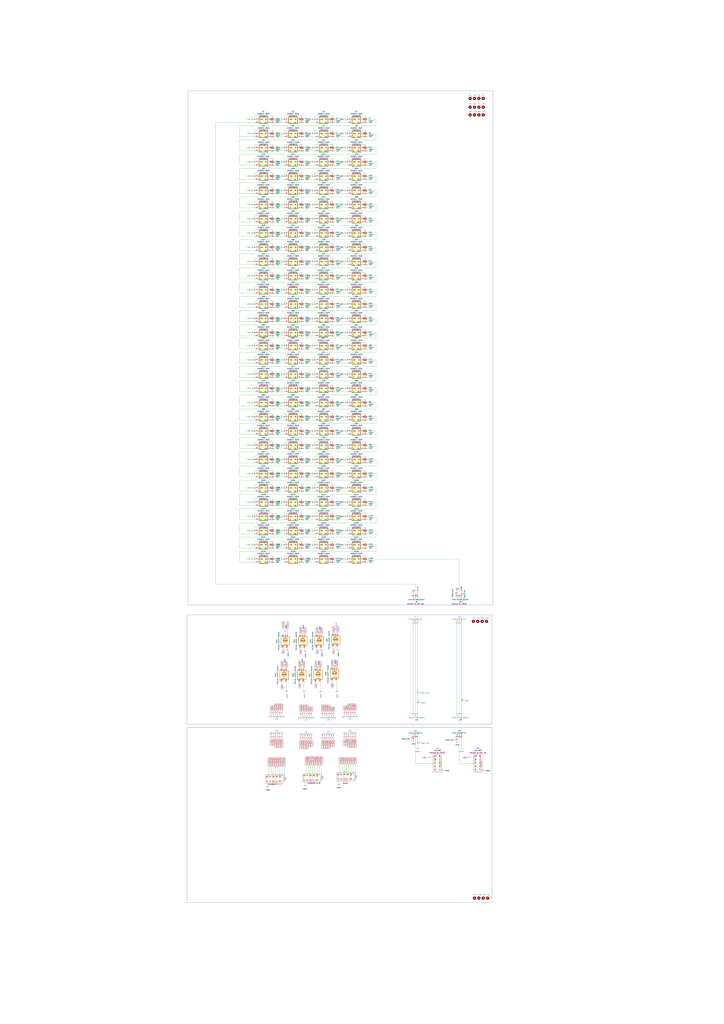
<source format=kicad_sch>
(kicad_sch (version 20230121) (generator eeschema)
  (paper "A0" portrait)
  (junction (at 316.23 520.7))
  (junction (at 424.18 471.17))
  (junction (at 424.18 603.25))
  (junction (at 365.76 138.43))
  (junction (at 386.08 208.28))
  (junction (at 295.91 353.06))
  (junction (at 316.23 405.13))
  (junction (at 365.76 582.93))
  (junction (at 316.23 191.77))
  (junction (at 530.86 688.34))
  (junction (at 424.18 389.89))
  (junction (at 316.23 636.27))
  (junction (at 330.2 220.98))
  (junction (at 295.91 204.47))
  (junction (at 403.86 632.46))
  (junction (at 316.23 224.79))
  (junction (at 424.18 520.7))
  (junction (at 424.18 373.38))
  (junction (at 365.76 615.95))
  (junction (at 330.2 401.32))
  (junction (at 424.18 307.34))
  (junction (at 424.18 454.66))
  (junction (at 403.86 450.85))
  (junction (at 316.23 619.76))
  (junction (at 386.08 537.21))
  (junction (at 386.08 323.85))
  (junction (at 295.91 154.94))
  (junction (at 295.91 434.34))
  (junction (at 350.52 553.72))
  (junction (at 403.86 615.95))
  (junction (at 403.86 204.47))
  (junction (at 424.18 553.72))
  (junction (at 295.91 632.46))
  (junction (at 365.76 632.46))
  (junction (at 316.23 603.25))
  (junction (at 403.86 401.32))
  (junction (at 365.76 417.83))
  (junction (at 350.52 389.89))
  (junction (at 365.76 386.08))
  (junction (at 386.08 307.34))
  (junction (at 365.76 237.49))
  (junction (at 386.08 389.89))
  (junction (at 316.23 586.74))
  (junction (at 386.08 356.87))
  (junction (at 365.76 154.94))
  (junction (at 295.91 270.51))
  (junction (at 403.86 254))
  (junction (at 295.91 187.96))
  (junction (at 330.2 467.36))
  (junction (at 316.23 241.3))
  (junction (at 295.91 171.45))
  (junction (at 350.52 175.26))
  (junction (at 424.18 241.3))
  (junction (at 403.86 336.55))
  (junction (at 316.23 274.32))
  (junction (at 365.76 483.87))
  (junction (at 350.52 504.19))
  (junction (at 386.08 603.25))
  (junction (at 330.2 353.06))
  (junction (at 424.18 175.26))
  (junction (at 365.76 516.89))
  (junction (at 403.86 516.89))
  (junction (at 403.86 500.38))
  (junction (at 330.2 566.42))
  (junction (at 365.76 270.51))
  (junction (at 350.52 323.85))
  (junction (at 330.2 417.83))
  (junction (at 365.76 450.85))
  (junction (at 316.23 537.21))
  (junction (at 295.91 566.42))
  (junction (at 424.18 421.64))
  (junction (at 330.2 500.38))
  (junction (at 350.52 405.13))
  (junction (at 350.52 652.78))
  (junction (at 485.14 815.34))
  (junction (at 424.18 208.28))
  (junction (at 295.91 549.91))
  (junction (at 403.86 303.53))
  (junction (at 316.23 208.28))
  (junction (at 365.76 566.42))
  (junction (at 386.08 142.24))
  (junction (at 316.23 257.81))
  (junction (at 365.76 599.44))
  (junction (at 316.23 652.78))
  (junction (at 403.86 386.08))
  (junction (at 386.08 520.7))
  (junction (at 316.23 553.72))
  (junction (at 403.86 154.94))
  (junction (at 403.86 287.02))
  (junction (at 295.91 287.02))
  (junction (at 295.91 615.95))
  (junction (at 295.91 336.55))
  (junction (at 350.52 537.21))
  (junction (at 386.08 636.27))
  (junction (at 424.18 652.78))
  (junction (at 365.76 369.57))
  (junction (at 480.06 857.25))
  (junction (at 350.52 290.83))
  (junction (at 365.76 287.02))
  (junction (at 386.08 175.26))
  (junction (at 485.14 862.33))
  (junction (at 386.08 586.74))
  (junction (at 350.52 241.3))
  (junction (at 316.23 471.17))
  (junction (at 424.18 487.68))
  (junction (at 330.2 516.89))
  (junction (at 330.2 204.47))
  (junction (at 424.18 323.85))
  (junction (at 330.2 171.45))
  (junction (at 530.86 858.52))
  (junction (at 295.91 533.4))
  (junction (at 403.86 467.36))
  (junction (at 386.08 471.17))
  (junction (at 424.18 438.15))
  (junction (at 350.52 158.75))
  (junction (at 403.86 353.06))
  (junction (at 365.76 353.06))
  (junction (at 365.76 533.4))
  (junction (at 295.91 254))
  (junction (at 350.52 356.87))
  (junction (at 330.2 615.95))
  (junction (at 316.23 175.26))
  (junction (at 330.2 187.96))
  (junction (at 295.91 237.49))
  (junction (at 316.23 454.66))
  (junction (at 386.08 553.72))
  (junction (at 350.52 224.79))
  (junction (at 330.2 369.57))
  (junction (at 424.18 537.21))
  (junction (at 386.08 191.77))
  (junction (at 316.23 438.15))
  (junction (at 403.86 320.04))
  (junction (at 316.23 142.24))
  (junction (at 386.08 241.3))
  (junction (at 330.2 549.91))
  (junction (at 424.18 636.27))
  (junction (at 350.52 438.15))
  (junction (at 350.52 274.32))
  (junction (at 330.2 154.94))
  (junction (at 350.52 520.7))
  (junction (at 330.2 138.43))
  (junction (at 295.91 303.53))
  (junction (at 386.08 274.32))
  (junction (at 316.23 570.23))
  (junction (at 386.08 487.68))
  (junction (at 350.52 586.74))
  (junction (at 386.08 290.83))
  (junction (at 295.91 648.97))
  (junction (at 485.14 803.91))
  (junction (at 424.18 142.24))
  (junction (at 424.18 274.32))
  (junction (at 316.23 487.68))
  (junction (at 350.52 257.81))
  (junction (at 316.23 421.64))
  (junction (at 386.08 224.79))
  (junction (at 330.2 320.04))
  (junction (at 403.86 533.4))
  (junction (at 350.52 142.24))
  (junction (at 330.2 386.08))
  (junction (at 403.86 270.51))
  (junction (at 330.2 648.97))
  (junction (at 316.23 340.36))
  (junction (at 330.2 632.46))
  (junction (at 403.86 138.43))
  (junction (at 424.18 224.79))
  (junction (at 403.86 237.49))
  (junction (at 424.18 405.13))
  (junction (at 386.08 619.76))
  (junction (at 295.91 516.89))
  (junction (at 424.18 619.76))
  (junction (at 295.91 138.43))
  (junction (at 403.86 187.96))
  (junction (at 316.23 356.87))
  (junction (at 330.2 303.53))
  (junction (at 316.23 158.75))
  (junction (at 316.23 323.85))
  (junction (at 386.08 504.19))
  (junction (at 295.91 582.93))
  (junction (at 316.23 389.89))
  (junction (at 330.2 254))
  (junction (at 365.76 204.47))
  (junction (at 403.86 648.97))
  (junction (at 365.76 187.96))
  (junction (at 350.52 570.23))
  (junction (at 350.52 307.34))
  (junction (at 365.76 220.98))
  (junction (at 365.76 254))
  (junction (at 295.91 467.36))
  (junction (at 295.91 500.38))
  (junction (at 365.76 648.97))
  (junction (at 365.76 434.34))
  (junction (at 386.08 421.64))
  (junction (at 403.86 171.45))
  (junction (at 350.52 487.68))
  (junction (at 295.91 417.83))
  (junction (at 330.2 450.85))
  (junction (at 330.2 533.4))
  (junction (at 424.18 191.77))
  (junction (at 295.91 369.57))
  (junction (at 295.91 401.32))
  (junction (at 365.76 320.04))
  (junction (at 295.91 599.44))
  (junction (at 403.86 220.98))
  (junction (at 295.91 483.87))
  (junction (at 386.08 257.81))
  (junction (at 386.08 570.23))
  (junction (at 330.2 483.87))
  (junction (at 424.18 290.83))
  (junction (at 350.52 208.28))
  (junction (at 295.91 386.08))
  (junction (at 403.86 599.44))
  (junction (at 350.52 373.38))
  (junction (at 424.18 356.87))
  (junction (at 365.76 336.55))
  (junction (at 403.86 582.93))
  (junction (at 295.91 320.04))
  (junction (at 350.52 603.25))
  (junction (at 365.76 171.45))
  (junction (at 295.91 220.98))
  (junction (at 365.76 303.53))
  (junction (at 386.08 405.13))
  (junction (at 295.91 450.85))
  (junction (at 424.18 158.75))
  (junction (at 403.86 549.91))
  (junction (at 386.08 373.38))
  (junction (at 386.08 158.75))
  (junction (at 535.94 689.61))
  (junction (at 424.18 340.36))
  (junction (at 350.52 454.66))
  (junction (at 330.2 270.51))
  (junction (at 316.23 373.38))
  (junction (at 365.76 549.91))
  (junction (at 403.86 566.42))
  (junction (at 316.23 307.34))
  (junction (at 330.2 237.49))
  (junction (at 424.18 257.81))
  (junction (at 386.08 438.15))
  (junction (at 316.23 504.19))
  (junction (at 316.23 290.83))
  (junction (at 535.94 812.8))
  (junction (at 403.86 369.57))
  (junction (at 424.18 570.23))
  (junction (at 330.2 434.34))
  (junction (at 403.86 417.83))
  (junction (at 403.86 434.34))
  (junction (at 350.52 191.77))
  (junction (at 424.18 586.74))
  (junction (at 403.86 483.87))
  (junction (at 386.08 454.66))
  (junction (at 350.52 471.17))
  (junction (at 330.2 287.02))
  (junction (at 350.52 619.76))
  (junction (at 365.76 401.32))
  (junction (at 365.76 500.38))
  (junction (at 365.76 467.36))
  (junction (at 330.2 582.93))
  (junction (at 424.18 504.19))
  (junction (at 330.2 599.44))
  (junction (at 330.2 336.55))
  (junction (at 350.52 340.36))
  (junction (at 386.08 652.78))
  (junction (at 350.52 421.64))
  (junction (at 350.52 636.27))
  (junction (at 386.08 340.36))
  (no_connect (at 557.53 882.65))
  (no_connect (at 552.45 890.27))
  (no_connect (at 510.54 890.27))
  (no_connect (at 393.7 899.16))
  (no_connect (at 552.45 882.65))
  (no_connect (at 557.53 886.46))
  (no_connect (at 505.46 894.08))
  (no_connect (at 557.53 890.27))
  (no_connect (at 510.54 886.46))
  (no_connect (at 510.54 882.65))
  (no_connect (at 311.15 901.7))
  (no_connect (at 552.45 894.08))
  (no_connect (at 510.54 878.84))
  (no_connect (at 354.33 900.43))
  (no_connect (at 557.53 878.84))
  (no_connect (at 505.46 882.65))
  (no_connect (at 505.46 890.27))
  (wire (pts (xy 386.08 154.94) (xy 394.97 154.94)))
  (wire (pts (xy 535.94 812.8) (xy 535.94 826.77)))
  (wire (pts (xy 355.6 471.17) (xy 365.76 471.17)))
  (wire (pts (xy 350.52 480.06) (xy 330.2 480.06)))
  (wire (pts (xy 350.52 430.53) (xy 330.2 430.53)))
  (wire (pts (xy 403.86 323.85) (xy 394.97 323.85)))
  (wire (pts (xy 316.23 303.53) (xy 321.31 303.53)))
  (wire (pts (xy 350.52 612.14) (xy 330.2 612.14)))
  (wire (pts (xy 424.18 645.16) (xy 403.86 645.16)))
  (wire (pts (xy 316.23 496.57) (xy 295.91 496.57)))
  (wire (pts (xy 328.93 648.97) (xy 330.2 648.97)))
  (wire (pts (xy 278.13 408.94) (xy 436.88 408.94)))
  (wire (pts (xy 403.86 167.64) (xy 403.86 171.45)))
  (wire (pts (xy 328.93 220.98) (xy 330.2 220.98)))
  (wire (pts (xy 350.52 447.04) (xy 330.2 447.04)))
  (wire (pts (xy 321.31 438.15) (xy 330.2 438.15)))
  (wire (pts (xy 321.31 307.34) (xy 330.2 307.34)))
  (wire (pts (xy 424.18 483.87) (xy 436.88 483.87)))
  (wire (pts (xy 364.49 270.51) (xy 365.76 270.51)))
  (wire (pts (xy 480.06 725.17) (xy 480.06 826.77)))
  (wire (pts (xy 330.2 628.65) (xy 330.2 632.46)))
  (wire (pts (xy 278.13 491.49) (xy 278.13 504.19)))
  (wire (pts (xy 355.6 570.23) (xy 365.76 570.23)))
  (wire (pts (xy 330.2 283.21) (xy 330.2 287.02)))
  (wire (pts (xy 403.86 283.21) (xy 403.86 287.02)))
  (wire (pts (xy 295.91 636.27) (xy 278.13 636.27)))
  (wire (pts (xy 402.59 632.46) (xy 403.86 632.46)))
  (wire (pts (xy 391.16 801.37) (xy 391.16 789.94)))
  (wire (pts (xy 355.6 537.21) (xy 365.76 537.21)))
  (wire (pts (xy 424.18 632.46) (xy 436.88 632.46)))
  (wire (pts (xy 294.64 582.93) (xy 295.91 582.93)))
  (wire (pts (xy 350.52 233.68) (xy 330.2 233.68)))
  (wire (pts (xy 316.23 430.53) (xy 295.91 430.53)))
  (wire (pts (xy 535.94 857.25) (xy 535.94 867.41)))
  (wire (pts (xy 278.13 311.15) (xy 436.88 311.15)))
  (wire (pts (xy 436.88 434.34) (xy 436.88 441.96)))
  (wire (pts (xy 350.52 414.02) (xy 330.2 414.02)))
  (wire (pts (xy 295.91 537.21) (xy 278.13 537.21)))
  (wire (pts (xy 294.64 336.55) (xy 295.91 336.55)))
  (wire (pts (xy 424.18 628.65) (xy 403.86 628.65)))
  (wire (pts (xy 355.6 187.96) (xy 355.6 191.77)))
  (wire (pts (xy 386.08 533.4) (xy 394.97 533.4)))
  (wire (pts (xy 398.78 894.08) (xy 398.78 904.24)))
  (wire (pts (xy 295.91 373.38) (xy 278.13 373.38)))
  (wire (pts (xy 424.18 430.53) (xy 403.86 430.53)))
  (wire (pts (xy 278.13 524.51) (xy 278.13 537.21)))
  (wire (pts (xy 365.76 382.27) (xy 365.76 386.08)))
  (wire (pts (xy 403.86 612.14) (xy 403.86 615.95)))
  (wire (pts (xy 350.52 365.76) (xy 330.2 365.76)))
  (wire (pts (xy 294.64 467.36) (xy 295.91 467.36)))
  (wire (pts (xy 316.23 171.45) (xy 321.31 171.45)))
  (wire (pts (xy 328.93 516.89) (xy 330.2 516.89)))
  (wire (pts (xy 278.13 245.11) (xy 278.13 257.81)))
  (wire (pts (xy 350.52 184.15) (xy 330.2 184.15)))
  (wire (pts (xy 355.6 586.74) (xy 365.76 586.74)))
  (wire (pts (xy 402.59 500.38) (xy 403.86 500.38)))
  (wire (pts (xy 330.2 775.97) (xy 330.2 773.43)))
  (wire (pts (xy 364.49 369.57) (xy 365.76 369.57)))
  (wire (pts (xy 403.86 266.7) (xy 403.86 270.51)))
  (wire (pts (xy 317.5 890.27) (xy 317.5 901.7)))
  (wire (pts (xy 278.13 640.08) (xy 436.88 640.08)))
  (wire (pts (xy 278.13 228.6) (xy 436.88 228.6)))
  (wire (pts (xy 424.18 365.76) (xy 403.86 365.76)))
  (wire (pts (xy 533.4 886.46) (xy 552.45 886.46)))
  (wire (pts (xy 278.13 458.47) (xy 278.13 471.17)))
  (wire (pts (xy 350.52 154.94) (xy 355.6 154.94)))
  (wire (pts (xy 402.59 369.57) (xy 403.86 369.57)))
  (wire (pts (xy 485.14 857.25) (xy 485.14 862.33)))
  (wire (pts (xy 316.23 237.49) (xy 321.31 237.49)))
  (wire (pts (xy 294.64 369.57) (xy 295.91 369.57)))
  (wire (pts (xy 386.08 349.25) (xy 365.76 349.25)))
  (wire (pts (xy 386.08 648.97) (xy 394.97 648.97)))
  (wire (pts (xy 394.97 553.72) (xy 394.97 549.91)))
  (wire (pts (xy 530.86 725.17) (xy 530.86 826.77)))
  (wire (pts (xy 424.18 414.02) (xy 403.86 414.02)))
  (wire (pts (xy 386.08 237.49) (xy 394.97 237.49)))
  (wire (pts (xy 278.13 195.58) (xy 278.13 208.28)))
  (wire (pts (xy 482.6 678.18) (xy 250.19 678.18)))
  (wire (pts (xy 321.31 434.34) (xy 321.31 438.15)))
  (wire (pts (xy 355.6 434.34) (xy 355.6 438.15)))
  (wire (pts (xy 328.93 599.44) (xy 330.2 599.44)))
  (wire (pts (xy 403.86 414.02) (xy 403.86 417.83)))
  (wire (pts (xy 278.13 590.55) (xy 278.13 603.25)))
  (wire (pts (xy 295.91 332.74) (xy 295.91 336.55)))
  (wire (pts (xy 321.31 204.47) (xy 321.31 208.28)))
  (wire (pts (xy 321.31 237.49) (xy 321.31 241.3)))
  (wire (pts (xy 316.23 270.51) (xy 321.31 270.51)))
  (wire (pts (xy 321.31 619.76) (xy 330.2 619.76)))
  (wire (pts (xy 278.13 491.49) (xy 436.88 491.49)))
  (wire (pts (xy 350.52 533.4) (xy 355.6 533.4)))
  (wire (pts (xy 355.6 652.78) (xy 365.76 652.78)))
  (wire (pts (xy 278.13 441.96) (xy 278.13 454.66)))
  (wire (pts (xy 355.6 208.28) (xy 365.76 208.28)))
  (wire (pts (xy 436.88 533.4) (xy 436.88 541.02)))
  (wire (pts (xy 394.97 356.87) (xy 394.97 353.06)))
  (wire (pts (xy 316.23 612.14) (xy 295.91 612.14)))
  (wire (pts (xy 316.23 463.55) (xy 295.91 463.55)))
  (wire (pts (xy 402.59 336.55) (xy 403.86 336.55)))
  (wire (pts (xy 321.31 570.23) (xy 330.2 570.23)))
  (wire (pts (xy 316.23 500.38) (xy 321.31 500.38)))
  (wire (pts (xy 321.31 369.57) (xy 321.31 373.38)))
  (wire (pts (xy 321.31 471.17) (xy 330.2 471.17)))
  (wire (pts (xy 321.31 421.64) (xy 330.2 421.64)))
  (wire (pts (xy 294.64 287.02) (xy 295.91 287.02)))
  (wire (pts (xy 328.93 450.85) (xy 330.2 450.85)))
  (wire (pts (xy 328.93 483.87) (xy 330.2 483.87)))
  (wire (pts (xy 350.52 463.55) (xy 330.2 463.55)))
  (wire (pts (xy 424.18 316.23) (xy 403.86 316.23)))
  (wire (pts (xy 330.2 906.78) (xy 326.39 906.78)))
  (wire (pts (xy 424.18 595.63) (xy 403.86 595.63)))
  (wire (pts (xy 386.08 287.02) (xy 394.97 287.02)))
  (wire (pts (xy 350.52 632.46) (xy 355.6 632.46)))
  (wire (pts (xy 386.08 138.43) (xy 394.97 138.43)))
  (wire (pts (xy 358.14 895.35) (xy 359.41 895.35)))
  (wire (pts (xy 328.93 632.46) (xy 330.2 632.46)))
  (wire (pts (xy 402.59 171.45) (xy 403.86 171.45)))
  (wire (pts (xy 387.35 753.11) (xy 387.35 750.57)))
  (wire (pts (xy 350.52 316.23) (xy 330.2 316.23)))
  (wire (pts (xy 316.23 401.32) (xy 321.31 401.32)))
  (wire (pts (xy 386.08 483.87) (xy 394.97 483.87)))
  (wire (pts (xy 327.66 901.7) (xy 326.39 901.7)))
  (wire (pts (xy 403.86 299.72) (xy 403.86 303.53)))
  (wire (pts (xy 316.23 167.64) (xy 295.91 167.64)))
  (wire (pts (xy 321.31 287.02) (xy 321.31 290.83)))
  (wire (pts (xy 278.13 623.57) (xy 436.88 623.57)))
  (wire (pts (xy 402.59 187.96) (xy 403.86 187.96)))
  (wire (pts (xy 402.59 386.08) (xy 403.86 386.08)))
  (wire (pts (xy 402.59 237.49) (xy 403.86 237.49)))
  (wire (pts (xy 368.3 751.84) (xy 368.3 753.11)))
  (wire (pts (xy 403.86 570.23) (xy 394.97 570.23)))
  (wire (pts (xy 330.2 184.15) (xy 330.2 187.96)))
  (wire (pts (xy 403.86 586.74) (xy 394.97 586.74)))
  (wire (pts (xy 321.31 270.51) (xy 321.31 274.32)))
  (wire (pts (xy 403.86 389.89) (xy 394.97 389.89)))
  (wire (pts (xy 355.6 274.32) (xy 365.76 274.32)))
  (wire (pts (xy 355.6 504.19) (xy 365.76 504.19)))
  (wire (pts (xy 278.13 541.02) (xy 278.13 553.72)))
  (wire (pts (xy 320.04 890.27) (xy 320.04 906.78)))
  (wire (pts (xy 278.13 294.64) (xy 278.13 307.34)))
  (wire (pts (xy 402.59 615.95) (xy 403.86 615.95)))
  (wire (pts (xy 386.08 365.76) (xy 365.76 365.76)))
  (wire (pts (xy 321.31 241.3) (xy 330.2 241.3)))
  (wire (pts (xy 316.23 187.96) (xy 321.31 187.96)))
  (wire (pts (xy 424.18 200.66) (xy 403.86 200.66)))
  (wire (pts (xy 403.86 365.76) (xy 403.86 369.57)))
  (wire (pts (xy 403.86 175.26) (xy 394.97 175.26)))
  (wire (pts (xy 365.76 167.64) (xy 365.76 171.45)))
  (wire (pts (xy 424.18 434.34) (xy 436.88 434.34)))
  (wire (pts (xy 482.6 886.46) (xy 505.46 886.46)))
  (wire (pts (xy 278.13 162.56) (xy 436.88 162.56)))
  (wire (pts (xy 436.88 287.02) (xy 436.88 294.64)))
  (wire (pts (xy 355.6 401.32) (xy 355.6 405.13)))
  (wire (pts (xy 533.4 857.25) (xy 533.4 886.46)))
  (wire (pts (xy 368.3 889) (xy 368.3 905.51)))
  (wire (pts (xy 355.6 516.89) (xy 355.6 520.7)))
  (wire (pts (xy 394.97 405.13) (xy 394.97 401.32)))
  (wire (pts (xy 373.38 889) (xy 373.38 905.51)))
  (wire (pts (xy 295.91 349.25) (xy 295.91 353.06)))
  (wire (pts (xy 355.6 171.45) (xy 355.6 175.26)))
  (wire (pts (xy 355.6 636.27) (xy 365.76 636.27)))
  (wire (pts (xy 328.93 287.02) (xy 330.2 287.02)))
  (wire (pts (xy 278.13 195.58) (xy 436.88 195.58)))
  (wire (pts (xy 330.2 645.16) (xy 330.2 648.97)))
  (wire (pts (xy 386.08 299.72) (xy 365.76 299.72)))
  (wire (pts (xy 278.13 524.51) (xy 436.88 524.51)))
  (wire (pts (xy 394.97 603.25) (xy 394.97 599.44)))
  (wire (pts (xy 355.6 154.94) (xy 355.6 158.75)))
  (wire (pts (xy 278.13 607.06) (xy 436.88 607.06)))
  (wire (pts (xy 402.59 138.43) (xy 403.86 138.43)))
  (wire (pts (xy 386.08 353.06) (xy 394.97 353.06)))
  (wire (pts (xy 394.97 224.79) (xy 394.97 220.98)))
  (wire (pts (xy 403.86 397.51) (xy 403.86 401.32)))
  (wire (pts (xy 321.31 254) (xy 321.31 257.81)))
  (wire (pts (xy 331.47 736.6) (xy 331.47 734.06)))
  (wire (pts (xy 403.86 356.87) (xy 394.97 356.87)))
  (wire (pts (xy 328.93 467.36) (xy 330.2 467.36)))
  (wire (pts (xy 295.91 316.23) (xy 295.91 320.04)))
  (wire (pts (xy 403.86 134.62) (xy 403.86 138.43)))
  (wire (pts (xy 350.52 303.53) (xy 355.6 303.53)))
  (wire (pts (xy 364.49 467.36) (xy 365.76 467.36)))
  (wire (pts (xy 330.2 233.68) (xy 330.2 237.49)))
  (wire (pts (xy 328.93 154.94) (xy 330.2 154.94)))
  (wire (pts (xy 355.6 323.85) (xy 365.76 323.85)))
  (wire (pts (xy 386.08 382.27) (xy 365.76 382.27)))
  (wire (pts (xy 355.6 889) (xy 355.6 900.43)))
  (wire (pts (xy 365.76 447.04) (xy 365.76 450.85)))
  (wire (pts (xy 350.52 775.97) (xy 350.52 773.43)))
  (wire (pts (xy 405.13 887.73) (xy 405.13 899.16)))
  (wire (pts (xy 424.18 250.19) (xy 403.86 250.19)))
  (wire (pts (xy 386.08 500.38) (xy 394.97 500.38)))
  (wire (pts (xy 364.49 138.43) (xy 365.76 138.43)))
  (wire (pts (xy 367.03 792.48) (xy 367.03 791.21)))
  (wire (pts (xy 353.06 801.37) (xy 353.06 791.21)))
  (wire (pts (xy 400.05 887.73) (xy 400.05 899.16)))
  (wire (pts (xy 386.08 582.93) (xy 394.97 582.93)))
  (wire (pts (xy 355.6 900.43) (xy 358.14 900.43)))
  (wire (pts (xy 278.13 408.94) (xy 278.13 421.64)))
  (wire (pts (xy 295.91 257.81) (xy 278.13 257.81)))
  (wire (pts (xy 365.76 595.63) (xy 365.76 599.44)))
  (wire (pts (xy 402.59 353.06) (xy 403.86 353.06)))
  (wire (pts (xy 355.6 603.25) (xy 365.76 603.25)))
  (wire (pts (xy 350.52 467.36) (xy 355.6 467.36)))
  (wire (pts (xy 278.13 261.62) (xy 278.13 274.32)))
  (wire (pts (xy 295.91 175.26) (xy 278.13 175.26)))
  (wire (pts (xy 436.88 237.49) (xy 436.88 245.11)))
  (wire (pts (xy 316.23 266.7) (xy 295.91 266.7)))
  (wire (pts (xy 364.49 648.97) (xy 365.76 648.97)))
  (wire (pts (xy 278.13 474.98) (xy 278.13 487.68)))
  (wire (pts (xy 321.31 504.19) (xy 330.2 504.19)))
  (wire (pts (xy 278.13 640.08) (xy 278.13 652.78)))
  (wire (pts (xy 330.2 382.27) (xy 330.2 386.08)))
  (wire (pts (xy 386.08 516.89) (xy 394.97 516.89)))
  (wire (pts (xy 294.64 500.38) (xy 295.91 500.38)))
  (wire (pts (xy 359.41 895.35) (xy 359.41 905.51)))
  (wire (pts (xy 295.91 504.19) (xy 278.13 504.19)))
  (wire (pts (xy 350.52 250.19) (xy 330.2 250.19)))
  (wire (pts (xy 386.08 546.1) (xy 365.76 546.1)))
  (wire (pts (xy 350.52 549.91) (xy 355.6 549.91)))
  (wire (pts (xy 393.7 904.24) (xy 393.7 909.32)))
  (wire (pts (xy 394.97 887.73) (xy 394.97 899.16)))
  (wire (pts (xy 482.6 689.61) (xy 482.6 678.18)))
  (wire (pts (xy 330.2 430.53) (xy 330.2 434.34)))
  (wire (pts (xy 328.93 171.45) (xy 330.2 171.45)))
  (wire (pts (xy 386.08 615.95) (xy 394.97 615.95)))
  (wire (pts (xy 436.88 369.57) (xy 436.88 377.19)))
  (wire (pts (xy 350.52 615.95) (xy 355.6 615.95)))
  (wire (pts (xy 294.64 599.44) (xy 295.91 599.44)))
  (wire (pts (xy 424.18 220.98) (xy 436.88 220.98)))
  (wire (pts (xy 350.52 336.55) (xy 355.6 336.55)))
  (wire (pts (xy 355.6 340.36) (xy 365.76 340.36)))
  (wire (pts (xy 321.31 224.79) (xy 330.2 224.79)))
  (wire (pts (xy 436.88 516.89) (xy 436.88 524.51)))
  (wire (pts (xy 355.6 389.89) (xy 365.76 389.89)))
  (wire (pts (xy 424.18 154.94) (xy 436.88 154.94)))
  (wire (pts (xy 424.18 287.02) (xy 436.88 287.02)))
  (wire (pts (xy 294.64 516.89) (xy 295.91 516.89)))
  (wire (pts (xy 316.23 353.06) (xy 321.31 353.06)))
  (wire (pts (xy 316.23 549.91) (xy 321.31 549.91)))
  (wire (pts (xy 363.22 889) (xy 363.22 905.51)))
  (wire (pts (xy 278.13 458.47) (xy 436.88 458.47)))
  (wire (pts (xy 295.91 389.89) (xy 278.13 389.89)))
  (wire (pts (xy 394.97 257.81) (xy 394.97 254)))
  (wire (pts (xy 355.6 241.3) (xy 365.76 241.3)))
  (wire (pts (xy 403.86 421.64) (xy 394.97 421.64)))
  (wire (pts (xy 295.91 290.83) (xy 278.13 290.83)))
  (wire (pts (xy 316.23 220.98) (xy 321.31 220.98)))
  (wire (pts (xy 365.76 200.66) (xy 365.76 204.47)))
  (wire (pts (xy 316.23 320.04) (xy 321.31 320.04)))
  (wire (pts (xy 386.08 336.55) (xy 394.97 336.55)))
  (wire (pts (xy 386.08 233.68) (xy 365.76 233.68)))
  (wire (pts (xy 365.76 414.02) (xy 365.76 417.83)))
  (wire (pts (xy 350.52 434.34) (xy 355.6 434.34)))
  (wire (pts (xy 394.97 537.21) (xy 394.97 533.4)))
  (wire (pts (xy 295.91 430.53) (xy 295.91 434.34)))
  (wire (pts (xy 360.68 900.43) (xy 361.95 900.43)))
  (wire (pts (xy 278.13 508) (xy 436.88 508)))
  (wire (pts (xy 316.23 316.23) (xy 295.91 316.23)))
  (wire (pts (xy 403.86 652.78) (xy 394.97 652.78)))
  (wire (pts (xy 316.23 151.13) (xy 295.91 151.13)))
  (wire (pts (xy 364.49 632.46) (xy 365.76 632.46)))
  (wire (pts (xy 328.93 386.08) (xy 330.2 386.08)))
  (wire (pts (xy 364.49 417.83) (xy 365.76 417.83)))
  (wire (pts (xy 394.97 290.83) (xy 394.97 287.02)))
  (wire (pts (xy 424.18 303.53) (xy 436.88 303.53)))
  (wire (pts (xy 386.08 645.16) (xy 365.76 645.16)))
  (wire (pts (xy 403.86 645.16) (xy 403.86 648.97)))
  (wire (pts (xy 355.6 549.91) (xy 355.6 553.72)))
  (wire (pts (xy 386.08 332.74) (xy 365.76 332.74)))
  (wire (pts (xy 436.88 154.94) (xy 436.88 162.56)))
  (wire (pts (xy 513.08 894.08) (xy 510.54 894.08)))
  (wire (pts (xy 295.91 307.34) (xy 278.13 307.34)))
  (wire (pts (xy 321.31 154.94) (xy 321.31 158.75)))
  (wire (pts (xy 295.91 191.77) (xy 278.13 191.77)))
  (wire (pts (xy 403.86 454.66) (xy 394.97 454.66)))
  (wire (pts (xy 436.88 254) (xy 436.88 261.62)))
  (wire (pts (xy 295.91 217.17) (xy 295.91 220.98)))
  (wire (pts (xy 386.08 397.51) (xy 365.76 397.51)))
  (wire (pts (xy 350.52 200.66) (xy 330.2 200.66)))
  (wire (pts (xy 330.2 217.17) (xy 330.2 220.98)))
  (wire (pts (xy 482.6 725.17) (xy 482.6 826.77)))
  (wire (pts (xy 321.31 632.46) (xy 321.31 636.27)))
  (wire (pts (xy 316.23 138.43) (xy 321.31 138.43)))
  (wire (pts (xy 328.93 401.32) (xy 330.2 401.32)))
  (wire (pts (xy 436.88 582.93) (xy 436.88 590.55)))
  (wire (pts (xy 364.49 566.42) (xy 365.76 566.42)))
  (wire (pts (xy 295.91 619.76) (xy 278.13 619.76)))
  (wire (pts (xy 278.13 425.45) (xy 436.88 425.45)))
  (wire (pts (xy 316.23 204.47) (xy 321.31 204.47)))
  (wire (pts (xy 365.76 480.06) (xy 365.76 483.87)))
  (wire (pts (xy 436.88 171.45) (xy 436.88 179.07)))
  (wire (pts (xy 424.18 546.1) (xy 403.86 546.1)))
  (wire (pts (xy 350.52 582.93) (xy 355.6 582.93)))
  (wire (pts (xy 321.31 274.32) (xy 330.2 274.32)))
  (wire (pts (xy 330.2 250.19) (xy 330.2 254)))
  (wire (pts (xy 350.52 645.16) (xy 330.2 645.16)))
  (wire (pts (xy 330.2 414.02) (xy 330.2 417.83)))
  (wire (pts (xy 316.23 562.61) (xy 295.91 562.61)))
  (wire (pts (xy 278.13 392.43) (xy 278.13 405.13)))
  (wire (pts (xy 328.93 270.51) (xy 330.2 270.51)))
  (wire (pts (xy 386.08 595.63) (xy 365.76 595.63)))
  (wire (pts (xy 321.31 401.32) (xy 321.31 405.13)))
  (wire (pts (xy 424.18 533.4) (xy 436.88 533.4)))
  (wire (pts (xy 294.64 154.94) (xy 295.91 154.94)))
  (wire (pts (xy 316.23 516.89) (xy 321.31 516.89)))
  (wire (pts (xy 386.08 151.13) (xy 365.76 151.13)))
  (wire (pts (xy 485.14 687.07) (xy 485.14 689.61)))
  (wire (pts (xy 392.43 753.11) (xy 392.43 750.57)))
  (wire (pts (xy 424.18 562.61) (xy 403.86 562.61)))
  (wire (pts (xy 278.13 278.13) (xy 278.13 290.83)))
  (wire (pts (xy 402.59 320.04) (xy 403.86 320.04)))
  (wire (pts (xy 321.31 566.42) (xy 321.31 570.23)))
  (wire (pts (xy 316.23 628.65) (xy 295.91 628.65)))
  (wire (pts (xy 355.6 224.79) (xy 365.76 224.79)))
  (wire (pts (xy 364.49 434.34) (xy 365.76 434.34)))
  (wire (pts (xy 316.23 615.95) (xy 321.31 615.95)))
  (wire (pts (xy 350.52 595.63) (xy 330.2 595.63)))
  (wire (pts (xy 322.58 890.27) (xy 322.58 901.7)))
  (wire (pts (xy 294.64 138.43) (xy 295.91 138.43)))
  (wire (pts (xy 294.64 615.95) (xy 295.91 615.95)))
  (wire (pts (xy 316.23 365.76) (xy 295.91 365.76)))
  (wire (pts (xy 386.08 450.85) (xy 394.97 450.85)))
  (wire (pts (xy 403.86 224.79) (xy 394.97 224.79)))
  (wire (pts (xy 278.13 179.07) (xy 436.88 179.07)))
  (wire (pts (xy 365.76 397.51) (xy 365.76 401.32)))
  (wire (pts (xy 424.18 320.04) (xy 436.88 320.04)))
  (wire (pts (xy 316.23 184.15) (xy 295.91 184.15)))
  (wire (pts (xy 364.49 171.45) (xy 365.76 171.45)))
  (wire (pts (xy 403.86 142.24) (xy 394.97 142.24)))
  (wire (pts (xy 354.33 905.51) (xy 354.33 910.59)))
  (wire (pts (xy 533.4 725.17) (xy 533.4 826.77)))
  (wire (pts (xy 330.2 579.12) (xy 330.2 582.93)))
  (wire (pts (xy 424.18 187.96) (xy 436.88 187.96)))
  (wire (pts (xy 316.23 599.44) (xy 321.31 599.44)))
  (wire (pts (xy 295.91 397.51) (xy 295.91 401.32)))
  (wire (pts (xy 355.6 417.83) (xy 355.6 421.64)))
  (wire (pts (xy 330.2 595.63) (xy 330.2 599.44)))
  (wire (pts (xy 403.86 513.08) (xy 403.86 516.89)))
  (wire (pts (xy 373.38 905.51) (xy 369.57 905.51)))
  (wire (pts (xy 424.18 254) (xy 436.88 254)))
  (wire (pts (xy 316.23 287.02) (xy 321.31 287.02)))
  (wire (pts (xy 365.76 430.53) (xy 365.76 434.34)))
  (wire (pts (xy 278.13 162.56) (xy 278.13 175.26)))
  (wire (pts (xy 316.23 250.19) (xy 295.91 250.19)))
  (wire (pts (xy 278.13 441.96) (xy 436.88 441.96)))
  (wire (pts (xy 364.49 500.38) (xy 365.76 500.38)))
  (wire (pts (xy 402.59 904.24) (xy 401.32 904.24)))
  (wire (pts (xy 424.18 382.27) (xy 403.86 382.27)))
  (wire (pts (xy 355.6 138.43) (xy 355.6 142.24)))
  (wire (pts (xy 410.21 887.73) (xy 410.21 899.16)))
  (wire (pts (xy 436.88 450.85) (xy 436.88 458.47)))
  (wire (pts (xy 278.13 327.66) (xy 436.88 327.66)))
  (wire (pts (xy 295.91 562.61) (xy 295.91 566.42)))
  (wire (pts (xy 403.86 340.36) (xy 394.97 340.36)))
  (wire (pts (xy 321.31 582.93) (xy 321.31 586.74)))
  (wire (pts (xy 436.88 615.95) (xy 436.88 623.57)))
  (wire (pts (xy 424.18 134.62) (xy 403.86 134.62)))
  (wire (pts (xy 402.59 566.42) (xy 403.86 566.42)))
  (wire (pts (xy 424.18 171.45) (xy 436.88 171.45)))
  (wire (pts (xy 397.51 887.73) (xy 397.51 894.08)))
  (wire (pts (xy 424.18 353.06) (xy 436.88 353.06)))
  (wire (pts (xy 350.52 266.7) (xy 330.2 266.7)))
  (wire (pts (xy 364.49 615.95) (xy 365.76 615.95)))
  (wire (pts (xy 327.66 793.75) (xy 327.66 791.21)))
  (wire (pts (xy 350.52 167.64) (xy 330.2 167.64)))
  (wire (pts (xy 424.18 496.57) (xy 403.86 496.57)))
  (wire (pts (xy 330.2 546.1) (xy 330.2 549.91)))
  (wire (pts (xy 359.41 905.51) (xy 358.14 905.51)))
  (wire (pts (xy 328.93 303.53) (xy 330.2 303.53)))
  (wire (pts (xy 295.91 134.62) (xy 295.91 138.43)))
  (wire (pts (xy 328.93 615.95) (xy 330.2 615.95)))
  (wire (pts (xy 403.86 603.25) (xy 394.97 603.25)))
  (wire (pts (xy 328.93 751.84) (xy 328.93 753.11)))
  (wire (pts (xy 386.08 369.57) (xy 394.97 369.57)))
  (wire (pts (xy 330.2 513.08) (xy 330.2 516.89)))
  (wire (pts (xy 365.76 628.65) (xy 365.76 632.46)))
  (wire (pts (xy 328.93 369.57) (xy 330.2 369.57)))
  (wire (pts (xy 355.6 553.72) (xy 365.76 553.72)))
  (wire (pts (xy 386.08 184.15) (xy 365.76 184.15)))
  (wire (pts (xy 368.3 905.51) (xy 365.76 905.51)))
  (wire (pts (xy 350.52 204.47) (xy 355.6 204.47)))
  (wire (pts (xy 294.64 204.47) (xy 295.91 204.47)))
  (wire (pts (xy 350.52 171.45) (xy 355.6 171.45)))
  (wire (pts (xy 355.6 369.57) (xy 355.6 373.38)))
  (wire (pts (xy 350.52 332.74) (xy 330.2 332.74)))
  (wire (pts (xy 355.6 438.15) (xy 365.76 438.15)))
  (wire (pts (xy 394.97 208.28) (xy 394.97 204.47)))
  (wire (pts (xy 386.08 303.53) (xy 394.97 303.53)))
  (wire (pts (xy 294.64 401.32) (xy 295.91 401.32)))
  (wire (pts (xy 295.91 184.15) (xy 295.91 187.96)))
  (wire (pts (xy 394.97 142.24) (xy 394.97 138.43)))
  (wire (pts (xy 424.18 549.91) (xy 436.88 549.91)))
  (wire (pts (xy 355.6 467.36) (xy 355.6 471.17)))
  (wire (pts (xy 294.64 549.91) (xy 295.91 549.91)))
  (wire (pts (xy 314.96 890.27) (xy 314.96 896.62)))
  (wire (pts (xy 403.86 250.19) (xy 403.86 254)))
  (wire (pts (xy 350.52 500.38) (xy 355.6 500.38)))
  (wire (pts (xy 365.76 349.25) (xy 365.76 353.06)))
  (wire (pts (xy 312.42 890.27) (xy 312.42 901.7)))
  (wire (pts (xy 325.12 906.78) (xy 322.58 906.78)))
  (wire (pts (xy 424.18 582.93) (xy 436.88 582.93)))
  (wire (pts (xy 424.18 612.14) (xy 403.86 612.14)))
  (wire (pts (xy 394.97 619.76) (xy 394.97 615.95)))
  (wire (pts (xy 295.91 158.75) (xy 278.13 158.75)))
  (wire (pts (xy 364.49 401.32) (xy 365.76 401.32)))
  (wire (pts (xy 316.23 200.66) (xy 295.91 200.66)))
  (wire (pts (xy 386.08 529.59) (xy 365.76 529.59)))
  (wire (pts (xy 294.64 450.85) (xy 295.91 450.85)))
  (wire (pts (xy 350.52 450.85) (xy 355.6 450.85)))
  (wire (pts (xy 424.18 270.51) (xy 436.88 270.51)))
  (wire (pts (xy 350.52 386.08) (xy 355.6 386.08)))
  (wire (pts (xy 278.13 541.02) (xy 436.88 541.02)))
  (wire (pts (xy 436.88 204.47) (xy 436.88 212.09)))
  (wire (pts (xy 403.86 496.57) (xy 403.86 500.38)))
  (wire (pts (xy 278.13 228.6) (xy 278.13 241.3)))
  (wire (pts (xy 294.64 237.49) (xy 295.91 237.49)))
  (wire (pts (xy 355.6 615.95) (xy 355.6 619.76)))
  (wire (pts (xy 407.67 887.73) (xy 407.67 904.24)))
  (wire (pts (xy 330.2 134.62) (xy 330.2 138.43)))
  (wire (pts (xy 365.76 579.12) (xy 365.76 582.93)))
  (wire (pts (xy 403.86 562.61) (xy 403.86 566.42)))
  (wire (pts (xy 386.08 134.62) (xy 365.76 134.62)))
  (wire (pts (xy 278.13 574.04) (xy 436.88 574.04)))
  (wire (pts (xy 410.21 899.16) (xy 408.94 899.16)))
  (wire (pts (xy 295.91 628.65) (xy 295.91 632.46)))
  (wire (pts (xy 394.97 652.78) (xy 394.97 648.97)))
  (wire (pts (xy 424.18 516.89) (xy 436.88 516.89)))
  (wire (pts (xy 350.52 353.06) (xy 355.6 353.06)))
  (wire (pts (xy 436.88 467.36) (xy 436.88 474.98)))
  (wire (pts (xy 278.13 425.45) (xy 278.13 438.15)))
  (wire (pts (xy 403.86 520.7) (xy 394.97 520.7)))
  (wire (pts (xy 485.14 815.34) (xy 485.14 826.77)))
  (wire (pts (xy 402.59 533.4) (xy 403.86 533.4)))
  (wire (pts (xy 295.91 586.74) (xy 278.13 586.74)))
  (wire (pts (xy 386.08 632.46) (xy 394.97 632.46)))
  (wire (pts (xy 365.76 184.15) (xy 365.76 187.96)))
  (wire (pts (xy 295.91 652.78) (xy 278.13 652.78)))
  (wire (pts (xy 403.86 438.15) (xy 394.97 438.15)))
  (wire (pts (xy 328.93 500.38) (xy 330.2 500.38)))
  (wire (pts (xy 316.23 386.08) (xy 321.31 386.08)))
  (wire (pts (xy 295.91 208.28) (xy 278.13 208.28)))
  (wire (pts (xy 355.6 500.38) (xy 355.6 504.19)))
  (wire (pts (xy 424.18 167.64) (xy 403.86 167.64)))
  (wire (pts (xy 436.88 386.08) (xy 436.88 392.43)))
  (wire (pts (xy 403.86 307.34) (xy 394.97 307.34)))
  (wire (pts (xy 364.49 154.94) (xy 365.76 154.94)))
  (wire (pts (xy 394.97 340.36) (xy 394.97 336.55)))
  (wire (pts (xy 370.84 889) (xy 370.84 900.43)))
  (wire (pts (xy 354.33 754.38) (xy 354.33 751.84)))
  (wire (pts (xy 278.13 377.19) (xy 278.13 389.89)))
  (wire (pts (xy 347.98 792.48) (xy 347.98 791.21)))
  (wire (pts (xy 386.08 250.19) (xy 365.76 250.19)))
  (wire (pts (xy 316.23 382.27) (xy 295.91 382.27)))
  (wire (pts (xy 424.18 204.47) (xy 436.88 204.47)))
  (wire (pts (xy 321.31 417.83) (xy 321.31 421.64)))
  (wire (pts (xy 530.86 859.79) (xy 530.86 858.52)))
  (wire (pts (xy 402.59 154.94) (xy 403.86 154.94)))
  (wire (pts (xy 330.2 299.72) (xy 330.2 303.53)))
  (wire (pts (xy 350.52 562.61) (xy 330.2 562.61)))
  (wire (pts (xy 360.68 889) (xy 360.68 900.43)))
  (wire (pts (xy 480.06 858.52) (xy 480.06 857.25)))
  (wire (pts (xy 364.49 599.44) (xy 365.76 599.44)))
  (wire (pts (xy 350.52 217.17) (xy 330.2 217.17)))
  (wire (pts (xy 365.76 332.74) (xy 365.76 336.55)))
  (wire (pts (xy 321.31 652.78) (xy 330.2 652.78)))
  (wire (pts (xy 436.88 320.04) (xy 436.88 327.66)))
  (wire (pts (xy 294.64 648.97) (xy 295.91 648.97)))
  (wire (pts (xy 316.23 450.85) (xy 321.31 450.85)))
  (wire (pts (xy 403.86 504.19) (xy 394.97 504.19)))
  (wire (pts (xy 424.18 299.72) (xy 403.86 299.72)))
  (wire (pts (xy 412.75 887.73) (xy 412.75 904.24)))
  (wire (pts (xy 403.86 537.21) (xy 394.97 537.21)))
  (wire (pts (xy 316.23 217.17) (xy 295.91 217.17)))
  (wire (pts (xy 386.08 171.45) (xy 394.97 171.45)))
  (wire (pts (xy 295.91 200.66) (xy 295.91 204.47)))
  (wire (pts (xy 386.08 579.12) (xy 365.76 579.12)))
  (wire (pts (xy 316.23 299.72) (xy 295.91 299.72)))
  (wire (pts (xy 355.6 158.75) (xy 365.76 158.75)))
  (wire (pts (xy 403.86 579.12) (xy 403.86 582.93)))
  (wire (pts (xy 321.31 142.24) (xy 330.2 142.24)))
  (wire (pts (xy 350.52 579.12) (xy 330.2 579.12)))
  (wire (pts (xy 355.6 405.13) (xy 365.76 405.13)))
  (wire (pts (xy 402.59 204.47) (xy 403.86 204.47)))
  (wire (pts (xy 316.23 579.12) (xy 295.91 579.12)))
  (wire (pts (xy 350.52 382.27) (xy 330.2 382.27)))
  (wire (pts (xy 530.86 688.34) (xy 530.86 689.61)))
  (wire (pts (xy 355.6 307.34) (xy 365.76 307.34)))
  (wire (pts (xy 363.22 905.51) (xy 361.95 905.51)))
  (wire (pts (xy 328.93 582.93) (xy 330.2 582.93)))
  (wire (pts (xy 295.91 274.32) (xy 278.13 274.32)))
  (wire (pts (xy 316.23 283.21) (xy 295.91 283.21)))
  (wire (pts (xy 316.23 336.55) (xy 321.31 336.55)))
  (wire (pts (xy 350.52 151.13) (xy 330.2 151.13)))
  (wire (pts (xy 316.23 254) (xy 321.31 254)))
  (wire (pts (xy 394.97 586.74) (xy 394.97 582.93)))
  (wire (pts (xy 321.31 191.77) (xy 330.2 191.77)))
  (wire (pts (xy 316.23 546.1) (xy 295.91 546.1)))
  (wire (pts (xy 424.18 217.17) (xy 403.86 217.17)))
  (wire (pts (xy 436.88 138.43) (xy 436.88 146.05)))
  (wire (pts (xy 386.08 599.44) (xy 394.97 599.44)))
  (wire (pts (xy 358.14 889) (xy 358.14 895.35)))
  (wire (pts (xy 355.6 237.49) (xy 355.6 241.3)))
  (wire (pts (xy 321.31 386.08) (xy 321.31 389.89)))
  (wire (pts (xy 402.59 582.93) (xy 403.86 582.93)))
  (wire (pts (xy 365.76 562.61) (xy 365.76 566.42)))
  (wire (pts (xy 403.86 191.77) (xy 394.97 191.77)))
  (wire (pts (xy 295.91 323.85) (xy 278.13 323.85)))
  (wire (pts (xy 424.18 599.44) (xy 436.88 599.44)))
  (wire (pts (xy 328.93 204.47) (xy 330.2 204.47)))
  (wire (pts (xy 295.91 513.08) (xy 295.91 516.89)))
  (wire (pts (xy 295.91 546.1) (xy 295.91 549.91)))
  (wire (pts (xy 436.88 401.32) (xy 436.88 408.94)))
  (wire (pts (xy 351.79 736.6) (xy 351.79 734.06)))
  (wire (pts (xy 386.08 513.08) (xy 365.76 513.08)))
  (wire (pts (xy 403.86 480.06) (xy 403.86 483.87)))
  (wire (pts (xy 436.88 303.53) (xy 436.88 311.15)))
  (wire (pts (xy 321.31 636.27) (xy 330.2 636.27)))
  (wire (pts (xy 403.86 349.25) (xy 403.86 353.06)))
  (wire (pts (xy 321.31 138.43) (xy 321.31 142.24)))
  (wire (pts (xy 328.93 187.96) (xy 330.2 187.96)))
  (wire (pts (xy 386.08 401.32) (xy 394.97 401.32)))
  (wire (pts (xy 321.31 648.97) (xy 321.31 652.78)))
  (wire (pts (xy 330.2 200.66) (xy 330.2 204.47)))
  (wire (pts (xy 316.23 906.78) (xy 314.96 906.78)))
  (wire (pts (xy 278.13 557.53) (xy 278.13 570.23)))
  (wire (pts (xy 394.97 454.66) (xy 394.97 450.85)))
  (wire (pts (xy 424.18 566.42) (xy 436.88 566.42)))
  (wire (pts (xy 424.18 184.15) (xy 403.86 184.15)))
  (wire (pts (xy 278.13 294.64) (xy 436.88 294.64)))
  (wire (pts (xy 316.23 896.62) (xy 316.23 906.78)))
  (wire (pts (xy 403.86 274.32) (xy 394.97 274.32)))
  (wire (pts (xy 321.31 537.21) (xy 330.2 537.21)))
  (wire (pts (xy 355.6 386.08) (xy 355.6 389.89)))
  (wire (pts (xy 364.49 336.55) (xy 365.76 336.55)))
  (wire (pts (xy 394.97 520.7) (xy 394.97 516.89)))
  (wire (pts (xy 330.2 397.51) (xy 330.2 401.32)))
  (wire (pts (xy 328.93 533.4) (xy 330.2 533.4)))
  (wire (pts (xy 424.18 467.36) (xy 436.88 467.36)))
  (wire (pts (xy 412.75 904.24) (xy 408.94 904.24)))
  (wire (pts (xy 424.18 397.51) (xy 403.86 397.51)))
  (wire (pts (xy 407.67 904.24) (xy 405.13 904.24)))
  (wire (pts (xy 295.91 471.17) (xy 278.13 471.17)))
  (wire (pts (xy 424.18 266.7) (xy 403.86 266.7)))
  (wire (pts (xy 278.13 146.05) (xy 278.13 158.75)))
  (wire (pts (xy 482.6 857.25) (xy 482.6 886.46)))
  (wire (pts (xy 295.91 356.87) (xy 278.13 356.87)))
  (wire (pts (xy 295.91 266.7) (xy 295.91 270.51)))
  (wire (pts (xy 364.49 549.91) (xy 365.76 549.91)))
  (wire (pts (xy 332.74 791.21) (xy 332.74 801.37)))
  (wire (pts (xy 321.31 533.4) (xy 321.31 537.21)))
  (wire (pts (xy 349.25 751.84) (xy 349.25 753.11)))
  (wire (pts (xy 321.31 187.96) (xy 321.31 191.77)))
  (wire (pts (xy 355.6 287.02) (xy 355.6 290.83)))
  (wire (pts (xy 355.6 483.87) (xy 355.6 487.68)))
  (wire (pts (xy 355.6 257.81) (xy 365.76 257.81)))
  (wire (pts (xy 294.64 353.06) (xy 295.91 353.06)))
  (wire (pts (xy 436.88 566.42) (xy 436.88 574.04)))
  (wire (pts (xy 403.86 382.27) (xy 403.86 386.08)))
  (wire (pts (xy 328.93 566.42) (xy 330.2 566.42)))
  (wire (pts (xy 350.52 369.57) (xy 355.6 369.57)))
  (wire (pts (xy 330.2 562.61) (xy 330.2 566.42)))
  (wire (pts (xy 403.86 546.1) (xy 403.86 549.91)))
  (wire (pts (xy 350.52 320.04) (xy 355.6 320.04)))
  (wire (pts (xy 316.23 513.08) (xy 295.91 513.08)))
  (wire (pts (xy 294.64 303.53) (xy 295.91 303.53)))
  (wire (pts (xy 328.93 736.6) (xy 328.93 730.25)))
  (wire (pts (xy 330.2 529.59) (xy 330.2 533.4)))
  (wire (pts (xy 403.86 184.15) (xy 403.86 187.96)))
  (wire (pts (xy 355.6 582.93) (xy 355.6 586.74)))
  (wire (pts (xy 436.88 500.38) (xy 436.88 508)))
  (wire (pts (xy 485.14 803.91) (xy 485.14 815.34)))
  (wire (pts (xy 278.13 344.17) (xy 436.88 344.17)))
  (wire (pts (xy 330.2 151.13) (xy 330.2 154.94)))
  (wire (pts (xy 386.08 270.51) (xy 394.97 270.51)))
  (wire (pts (xy 316.23 645.16) (xy 295.91 645.16)))
  (wire (pts (xy 355.6 204.47) (xy 355.6 208.28)))
  (wire (pts (xy 350.52 483.87) (xy 355.6 483.87)))
  (wire (pts (xy 364.49 320.04) (xy 365.76 320.04)))
  (wire (pts (xy 397.51 894.08) (xy 398.78 894.08)))
  (wire (pts (xy 355.6 421.64) (xy 365.76 421.64)))
  (wire (pts (xy 316.23 154.94) (xy 321.31 154.94)))
  (wire (pts (xy 328.93 353.06) (xy 330.2 353.06)))
  (wire (pts (xy 402.59 303.53) (xy 403.86 303.53)))
  (wire (pts (xy 365.76 151.13) (xy 365.76 154.94)))
  (wire (pts (xy 403.86 405.13) (xy 394.97 405.13)))
  (wire (pts (xy 316.23 529.59) (xy 295.91 529.59)))
  (wire (pts (xy 350.52 566.42) (xy 355.6 566.42)))
  (wire (pts (xy 403.86 553.72) (xy 394.97 553.72)))
  (wire (pts (xy 398.78 904.24) (xy 397.51 904.24)))
  (wire (pts (xy 350.52 628.65) (xy 330.2 628.65)))
  (wire (pts (xy 394.97 323.85) (xy 394.97 320.04)))
  (wire (pts (xy 350.52 513.08) (xy 330.2 513.08)))
  (wire (pts (xy 394.97 175.26) (xy 394.97 171.45)))
  (wire (pts (xy 278.13 508) (xy 278.13 520.7)))
  (wire (pts (xy 402.59 887.73) (xy 402.59 904.24)))
  (wire (pts (xy 403.86 471.17) (xy 394.97 471.17)))
  (wire (pts (xy 350.52 283.21) (xy 330.2 283.21)))
  (wire (pts (xy 316.23 369.57) (xy 321.31 369.57)))
  (wire (pts (xy 312.42 901.7) (xy 314.96 901.7)))
  (wire (pts (xy 321.31 454.66) (xy 330.2 454.66)))
  (wire (pts (xy 370.84 900.43) (xy 369.57 900.43)))
  (wire (pts (xy 278.13 212.09) (xy 278.13 224.79)))
  (wire (pts (xy 355.6 566.42) (xy 355.6 570.23)))
  (wire (pts (xy 278.13 278.13) (xy 436.88 278.13)))
  (wire (pts (xy 424.18 447.04) (xy 403.86 447.04)))
  (wire (pts (xy 402.59 516.89) (xy 403.86 516.89)))
  (wire (pts (xy 402.59 401.32) (xy 403.86 401.32)))
  (wire (pts (xy 330.2 496.57) (xy 330.2 500.38)))
  (wire (pts (xy 278.13 623.57) (xy 278.13 636.27)))
  (wire (pts (xy 328.93 237.49) (xy 330.2 237.49)))
  (wire (pts (xy 328.93 138.43) (xy 330.2 138.43)))
  (wire (pts (xy 364.49 220.98) (xy 365.76 220.98)))
  (wire (pts (xy 316.23 483.87) (xy 321.31 483.87)))
  (wire (pts (xy 386.08 217.17) (xy 365.76 217.17)))
  (wire (pts (xy 394.97 570.23) (xy 394.97 566.42)))
  (wire (pts (xy 394.97 421.64) (xy 394.97 417.83)))
  (wire (pts (xy 350.52 254) (xy 355.6 254)))
  (wire (pts (xy 485.14 862.33) (xy 485.14 867.41)))
  (wire (pts (xy 330.2 365.76) (xy 330.2 369.57)))
  (wire (pts (xy 436.88 483.87) (xy 436.88 491.49)))
  (wire (pts (xy 355.6 520.7) (xy 365.76 520.7)))
  (wire (pts (xy 295.91 463.55) (xy 295.91 467.36)))
  (wire (pts (xy 328.93 549.91) (xy 330.2 549.91)))
  (wire (pts (xy 295.91 480.06) (xy 295.91 483.87)))
  (wire (pts (xy 386.08 628.65) (xy 365.76 628.65)))
  (wire (pts (xy 321.31 290.83) (xy 330.2 290.83)))
  (wire (pts (xy 334.01 736.6) (xy 334.01 730.25)))
  (wire (pts (xy 402.59 599.44) (xy 403.86 599.44)))
  (wire (pts (xy 386.08 414.02) (xy 365.76 414.02)))
  (wire (pts (xy 278.13 311.15) (xy 278.13 323.85)))
  (wire (pts (xy 403.86 463.55) (xy 403.86 467.36)))
  (wire (pts (xy 321.31 323.85) (xy 330.2 323.85)))
  (wire (pts (xy 389.89 735.33) (xy 389.89 731.52)))
  (wire (pts (xy 295.91 414.02) (xy 295.91 417.83)))
  (wire (pts (xy 436.88 392.43) (xy 278.13 392.43)))
  (wire (pts (xy 327.66 890.27) (xy 327.66 901.7)))
  (wire (pts (xy 330.2 890.27) (xy 330.2 906.78)))
  (wire (pts (xy 321.31 483.87) (xy 321.31 487.68)))
  (wire (pts (xy 424.18 615.95) (xy 436.88 615.95)))
  (wire (pts (xy 424.18 138.43) (xy 436.88 138.43)))
  (wire (pts (xy 436.88 336.55) (xy 436.88 344.17)))
  (wire (pts (xy 295.91 382.27) (xy 295.91 386.08)))
  (wire (pts (xy 317.5 901.7) (xy 318.77 901.7)))
  (wire (pts (xy 278.13 327.66) (xy 278.13 340.36)))
  (wire (pts (xy 294.64 434.34) (xy 295.91 434.34)))
  (wire (pts (xy 316.23 533.4) (xy 321.31 533.4)))
  (wire (pts (xy 386.08 204.47) (xy 394.97 204.47)))
  (wire (pts (xy 424.18 480.06) (xy 403.86 480.06)))
  (wire (pts (xy 321.31 158.75) (xy 330.2 158.75)))
  (wire (pts (xy 278.13 377.19) (xy 436.88 377.19)))
  (wire (pts (xy 394.97 158.75) (xy 394.97 154.94)))
  (wire (pts (xy 394.97 504.19) (xy 394.97 500.38)))
  (wire (pts (xy 295.91 233.68) (xy 295.91 237.49)))
  (wire (pts (xy 278.13 344.17) (xy 278.13 356.87)))
  (wire (pts (xy 424.18 349.25) (xy 403.86 349.25)))
  (wire (pts (xy 403.86 595.63) (xy 403.86 599.44)))
  (wire (pts (xy 294.64 270.51) (xy 295.91 270.51)))
  (wire (pts (xy 402.59 270.51) (xy 403.86 270.51)))
  (wire (pts (xy 321.31 389.89) (xy 330.2 389.89)))
  (wire (pts (xy 316.23 134.62) (xy 295.91 134.62)))
  (wire (pts (xy 403.86 151.13) (xy 403.86 154.94)))
  (wire (pts (xy 295.91 520.7) (xy 278.13 520.7)))
  (wire (pts (xy 350.52 299.72) (xy 330.2 299.72)))
  (wire (pts (xy 295.91 421.64) (xy 278.13 421.64)))
  (wire (pts (xy 394.97 389.89) (xy 394.97 386.08)))
  (wire (pts (xy 355.6 191.77) (xy 365.76 191.77)))
  (wire (pts (xy 250.19 142.24) (xy 250.19 678.18)))
  (wire (pts (xy 364.49 254) (xy 365.76 254)))
  (wire (pts (xy 485.14 725.17) (xy 485.14 803.91)))
  (wire (pts (xy 294.64 533.4) (xy 295.91 533.4)))
  (wire (pts (xy 321.31 220.98) (xy 321.31 224.79)))
  (wire (pts (xy 436.88 549.91) (xy 436.88 557.53)))
  (wire (pts (xy 436.88 270.51) (xy 436.88 278.13)))
  (wire (pts (xy 402.59 467.36) (xy 403.86 467.36)))
  (wire (pts (xy 316.23 447.04) (xy 295.91 447.04)))
  (wire (pts (xy 316.23 582.93) (xy 321.31 582.93)))
  (wire (pts (xy 403.86 447.04) (xy 403.86 450.85)))
  (wire (pts (xy 386.08 283.21) (xy 365.76 283.21)))
  (wire (pts (xy 533.4 648.97) (xy 533.4 689.61)))
  (wire (pts (xy 386.08 254) (xy 394.97 254)))
  (wire (pts (xy 295.91 612.14) (xy 295.91 615.95)))
  (wire (pts (xy 350.52 397.51) (xy 330.2 397.51)))
  (wire (pts (xy 386.08 187.96) (xy 394.97 187.96)))
  (wire (pts (xy 316.23 434.34) (xy 321.31 434.34)))
  (wire (pts (xy 365.76 134.62) (xy 365.76 138.43)))
  (wire (pts (xy 294.64 417.83) (xy 295.91 417.83)))
  (wire (pts (xy 294.64 187.96) (xy 295.91 187.96)))
  (wire (pts (xy 402.59 483.87) (xy 403.86 483.87)))
  (wire (pts (xy 321.31 549.91) (xy 321.31 553.72)))
  (wire (pts (xy 365.76 233.68) (xy 365.76 237.49)))
  (wire (pts (xy 546.1 878.84) (xy 552.45 878.84)))
  (wire (pts (xy 278.13 245.11) (xy 436.88 245.11)))
  (wire (pts (xy 386.08 447.04) (xy 365.76 447.04)))
  (wire (pts (xy 350.52 287.02) (xy 355.6 287.02)))
  (wire (pts (xy 350.52 417.83) (xy 355.6 417.83)))
  (wire (pts (xy 424.18 579.12) (xy 403.86 579.12)))
  (wire (pts (xy 334.01 751.84) (xy 334.01 753.11)))
  (wire (pts (xy 403.86 636.27) (xy 394.97 636.27)))
  (wire (pts (xy 424.18 500.38) (xy 436.88 500.38)))
  (wire (pts (xy 355.6 599.44) (xy 355.6 603.25)))
  (wire (pts (xy 330.2 463.55) (xy 330.2 467.36)))
  (wire (pts (xy 295.91 529.59) (xy 295.91 533.4)))
  (wire (pts (xy 321.31 303.53) (xy 321.31 307.34)))
  (wire (pts (xy 350.52 270.51) (xy 355.6 270.51)))
  (wire (pts (xy 350.52 187.96) (xy 355.6 187.96)))
  (wire (pts (xy 365.76 283.21) (xy 365.76 287.02)))
  (wire (pts (xy 321.31 320.04) (xy 321.31 323.85)))
  (wire (pts (xy 350.52 648.97) (xy 355.6 648.97)))
  (wire (pts (xy 424.18 151.13) (xy 403.86 151.13)))
  (wire (pts (xy 330.2 266.7) (xy 330.2 270.51)))
  (wire (pts (xy 278.13 360.68) (xy 436.88 360.68)))
  (wire (pts (xy 294.64 320.04) (xy 295.91 320.04)))
  (wire (pts (xy 355.6 454.66) (xy 365.76 454.66)))
  (wire (pts (xy 278.13 179.07) (xy 278.13 191.77)))
  (wire (pts (xy 394.97 438.15) (xy 394.97 434.34)))
  (wire (pts (xy 364.49 533.4) (xy 365.76 533.4)))
  (wire (pts (xy 400.05 899.16) (xy 401.32 899.16)))
  (wire (pts (xy 386.08 316.23) (xy 365.76 316.23)))
  (wire (pts (xy 321.31 586.74) (xy 330.2 586.74)))
  (wire (pts (xy 278.13 146.05) (xy 436.88 146.05)))
  (wire (pts (xy 394.97 307.34) (xy 394.97 303.53)))
  (wire (pts (xy 278.13 405.13) (xy 295.91 405.13)))
  (wire (pts (xy 295.91 365.76) (xy 295.91 369.57)))
  (wire (pts (xy 321.31 353.06) (xy 321.31 356.87)))
  (wire (pts (xy 295.91 241.3) (xy 278.13 241.3)))
  (wire (pts (xy 355.6 303.53) (xy 355.6 307.34)))
  (wire (pts (xy 402.59 220.98) (xy 403.86 220.98)))
  (wire (pts (xy 330.2 167.64) (xy 330.2 171.45)))
  (wire (pts (xy 321.31 257.81) (xy 330.2 257.81)))
  (wire (pts (xy 314.96 896.62) (xy 316.23 896.62)))
  (wire (pts (xy 436.88 632.46) (xy 436.88 640.08)))
  (wire (pts (xy 386.08 562.61) (xy 365.76 562.61)))
  (wire (pts (xy 321.31 516.89) (xy 321.31 520.7)))
  (wire (pts (xy 403.86 373.38) (xy 394.97 373.38)))
  (wire (pts (xy 403.86 200.66) (xy 403.86 204.47)))
  (wire (pts (xy 328.93 434.34) (xy 330.2 434.34)))
  (wire (pts (xy 316.23 648.97) (xy 321.31 648.97)))
  (wire (pts (xy 330.2 316.23) (xy 330.2 320.04)))
  (wire (pts (xy 403.86 257.81) (xy 394.97 257.81)))
  (wire (pts (xy 424.18 336.55) (xy 436.88 336.55)))
  (wire (pts (xy 295.91 496.57) (xy 295.91 500.38)))
  (wire (pts (xy 295.91 299.72) (xy 295.91 303.53)))
  (wire (pts (xy 386.08 220.98) (xy 394.97 220.98)))
  (wire (pts (xy 295.91 595.63) (xy 295.91 599.44)))
  (wire (pts (xy 386.08 549.91) (xy 394.97 549.91)))
  (wire (pts (xy 295.91 487.68) (xy 278.13 487.68)))
  (wire (pts (xy 403.86 233.68) (xy 403.86 237.49)))
  (wire (pts (xy 402.59 648.97) (xy 403.86 648.97)))
  (wire (pts (xy 355.6 619.76) (xy 365.76 619.76)))
  (wire (pts (xy 386.08 200.66) (xy 365.76 200.66)))
  (wire (pts (xy 321.31 405.13) (xy 330.2 405.13)))
  (wire (pts (xy 295.91 454.66) (xy 278.13 454.66)))
  (wire (pts (xy 364.49 516.89) (xy 365.76 516.89)))
  (wire (pts (xy 403.86 217.17) (xy 403.86 220.98)))
  (wire (pts (xy 533.4 648.97) (xy 424.18 648.97)))
  (wire (pts (xy 436.88 353.06) (xy 436.88 360.68)))
  (wire (pts (xy 278.13 557.53) (xy 436.88 557.53)))
  (wire (pts (xy 316.23 414.02) (xy 295.91 414.02)))
  (wire (pts (xy 294.64 483.87) (xy 295.91 483.87)))
  (wire (pts (xy 499.11 878.84) (xy 505.46 878.84)))
  (wire (pts (xy 402.59 434.34) (xy 403.86 434.34)))
  (wire (pts (xy 321.31 356.87) (xy 330.2 356.87)))
  (wire (pts (xy 295.91 438.15) (xy 278.13 438.15)))
  (wire (pts (xy 386.08 167.64) (xy 365.76 167.64)))
  (wire (pts (xy 365.76 496.57) (xy 365.76 500.38)))
  (wire (pts (xy 394.97 899.16) (xy 397.51 899.16)))
  (wire (pts (xy 350.52 220.98) (xy 355.6 220.98)))
  (wire (pts (xy 294.64 386.08) (xy 295.91 386.08)))
  (wire (pts (xy 328.93 417.83) (xy 330.2 417.83)))
  (wire (pts (xy 321.31 171.45) (xy 321.31 175.26)))
  (wire (pts (xy 321.31 340.36) (xy 330.2 340.36)))
  (wire (pts (xy 560.07 894.08) (xy 557.53 894.08)))
  (wire (pts (xy 294.64 254) (xy 295.91 254)))
  (wire (pts (xy 321.31 615.95) (xy 321.31 619.76)))
  (wire (pts (xy 364.49 483.87) (xy 365.76 483.87)))
  (wire (pts (xy 355.6 220.98) (xy 355.6 224.79)))
  (wire (pts (xy 394.97 191.77) (xy 394.97 187.96)))
  (wire (pts (xy 365.76 266.7) (xy 365.76 270.51)))
  (wire (pts (xy 330.2 332.74) (xy 330.2 336.55)))
  (wire (pts (xy 424.18 283.21) (xy 403.86 283.21)))
  (wire (pts (xy 365.76 365.76) (xy 365.76 369.57)))
  (wire (pts (xy 403.86 208.28) (xy 394.97 208.28)))
  (wire (pts (xy 436.88 220.98) (xy 436.88 228.6)))
  (wire (pts (xy 278.13 212.09) (xy 436.88 212.09)))
  (wire (pts (xy 355.6 533.4) (xy 355.6 537.21)))
  (wire (pts (xy 386.08 417.83) (xy 394.97 417.83)))
  (wire (pts (xy 364.49 582.93) (xy 365.76 582.93)))
  (wire (pts (xy 370.84 736.6) (xy 370.84 735.33)))
  (wire (pts (xy 316.23 467.36) (xy 321.31 467.36)))
  (wire (pts (xy 436.88 417.83) (xy 436.88 425.45)))
  (wire (pts (xy 350.52 134.62) (xy 330.2 134.62)))
  (wire (pts (xy 402.59 417.83) (xy 403.86 417.83)))
  (wire (pts (xy 386.08 434.34) (xy 394.97 434.34)))
  (wire (pts (xy 424.18 450.85) (xy 436.88 450.85)))
  (wire (pts (xy 321.31 500.38) (xy 321.31 504.19)))
  (wire (pts (xy 355.6 254) (xy 355.6 257.81)))
  (wire (pts (xy 295.91 283.21) (xy 295.91 287.02)))
  (wire (pts (xy 394.97 636.27) (xy 394.97 632.46)))
  (wire (pts (xy 403.86 487.68) (xy 394.97 487.68)))
  (wire (pts (xy 321.31 520.7) (xy 330.2 520.7)))
  (wire (pts (xy 403.86 290.83) (xy 394.97 290.83)))
  (wire (pts (xy 321.31 450.85) (xy 321.31 454.66)))
  (wire (pts (xy 316.23 397.51) (xy 295.91 397.51)))
  (wire (pts (xy 350.52 546.1) (xy 330.2 546.1)))
  (wire (pts (xy 403.86 241.3) (xy 394.97 241.3)))
  (wire (pts (xy 386.08 496.57) (xy 365.76 496.57)))
  (wire (pts (xy 436.88 187.96) (xy 436.88 195.58)))
  (wire (pts (xy 295.91 167.64) (xy 295.91 171.45)))
  (wire (pts (xy 365.76 463.55) (xy 365.76 467.36)))
  (wire (pts (xy 321.31 175.26) (xy 330.2 175.26)))
  (wire (pts (xy 364.49 303.53) (xy 365.76 303.53)))
  (wire (pts (xy 316.23 595.63) (xy 295.91 595.63)))
  (wire (pts (xy 250.19 142.24) (xy 295.91 142.24)))
  (wire (pts (xy 355.6 336.55) (xy 355.6 340.36)))
  (wire (pts (xy 355.6 450.85) (xy 355.6 454.66)))
  (wire (pts (xy 294.64 171.45) (xy 295.91 171.45)))
  (wire (pts (xy 355.6 290.83) (xy 365.76 290.83)))
  (wire (pts (xy 328.93 336.55) (xy 330.2 336.55)))
  (wire (pts (xy 424.18 237.49) (xy 436.88 237.49)))
  (wire (pts (xy 402.59 287.02) (xy 403.86 287.02)))
  (wire (pts (xy 350.52 349.25) (xy 330.2 349.25)))
  (wire (pts (xy 328.93 320.04) (xy 330.2 320.04)))
  (wire (pts (xy 295.91 579.12) (xy 295.91 582.93)))
  (wire (pts (xy 386.08 792.48) (xy 386.08 789.94)))
  (wire (pts (xy 373.38 753.11) (xy 373.38 751.84)))
  (wire (pts (xy 436.88 599.44) (xy 436.88 607.06)))
  (wire (pts (xy 386.08 480.06) (xy 365.76 480.06)))
  (wire (pts (xy 364.49 204.47) (xy 365.76 204.47)))
  (wire (pts (xy 386.08 266.7) (xy 365.76 266.7)))
  (wire (pts (xy 350.52 138.43) (xy 355.6 138.43)))
  (wire (pts (xy 328.93 254) (xy 330.2 254)))
  (wire (pts (xy 321.31 603.25) (xy 330.2 603.25)))
  (wire (pts (xy 316.23 480.06) (xy 295.91 480.06)))
  (wire (pts (xy 424.18 401.32) (xy 436.88 401.32)))
  (wire (pts (xy 330.2 612.14) (xy 330.2 615.95)))
  (wire (pts (xy 355.6 320.04) (xy 355.6 323.85)))
  (wire (pts (xy 320.04 906.78) (xy 318.77 906.78)))
  (wire (pts (xy 295.91 447.04) (xy 295.91 450.85)))
  (wire (pts (xy 365.76 250.19) (xy 365.76 254)))
  (wire (pts (xy 530.86 687.07) (xy 530.86 688.34)))
  (wire (pts (xy 294.64 566.42) (xy 295.91 566.42)))
  (wire (pts (xy 294.64 220.98) (xy 295.91 220.98)))
  (wire (pts (xy 278.13 474.98) (xy 436.88 474.98)))
  (wire (pts (xy 365.76 529.59) (xy 365.76 533.4)))
  (wire (pts (xy 402.59 549.91) (xy 403.86 549.91)))
  (wire (pts (xy 386.08 430.53) (xy 365.76 430.53)))
  (wire (pts (xy 294.64 632.46) (xy 295.91 632.46)))
  (wire (pts (xy 355.6 356.87) (xy 365.76 356.87)))
  (wire (pts (xy 386.08 612.14) (xy 365.76 612.14)))
  (wire (pts (xy 424.18 386.08) (xy 436.88 386.08)))
  (wire (pts (xy 386.08 463.55) (xy 365.76 463.55)))
  (wire (pts (xy 295.91 151.13) (xy 295.91 154.94)))
  (wire (pts (xy 355.6 632.46) (xy 355.6 636.27)))
  (wire (pts (xy 350.52 516.89) (xy 355.6 516.89)))
  (wire (pts (xy 278.13 590.55) (xy 436.88 590.55)))
  (wire (pts (xy 424.18 513.08) (xy 403.86 513.08)))
  (wire (pts (xy 535.94 725.17) (xy 535.94 812.8)))
  (wire (pts (xy 321.31 336.55) (xy 321.31 340.36)))
  (wire (pts (xy 386.08 467.36) (xy 394.97 467.36)))
  (wire (pts (xy 403.86 316.23) (xy 403.86 320.04)))
  (wire (pts (xy 295.91 224.79) (xy 278.13 224.79)))
  (wire (pts (xy 424.18 529.59) (xy 403.86 529.59)))
  (wire (pts (xy 295.91 603.25) (xy 278.13 603.25)))
  (wire (pts (xy 424.18 463.55) (xy 403.86 463.55)))
  (wire (pts (xy 316.23 332.74) (xy 295.91 332.74)))
  (wire (pts (xy 295.91 645.16) (xy 295.91 648.97)))
  (wire (pts (xy 321.31 553.72) (xy 330.2 553.72)))
  (wire (pts (xy 316.23 349.25) (xy 295.91 349.25)))
  (wire (pts (xy 316.23 417.83) (xy 321.31 417.83)))
  (wire (pts (xy 325.12 890.27) (xy 325.12 906.78)))
  (wire (pts (xy 278.13 261.62) (xy 436.88 261.62)))
  (wire (pts (xy 364.49 287.02) (xy 365.76 287.02)))
  (wire (pts (xy 365.76 299.72) (xy 365.76 303.53)))
  (wire (pts (xy 321.31 467.36) (xy 321.31 471.17)))
  (wire (pts (xy 295.91 250.19) (xy 295.91 254)))
  (wire (pts (xy 355.6 353.06) (xy 355.6 356.87)))
  (wire (pts (xy 330.2 480.06) (xy 330.2 483.87)))
  (wire (pts (xy 330.2 349.25) (xy 330.2 353.06)))
  (wire (pts (xy 355.6 648.97) (xy 355.6 652.78)))
  (wire (pts (xy 350.52 599.44) (xy 355.6 599.44)))
  (wire (pts (xy 295.91 340.36) (xy 278.13 340.36)))
  (wire (pts (xy 403.86 158.75) (xy 394.97 158.75)))
  (wire (pts (xy 278.13 607.06) (xy 278.13 619.76)))
  (wire (pts (xy 278.13 360.68) (xy 278.13 373.38)))
  (wire (pts (xy 365.76 316.23) (xy 365.76 320.04)))
  (wire (pts (xy 403.86 332.74) (xy 403.86 336.55)))
  (wire (pts (xy 295.91 570.23) (xy 278.13 570.23)))
  (wire (pts (xy 403.86 430.53) (xy 403.86 434.34)))
  (wire (pts (xy 402.59 450.85) (xy 403.86 450.85)))
  (wire (pts (xy 350.52 237.49) (xy 355.6 237.49)))
  (wire (pts (xy 355.6 373.38) (xy 365.76 373.38)))
  (wire (pts (xy 424.18 369.57) (xy 436.88 369.57)))
  (wire (pts (xy 365.76 546.1) (xy 365.76 549.91)))
  (wire (pts (xy 330.2 447.04) (xy 330.2 450.85)))
  (wire (pts (xy 365.76 612.14) (xy 365.76 615.95)))
  (wire (pts (xy 403.86 619.76) (xy 394.97 619.76)))
  (wire (pts (xy 364.49 353.06) (xy 365.76 353.06)))
  (wire (pts (xy 364.49 450.85) (xy 365.76 450.85)))
  (wire (pts (xy 535.94 687.07) (xy 535.94 689.61)))
  (wire (pts (xy 424.18 233.68) (xy 403.86 233.68)))
  (wire (pts (xy 365.76 513.08) (xy 365.76 516.89)))
  (wire (pts (xy 295.91 553.72) (xy 278.13 553.72)))
  (wire (pts (xy 365.76 889) (xy 365.76 900.43)))
  (wire (pts (xy 278.13 574.04) (xy 278.13 586.74)))
  (wire (pts (xy 311.15 906.78) (xy 311.15 911.86)))
  (wire (pts (xy 321.31 208.28) (xy 330.2 208.28)))
  (wire (pts (xy 403.86 628.65) (xy 403.86 632.46)))
  (wire (pts (xy 365.76 645.16) (xy 365.76 648.97)))
  (wire (pts (xy 402.59 254) (xy 403.86 254)))
  (wire (pts (xy 350.52 529.59) (xy 330.2 529.59)))
  (wire (pts (xy 355.6 487.68) (xy 365.76 487.68)))
  (wire (pts (xy 394.97 241.3) (xy 394.97 237.49)))
  (wire (pts (xy 321.31 487.68) (xy 330.2 487.68)))
  (wire (pts (xy 386.08 386.08) (xy 394.97 386.08)))
  (wire (pts (xy 316.23 566.42) (xy 321.31 566.42)))
  (wire (pts (xy 364.49 187.96) (xy 365.76 187.96)))
  (wire (pts (xy 321.31 599.44) (xy 321.31 603.25)))
  (wire (pts (xy 365.76 217.17) (xy 365.76 220.98)))
  (wire (pts (xy 424.18 332.74) (xy 403.86 332.74)))
  (wire (pts (xy 350.52 401.32) (xy 355.6 401.32)))
  (wire (pts (xy 316.23 233.68) (xy 295.91 233.68)))
  (wire (pts (xy 394.97 274.32) (xy 394.97 270.51)))
  (wire (pts (xy 364.49 237.49) (xy 365.76 237.49)))
  (wire (pts (xy 355.6 142.24) (xy 365.76 142.24)))
  (wire (pts (xy 424.18 417.83) (xy 436.88 417.83)))
  (wire (pts (xy 364.49 386.08) (xy 365.76 386.08)))
  (wire (pts (xy 403.86 529.59) (xy 403.86 533.4)))
  (wire (pts (xy 394.97 373.38) (xy 394.97 369.57)))
  (wire (pts (xy 530.86 858.52) (xy 530.86 857.25)))
  (wire (pts (xy 394.97 471.17) (xy 394.97 467.36)))
  (wire (pts (xy 355.6 270.51) (xy 355.6 274.32)))
  (wire (pts (xy 386.08 320.04) (xy 394.97 320.04)))
  (wire (pts (xy 350.52 496.57) (xy 330.2 496.57)))
  (wire (pts (xy 394.97 487.68) (xy 394.97 483.87)))
  (wire (pts (xy 355.6 175.26) (xy 365.76 175.26)))
  (wire (pts (xy 321.31 373.38) (xy 330.2 373.38)))
  (wire (pts (xy 386.08 566.42) (xy 394.97 566.42)))
  (wire (pts (xy 372.11 801.37) (xy 372.11 791.21)))
  (wire (pts (xy 316.23 632.46) (xy 321.31 632.46)))
  (rectangle (start 217.17 713.74) (end 571.5 840.74))
  (rectangle (start 218.44 105.41) (end 572.77 702.31))
  (rectangle (start 217.17 844.55) (end 571.5 1047.75))
  (global_label "C_ENC1B" (shape input) (at 330.2 890.27 90) (property "Intersheetrefs" "${INTERSHEET_REFS}" (effects hide)))
  (global_label "C_SW1" (shape input) (at 314.96 857.25 270) (property "Intersheetrefs" "${INTERSHEET_REFS}" (effects hide)))
  (global_label "C_ENC7B" (shape input) (at 363.22 889 90) (property "Intersheetrefs" "${INTERSHEET_REFS}" (effects hide)))
  (global_label "C_SW1" (shape input) (at 410.21 887.73 90) (property "Intersheetrefs" "${INTERSHEET_REFS}" (effects hide)))
  (global_label "ENC3A" (shape input) (at 351.79 826.77 90) (property "Intersheetrefs" "${INTERSHEET_REFS}" (effects hide)))
  (global_label "SW7" (shape input) (at 400.05 825.5 90) (property "Intersheetrefs" "${INTERSHEET_REFS}" (effects hide)))
  (global_label "SW3" (shape input) (at 359.41 826.77 90) (property "Intersheetrefs" "${INTERSHEET_REFS}" (effects hide)))
  (global_label "C_SW6" (shape input) (at 402.59 887.73 90) (property "Intersheetrefs" "${INTERSHEET_REFS}" (effects hide)))
  (global_label "C_ENC7A" (shape input) (at 407.67 857.25 270) (property "Intersheetrefs" "${INTERSHEET_REFS}" (effects hide)))
  (global_label "ENC4A" (shape input) (at 392.43 735.33 90) (property "Intersheetrefs" "${INTERSHEET_REFS}" (effects hide)))
  (global_label "C_ENC4B" (shape input) (at 354.33 858.52 270) (property "Intersheetrefs" "${INTERSHEET_REFS}" (effects hide)))
  (global_label "ENC7A" (shape input) (at 407.67 825.5 90) (property "Intersheetrefs" "${INTERSHEET_REFS}" (effects hide)))
  (global_label "ENC4B" (shape input) (at 387.35 735.33 90) (property "Intersheetrefs" "${INTERSHEET_REFS}" (effects hide)))
  (global_label "C_ENC7A" (shape input) (at 360.68 889 90) (property "Intersheetrefs" "${INTERSHEET_REFS}" (effects hide)))
  (global_label "ENC2A" (shape input) (at 354.33 736.6 90) (property "Intersheetrefs" "${INTERSHEET_REFS}" (effects hide)))
  (global_label "ENC1A" (shape input) (at 334.01 730.25 90) (property "Intersheetrefs" "${INTERSHEET_REFS}" (effects hide)))
  (global_label "C_ENC8B" (shape input) (at 410.21 857.25 270) (property "Intersheetrefs" "${INTERSHEET_REFS}" (effects hide)))
  (global_label "C_ENC8A" (shape input) (at 412.75 857.25 270) (property "Intersheetrefs" "${INTERSHEET_REFS}" (effects hide)))
  (global_label "C_SW5" (shape input) (at 384.81 858.52 270) (property "Intersheetrefs" "${INTERSHEET_REFS}" (effects hide)))
  (global_label "ENC1A" (shape input) (at 322.58 825.5 90) (property "Intersheetrefs" "${INTERSHEET_REFS}" (effects hide)))
  (global_label "C_ENC1A" (shape input) (at 327.66 890.27 90) (property "Intersheetrefs" "${INTERSHEET_REFS}" (effects hide)))
  (global_label "SW2" (shape input) (at 349.25 753.11 270) (property "Intersheetrefs" "${INTERSHEET_REFS}" (effects hide)))
  (global_label "C_ENC5B" (shape input) (at 373.38 889 90) (property "Intersheetrefs" "${INTERSHEET_REFS}" (effects hide)))
  (global_label "C_SW5" (shape input) (at 400.05 887.73 90) (property "Intersheetrefs" "${INTERSHEET_REFS}" (effects hide)))
  (global_label "C_ENC6A" (shape input) (at 382.27 858.52 270) (property "Intersheetrefs" "${INTERSHEET_REFS}" (effects hide)))
  (global_label "C_SW2" (shape input) (at 317.5 857.25 270) (property "Intersheetrefs" "${INTERSHEET_REFS}" (effects hide)))
  (global_label "ENC7B" (shape input) (at 405.13 825.5 90) (property "Intersheetrefs" "${INTERSHEET_REFS}" (effects hide)))
  (global_label "SW8" (shape input) (at 402.59 825.5 90) (property "Intersheetrefs" "${INTERSHEET_REFS}" (effects hide)))
  (global_label "ENC4B" (shape input) (at 354.33 826.77 90) (property "Intersheetrefs" "${INTERSHEET_REFS}" (effects hide)))
  (global_label "C_ENC4A" (shape input) (at 356.87 858.52 270) (property "Intersheetrefs" "${INTERSHEET_REFS}" (effects hide)))
  (global_label "ENC6B" (shape input) (at 347.98 775.97 90) (property "Intersheetrefs" "${INTERSHEET_REFS}" (effects hide)))
  (global_label "ENC8A" (shape input) (at 412.75 825.5 90) (property "Intersheetrefs" "${INTERSHEET_REFS}" (effects hide)))
  (global_label "ENC3B" (shape input) (at 368.3 736.6 90) (property "Intersheetrefs" "${INTERSHEET_REFS}" (effects hide)))
  (global_label "ENC7A" (shape input) (at 372.11 775.97 90) (property "Intersheetrefs" "${INTERSHEET_REFS}" (effects hide)))
  (global_label "C_ENC2B" (shape input) (at 325.12 857.25 270) (property "Intersheetrefs" "${INTERSHEET_REFS}" (effects hide)))
  (global_label "C_ENC4A" (shape input) (at 312.42 890.27 90) (property "Intersheetrefs" "${INTERSHEET_REFS}" (effects hide)))
  (global_label "C_ENC3B" (shape input) (at 320.04 890.27 90) (property "Intersheetrefs" "${INTERSHEET_REFS}" (effects hide)))
  (global_label "ENC5B" (shape input) (at 374.65 826.77 90) (property "Intersheetrefs" "${INTERSHEET_REFS}" (effects hide)))
  (global_label "ENC3A" (shape input) (at 373.38 736.6 90) (property "Intersheetrefs" "${INTERSHEET_REFS}" (effects hide)))
  (global_label "ENC1B" (shape input) (at 328.93 730.25 90) (property "Intersheetrefs" "${INTERSHEET_REFS}" (effects hide)))
  (global_label "C_SW3" (shape input) (at 405.13 887.73 90) (property "Intersheetrefs" "${INTERSHEET_REFS}" (effects hide)))
  (global_label "C_ENC4B" (shape input) (at 314.96 890.27 90) (property "Intersheetrefs" "${INTERSHEET_REFS}" (effects hide)))
  (global_label "C_SW7" (shape input) (at 394.97 887.73 90) (property "Intersheetrefs" "${INTERSHEET_REFS}" (effects hide)))
  (global_label "C_ENC5A" (shape input) (at 370.84 889 90) (property "Intersheetrefs" "${INTERSHEET_REFS}" (effects hide)))
  (global_label "ENC6A" (shape input) (at 382.27 826.77 90) (property "Intersheetrefs" "${INTERSHEET_REFS}" (effects hide)))
  (global_label "C_SW8" (shape input) (at 402.59 857.25 270) (property "Intersheetrefs" "${INTERSHEET_REFS}" (effects hide)))
  (global_label "ENC8B" (shape input) (at 386.08 774.7 90) (property "Intersheetrefs" "${INTERSHEET_REFS}" (effects hide)))
  (global_label "C_ENC6B" (shape input) (at 368.3 889 90) (property "Intersheetrefs" "${INTERSHEET_REFS}" (effects hide)))
  (global_label "C_ENC7B" (shape input) (at 405.13 857.25 270) (property "Intersheetrefs" "${INTERSHEET_REFS}" (effects hide)))
  (global_label "C_ENC3A" (shape input) (at 317.5 890.27 90) (property "Intersheetrefs" "${INTERSHEET_REFS}" (effects hide)))
  (global_label "SW4" (shape input) (at 387.35 753.11 270) (property "Intersheetrefs" "${INTERSHEET_REFS}" (effects hide)))
  (global_label "ENC5A" (shape input) (at 377.19 826.77 90) (property "Intersheetrefs" "${INTERSHEET_REFS}" (effects hide)))
  (global_label "ENC8B" (shape input) (at 410.21 825.5 90) (property "Intersheetrefs" "${INTERSHEET_REFS}" (effects hide)))
  (global_label "C_ENC1B" (shape input) (at 320.04 857.25 270) (property "Intersheetrefs" "${INTERSHEET_REFS}" (effects hide)))
  (global_label "ENC5B" (shape input) (at 327.66 775.97 90) (property "Intersheetrefs" "${INTERSHEET_REFS}" (effects hide)))
  (global_label "ENC2B" (shape input) (at 349.25 736.6 90) (property "Intersheetrefs" "${INTERSHEET_REFS}" (effects hide)))
  (global_label "C_ENC2A" (shape input) (at 322.58 890.27 90) (property "Intersheetrefs" "${INTERSHEET_REFS}" (effects hide)))
  (global_label "C_ENC2A" (shape input) (at 327.66 857.25 270) (property "Intersheetrefs" "${INTERSHEET_REFS}" (effects hide)))
  (global_label "ENC4A" (shape input) (at 356.87 826.77 90) (property "Intersheetrefs" "${INTERSHEET_REFS}" (effects hide)))
  (global_label "ENC2A" (shape input) (at 327.66 825.5 90) (property "Intersheetrefs" "${INTERSHEET_REFS}" (effects hide)))
  (global_label "C_SW7" (shape input) (at 400.05 857.25 270) (property "Intersheetrefs" "${INTERSHEET_REFS}" (effects hide)))
  (global_label "SW7" (shape input) (at 367.03 792.48 270) (property "Intersheetrefs" "${INTERSHEET_REFS}" (effects hide)))
  (global_label "C_SW2" (shape input) (at 412.75 887.73 90) (property "Intersheetrefs" "${INTERSHEET_REFS}" (effects hide)))
  (global_label "C_ENC3B" (shape input) (at 349.25 858.52 270) (property "Intersheetrefs" "${INTERSHEET_REFS}" (effects hide)))
  (global_label "ENC6B" (shape input) (at 379.73 826.77 90) (property "Intersheetrefs" "${INTERSHEET_REFS}" (effects hide)))
  (global_label "ENC1B" (shape input) (at 320.04 825.5 90) (property "Intersheetrefs" "${INTERSHEET_REFS}" (effects hide)))
  (global_label "C_ENC6A" (shape input) (at 365.76 889 90) (property "Intersheetrefs" "${INTERSHEET_REFS}" (effects hide)))
  (global_label "ENC6A" (shape input) (at 353.06 775.97 90) (property "Intersheetrefs" "${INTERSHEET_REFS}" (effects hide)))
  (global_label "SW2" (shape input) (at 317.5 825.5 90) (property "Intersheetrefs" "${INTERSHEET_REFS}" (effects hide)))
  (global_label "C_SW6" (shape input) (at 387.35 858.52 270) (property "Intersheetrefs" "${INTERSHEET_REFS}" (effects hide)))
  (global_label "SW1" (shape input) (at 314.96 825.5 90) (property "Intersheetrefs" "${INTERSHEET_REFS}" (effects hide)))
  (global_label "C_ENC8A" (shape input) (at 355.6 889 90) (property "Intersheetrefs" "${INTERSHEET_REFS}" (effects hide)))
  (global_label "SW3" (shape input) (at 368.3 753.11 270) (property "Intersheetrefs" "${INTERSHEET_REFS}" (effects hide)))
  (global_label "ENC8A" (shape input) (at 391.16 774.7 90) (property "Intersheetrefs" "${INTERSHEET_REFS}" (effects hide)))
  (global_label "SW5" (shape input) (at 384.81 826.77 90) (property "Intersheetrefs" "${INTERSHEET_REFS}" (effects hide)))
  (global_label "C_ENC6B" (shape input) (at 379.73 858.52 270) (property "Intersheetrefs" "${INTERSHEET_REFS}" (effects hide)))
  (global_label "C_ENC3A" (shape input) (at 351.79 858.52 270) (property "Intersheetrefs" "${INTERSHEET_REFS}" (effects hide)))
  (global_label "C_ENC2B" (shape input) (at 325.12 890.27 90) (property "Intersheetrefs" "${INTERSHEET_REFS}" (effects hide)))
  (global_label "C_ENC5A" (shape input) (at 377.19 858.52 270) (property "Intersheetrefs" "${INTERSHEET_REFS}" (effects hide)))
  (global_label "C_SW4" (shape input) (at 407.67 887.73 90) (property "Intersheetrefs" "${INTERSHEET_REFS}" (effects hide)))
  (global_label "C_ENC1A" (shape input) (at 322.58 857.25 270) (property "Intersheetrefs" "${INTERSHEET_REFS}" (effects hide)))
  (global_label "C_SW3" (shape input) (at 359.41 858.52 270) (property "Intersheetrefs" "${INTERSHEET_REFS}" (effects hide)))
  (global_label "ENC2B" (shape input) (at 325.12 825.5 90) (property "Intersheetrefs" "${INTERSHEET_REFS}" (effects hide)))
  (global_label "SW8" (shape input) (at 386.08 792.48 270) (property "Intersheetrefs" "${INTERSHEET_REFS}" (effects hide)))
  (global_label "C_SW8" (shape input) (at 397.51 887.73 90) (property "Intersheetrefs" "${INTERSHEET_REFS}" (effects hide)))
  (global_label "ENC7B" (shape input) (at 367.03 775.97 90) (property "Intersheetrefs" "${INTERSHEET_REFS}" (effects hide)))
  (global_label "ENC3B" (shape input) (at 349.25 826.77 90) (property "Intersheetrefs" "${INTERSHEET_REFS}" (effects hide)))
  (global_label "SW6" (shape input) (at 347.98 792.48 270) (property "Intersheetrefs" "${INTERSHEET_REFS}" (effects hide)))
  (global_label "C_SW4" (shape input) (at 361.95 858.52 270) (property "Intersheetrefs" "${INTERSHEET_REFS}" (effects hide)))
  (global_label "SW6" (shape input) (at 387.35 826.77 90) (property "Intersheetrefs" "${INTERSHEET_REFS}" (effects hide)))
  (global_label "ENC5A" (shape input) (at 332.74 775.97 90) (property "Intersheetrefs" "${INTERSHEET_REFS}" (effects hide)))
  (global_label "SW1" (shape input) (at 328.93 753.11 270) (property "Intersheetrefs" "${INTERSHEET_REFS}" (effects hide)))
  (global_label "SW4" (shape input) (at 361.95 826.77 90) (property "Intersheetrefs" "${INTERSHEET_REFS}" (effects hide)))
  (global_label "C_ENC8B" (shape input) (at 358.14 889 90) (property "Intersheetrefs" "${INTERSHEET_REFS}" (effects hide)))
  (global_label "C_ENC5B" (shape input) (at 374.65 858.52 270) (property "Intersheetrefs" "${INTERSHEET_REFS}" (effects hide)))
  (global_label "SW5" (shape input) (at 327.66 793.75 270) (property "Intersheetrefs" "${INTERSHEET_REFS}" (effects hide)))
  (symbol (lib_id "ksir_2023:WS2812-2020_1") (at 340.36 189.23 0) (unit 1)
    (property "Reference" "D14" (at 340.36 179.07 0))
    (property "Value" "WS2812-2020" (at 340.36 181.61 0))
    (property "Footprint" "ksir 2022:LED_WS2812B-2020_PLCC4_2.0x2.0mm" (effects hide))
    (property "STANDARD" "Manufacturer Recommendations" (effects hide))
    (property "MANUFACTURER" "Worldsemi" (effects hide))
    (property "JLCPCB Part #" "C2976072" (at 340.36 184.15 0))
  )
  (symbol (lib_id "ksir_2023:WS2812-2020_1") (at 306.07 584.2 0) (unit 1)
    (property "Reference" "D109" (at 306.07 574.04 0))
    (property "Value" "WS2812-2020" (at 306.07 576.58 0))
    (property "Footprint" "ksir 2022:LED_WS2812B-2020_PLCC4_2.0x2.0mm" (effects hide))
    (property "STANDARD" "Manufacturer Recommendations" (effects hide))
    (property "MANUFACTURER" "Worldsemi" (effects hide))
    (property "JLCPCB Part #" "C2976072" (at 306.07 579.12 0))
  )
  (symbol (lib_id "ksir_2023:C-100nf") (at 424.18 320.04 0) (unit 1)
    (property "Reference" "C48" (at 427.99 319.405 0) (effects (justify left)))
    (property "Value" "100nf" (at 427.99 321.945 0) (effects (justify left)))
    (property "Footprint" "ksir 2022:CAPC1005X55N" (effects hide))
    (property "Champ4" "CL05B104KO5NNNC" (effects hide))
    (property "JLCPCB Part #" "C1525" (effects hide))
  )
  (symbol (lib_id "power:GND") (at 364.49 401.32 270) (unit 1)
    (property "Reference" "#PWR0166" (effects hide))
    (property "Value" "GND" (at 356.87 401.32 90) (effects (justify left)))
  )
  (symbol (lib_id "ksir_2023:C-100nf") (at 350.52 500.38 0) (unit 1)
    (property "Reference" "C90" (at 354.33 499.745 0) (effects (justify left)))
    (property "Value" "100nf" (at 354.33 502.285 0) (effects (justify left)))
    (property "Footprint" "ksir 2022:CAPC1005X55N" (effects hide))
    (property "Champ4" "CL05B104KO5NNNC" (effects hide))
    (property "JLCPCB Part #" "C1525" (effects hide))
  )
  (symbol (lib_id "Connector:Conn_01x06_Socket") (at 354.33 831.85 90) (mirror x) (unit 1)
    (property "Reference" "J21" (at 355.6 835.66 90))
    (property "Value" "Conn_01x06_Socket" (at 355.6 833.12 90))
    (property "Footprint" "Connector_PinSocket_2.54mm:PinSocket_1x06_P2.54mm_Vertical" (effects hide))
  )
  (symbol (lib_id "power:+5VA") (at 499.11 878.84 90) (unit 1)
    (property "Reference" "#PWR06" (effects hide))
    (property "Value" "+5VA" (at 495.3 879.475 90) (effects (justify left)))
  )
  (symbol (lib_id "ksir_2023:C-100nf") (at 316.23 533.4 0) (unit 1)
    (property "Reference" "C97" (at 320.04 532.765 0) (effects (justify left)))
    (property "Value" "100nf" (at 320.04 535.305 0) (effects (justify left)))
    (property "Footprint" "ksir 2022:CAPC1005X55N" (effects hide))
    (property "Champ4" "CL05B104KO5NNNC" (effects hide))
    (property "JLCPCB Part #" "C1525" (effects hide))
  )
  (symbol (lib_id "power:+5V") (at 316.23 191.77 270) (unit 1)
    (property "Reference" "#PWR064" (effects hide))
    (property "Value" "+5V" (at 320.04 191.7699 90) (effects (justify left)))
  )
  (symbol (lib_id "Connector:Conn_01x06_Socket") (at 379.73 831.85 90) (mirror x) (unit 1)
    (property "Reference" "J22" (at 381 835.66 90))
    (property "Value" "Conn_01x06_Socket" (at 381 833.12 90))
    (property "Footprint" "Connector_PinSocket_2.54mm:PinSocket_1x06_P2.54mm_Vertical" (effects hide))
  )
  (symbol (lib_id "ksir_2023:C-100nf") (at 386.08 336.55 0) (unit 1)
    (property "Reference" "C51" (at 389.89 335.915 0) (effects (justify left)))
    (property "Value" "100nf" (at 389.89 338.455 0) (effects (justify left)))
    (property "Footprint" "ksir 2022:CAPC1005X55N" (effects hide))
    (property "Champ4" "CL05B104KO5NNNC" (effects hide))
    (property "JLCPCB Part #" "C1525" (effects hide))
  )
  (symbol (lib_id "power:GND") (at 328.93 434.34 270) (unit 1)
    (property "Reference" "#PWR0181" (effects hide))
    (property "Value" "GND" (at 321.31 434.34 90) (effects (justify left)))
  )
  (symbol (lib_id "ksir_2023:C-100nf") (at 350.52 171.45 0) (unit 1)
    (property "Reference" "C10" (at 354.33 170.815 0) (effects (justify left)))
    (property "Value" "100nf" (at 354.33 173.355 0) (effects (justify left)))
    (property "Footprint" "ksir 2022:CAPC1005X55N" (effects hide))
    (property "Champ4" "CL05B104KO5NNNC" (effects hide))
    (property "JLCPCB Part #" "C1525" (effects hide))
  )
  (symbol (lib_id "power:GND") (at 294.64 401.32 270) (unit 1)
    (property "Reference" "#PWR0164" (effects hide))
    (property "Value" "GND" (at 287.02 401.32 90) (effects (justify left)))
  )
  (symbol (lib_id "power:GND") (at 402.59 500.38 270) (unit 1)
    (property "Reference" "#PWR0215" (effects hide))
    (property "Value" "GND" (at 394.97 500.38 90) (effects (justify left)))
  )
  (symbol (lib_id "power:+5V") (at 386.08 142.24 270) (unit 1)
    (property "Reference" "#PWR042" (effects hide))
    (property "Value" "+5V" (at 389.89 142.2399 90) (effects (justify left)))
  )
  (symbol (lib_id "ksir_2023:WS2812-2020_1") (at 375.92 321.31 0) (unit 1)
    (property "Reference" "D47" (at 375.92 311.15 0))
    (property "Value" "WS2812-2020" (at 375.92 313.69 0))
    (property "Footprint" "ksir 2022:LED_WS2812B-2020_PLCC4_2.0x2.0mm" (effects hide))
    (property "STANDARD" "Manufacturer Recommendations" (effects hide))
    (property "MANUFACTURER" "Worldsemi" (effects hide))
    (property "JLCPCB Part #" "C2976072" (at 375.92 316.23 0))
  )
  (symbol (lib_id "Mechanical:MountingHole") (at 560.07 721.36 0) (unit 1)
    (property "Reference" "H15" (at 558.8 717.55 0) (effects (justify left)))
    (property "Value" "MountingHole" (effects hide))
    (property "Footprint" "MountingHole:MountingHole_3.2mm_M3" (effects hide))
  )
  (symbol (lib_id "Connector:Conn_01x03_Socket") (at 482.6 831.85 90) (mirror x) (unit 1)
    (property "Reference" "J24" (at 483.87 835.66 90) (effects (font bold)))
    (property "Value" "Conn_01x06_Socket" (at 483.87 833.12 90))
    (property "Footprint" "Connector_PinSocket_2.54mm:PinSocket_1x03_P2.54mm_Vertical" (effects hide))
  )
  (symbol (lib_id "ksir_2023:C-100nf") (at 424.18 187.96 0) (unit 1)
    (property "Reference" "C16" (at 427.99 187.325 0) (effects (justify left)))
    (property "Value" "100nf" (at 427.99 189.865 0) (effects (justify left)))
    (property "Footprint" "ksir 2022:CAPC1005X55N" (effects hide))
    (property "Champ4" "CL05B104KO5NNNC" (effects hide))
    (property "JLCPCB Part #" "C1525" (effects hide))
  )
  (symbol (lib_id "power:GND") (at 294.64 336.55 270) (unit 1)
    (property "Reference" "#PWR0132" (effects hide))
    (property "Value" "GND" (at 287.02 336.55 90) (effects (justify left)))
  )
  (symbol (lib_id "power:GND") (at 364.49 386.08 270) (unit 1)
    (property "Reference" "#PWR0158" (effects hide))
    (property "Value" "GND" (at 356.87 386.08 90) (effects (justify left)))
  )
  (symbol (lib_id "ksir_2023:WS2812-2020_1") (at 340.36 551.18 0) (unit 1)
    (property "Reference" "D102" (at 340.36 541.02 0))
    (property "Value" "WS2812-2020" (at 340.36 543.56 0))
    (property "Footprint" "ksir 2022:LED_WS2812B-2020_PLCC4_2.0x2.0mm" (effects hide))
    (property "STANDARD" "Manufacturer Recommendations" (effects hide))
    (property "MANUFACTURER" "Worldsemi" (effects hide))
    (property "JLCPCB Part #" "C2976072" (at 340.36 546.1 0))
  )
  (symbol (lib_id "ksir_2023:C-100nf") (at 386.08 450.85 0) (unit 1)
    (property "Reference" "C79" (at 389.89 450.215 0) (effects (justify left)))
    (property "Value" "100nf" (at 389.89 452.755 0) (effects (justify left)))
    (property "Footprint" "ksir 2022:CAPC1005X55N" (effects hide))
    (property "Champ4" "CL05B104KO5NNNC" (effects hide))
    (property "JLCPCB Part #" "C1525" (effects hide))
  )
  (symbol (lib_id "power:+5V") (at 386.08 175.26 270) (unit 1)
    (property "Reference" "#PWR058" (effects hide))
    (property "Value" "+5V" (at 389.89 175.2599 90) (effects (justify left)))
  )
  (symbol (lib_id "power:+5V") (at 386.08 224.79 270) (unit 1)
    (property "Reference" "#PWR082" (effects hide))
    (property "Value" "+5V" (at 389.89 224.7899 90) (effects (justify left)))
  )
  (symbol (lib_id "ksir_2023:WS2812-2020_1") (at 414.02 172.72 0) (unit 1)
    (property "Reference" "D12" (at 414.02 162.56 0))
    (property "Value" "WS2812-2020" (at 414.02 165.1 0))
    (property "Footprint" "ksir 2022:LED_WS2812B-2020_PLCC4_2.0x2.0mm" (effects hide))
    (property "STANDARD" "Manufacturer Recommendations" (effects hide))
    (property "MANUFACTURER" "Worldsemi" (effects hide))
    (property "JLCPCB Part #" "C2976072" (at 414.02 167.64 0))
  )
  (symbol (lib_id "power:+5V") (at 350.52 586.74 270) (unit 1)
    (property "Reference" "#PWR0257" (effects hide))
    (property "Value" "+5V" (at 354.33 586.7399 90) (effects (justify left)))
  )
  (symbol (lib_id "ksir_2023:C-100nf") (at 386.08 533.4 0) (unit 1)
    (property "Reference" "C99" (at 389.89 532.765 0) (effects (justify left)))
    (property "Value" "100nf" (at 389.89 535.305 0) (effects (justify left)))
    (property "Footprint" "ksir 2022:CAPC1005X55N" (effects hide))
    (property "Champ4" "CL05B104KO5NNNC" (effects hide))
    (property "JLCPCB Part #" "C1525" (effects hide))
  )
  (symbol (lib_id "power:GND") (at 294.64 434.34 270) (unit 1)
    (property "Reference" "#PWR0180" (effects hide))
    (property "Value" "GND" (at 287.02 434.34 90) (effects (justify left)))
  )
  (symbol (lib_id "power:GND") (at 364.49 336.55 270) (unit 1)
    (property "Reference" "#PWR0134" (effects hide))
    (property "Value" "GND" (at 356.87 336.55 90) (effects (justify left)))
  )
  (symbol (lib_id "power:+5V") (at 350.52 570.23 270) (unit 1)
    (property "Reference" "#PWR0249" (effects hide))
    (property "Value" "+5V" (at 354.33 570.2299 90) (effects (justify left)))
  )
  (symbol (lib_id "ksir_2023:C-100nf") (at 316.23 154.94 0) (unit 1)
    (property "Reference" "C5" (at 320.04 154.305 0) (effects (justify left)))
    (property "Value" "100nf" (at 320.04 156.845 0) (effects (justify left)))
    (property "Footprint" "ksir 2022:CAPC1005X55N" (effects hide))
    (property "Champ4" "CL05B104KO5NNNC" (effects hide))
    (property "JLCPCB Part #" "C1525" (effects hide))
  )
  (symbol (lib_id "ksir_2023:C-100nf") (at 350.52 566.42 0) (unit 1)
    (property "Reference" "C106" (at 354.33 565.785 0) (effects (justify left)))
    (property "Value" "100nf" (at 354.33 568.325 0) (effects (justify left)))
    (property "Footprint" "ksir 2022:CAPC1005X55N" (effects hide))
    (property "Champ4" "CL05B104KO5NNNC" (effects hide))
    (property "JLCPCB Part #" "C1525" (effects hide))
  )
  (symbol (lib_id "power:GND") (at 328.93 254 270) (unit 1)
    (property "Reference" "#PWR093" (effects hide))
    (property "Value" "GND" (at 321.31 254 90) (effects (justify left)))
  )
  (symbol (lib_id "ksir_2023:WS2812-2020_1") (at 414.02 584.2 0) (unit 1)
    (property "Reference" "D112" (at 414.02 574.04 0))
    (property "Value" "WS2812-2020" (at 414.02 576.58 0))
    (property "Footprint" "ksir 2022:LED_WS2812B-2020_PLCC4_2.0x2.0mm" (effects hide))
    (property "STANDARD" "Manufacturer Recommendations" (effects hide))
    (property "MANUFACTURER" "Worldsemi" (effects hide))
    (property "JLCPCB Part #" "C2976072" (at 414.02 579.12 0))
  )
  (symbol (lib_id "ksir_2023:WS2812-2020_1") (at 414.02 468.63 0) (unit 1)
    (property "Reference" "D84" (at 414.02 458.47 0))
    (property "Value" "WS2812-2020" (at 414.02 461.01 0))
    (property "Footprint" "ksir 2022:LED_WS2812B-2020_PLCC4_2.0x2.0mm" (effects hide))
    (property "STANDARD" "Manufacturer Recommendations" (effects hide))
    (property "MANUFACTURER" "Worldsemi" (effects hide))
    (property "JLCPCB Part #" "C2976072" (at 414.02 463.55 0))
  )
  (symbol (lib_id "power:GND") (at 328.93 369.57 270) (unit 1)
    (property "Reference" "#PWR0149" (effects hide))
    (property "Value" "GND" (at 321.31 369.57 90) (effects (justify left)))
  )
  (symbol (lib_id "power:+5V") (at 350.52 241.3 270) (unit 1)
    (property "Reference" "#PWR089" (effects hide))
    (property "Value" "+5V" (at 354.33 241.2999 90) (effects (justify left)))
  )
  (symbol (lib_id "ksir_2023:C-100nf") (at 350.52 187.96 0) (unit 1)
    (property "Reference" "C14" (at 354.33 187.325 0) (effects (justify left)))
    (property "Value" "100nf" (at 354.33 189.865 0) (effects (justify left)))
    (property "Footprint" "ksir 2022:CAPC1005X55N" (effects hide))
    (property "Champ4" "CL05B104KO5NNNC" (effects hide))
    (property "JLCPCB Part #" "C1525" (effects hide))
  )
  (symbol (lib_id "Mechanical:MountingHole") (at 549.91 721.36 0) (unit 1)
    (property "Reference" "H13" (at 548.64 717.55 0) (effects (justify left)))
    (property "Value" "MountingHole" (effects hide))
    (property "Footprint" "MountingHole:MountingHole_3.2mm_M3" (effects hide))
  )
  (symbol (lib_id "ksir_2023:C-100nf") (at 350.52 599.44 0) (unit 1)
    (property "Reference" "C114" (at 354.33 598.805 0) (effects (justify left)))
    (property "Value" "100nf" (at 354.33 601.345 0) (effects (justify left)))
    (property "Footprint" "ksir 2022:CAPC1005X55N" (effects hide))
    (property "Champ4" "CL05B104KO5NNNC" (effects hide))
    (property "JLCPCB Part #" "C1525" (effects hide))
  )
  (symbol (lib_id "power:GND1") (at 373.38 753.11 0) (unit 1)
    (property "Reference" "#PWR018" (effects hide))
    (property "Value" "GND1" (at 374.015 756.92 90) (effects (justify right)))
  )
  (symbol (lib_id "power:+5V") (at 350.52 142.24 270) (unit 1)
    (property "Reference" "#PWR041" (effects hide))
    (property "Value" "+5V" (at 354.33 142.2399 90) (effects (justify left)))
  )
  (symbol (lib_id "ksir_2023:C-100nf") (at 424.18 516.89 0) (unit 1)
    (property "Reference" "C96" (at 427.99 516.255 0) (effects (justify left)))
    (property "Value" "100nf" (at 427.99 518.795 0) (effects (justify left)))
    (property "Footprint" "ksir 2022:CAPC1005X55N" (effects hide))
    (property "Champ4" "CL05B104KO5NNNC" (effects hide))
    (property "JLCPCB Part #" "C1525" (effects hide))
  )
  (symbol (lib_id "power:GND") (at 402.59 320.04 270) (unit 1)
    (property "Reference" "#PWR0127" (effects hide))
    (property "Value" "GND" (at 394.97 320.04 90) (effects (justify left)))
  )
  (symbol (lib_id "power:GND") (at 294.64 483.87 270) (unit 1)
    (property "Reference" "#PWR0204" (effects hide))
    (property "Value" "GND" (at 287.02 483.87 90) (effects (justify left)))
  )
  (symbol (lib_id "Mechanical:MountingHole") (at 561.34 1042.67 0) (unit 1)
    (property "Reference" "H19" (at 560.07 1038.86 0) (effects (justify left)))
    (property "Value" "MountingHole" (effects hide))
    (property "Footprint" "MountingHole:MountingHole_3.2mm_M3" (effects hide))
  )
  (symbol (lib_id "power:GNDA") (at 535.94 867.41 0) (unit 1)
    (property "Reference" "#PWR05" (effects hide))
    (property "Value" "GNDA" (at 535.94 872.49 0))
  )
  (symbol (lib_id "power:+5V") (at 424.18 373.38 270) (unit 1)
    (property "Reference" "#PWR0155" (effects hide))
    (property "Value" "+5V" (at 427.99 373.3799 90) (effects (justify left)))
  )
  (symbol (lib_id "power:+5V") (at 316.23 438.15 270) (unit 1)
    (property "Reference" "#PWR0184" (effects hide))
    (property "Value" "+5V" (at 320.04 438.1499 90) (effects (justify left)))
  )
  (symbol (lib_id "power:+5V") (at 350.52 619.76 270) (unit 1)
    (property "Reference" "#PWR0273" (effects hide))
    (property "Value" "+5V" (at 354.33 619.7599 90) (effects (justify left)))
  )
  (symbol (lib_id "ksir_2023:WS2812-2020_1") (at 375.92 468.63 0) (unit 1)
    (property "Reference" "D83" (at 375.92 458.47 0))
    (property "Value" "WS2812-2020" (at 375.92 461.01 0))
    (property "Footprint" "ksir 2022:LED_WS2812B-2020_PLCC4_2.0x2.0mm" (effects hide))
    (property "STANDARD" "Manufacturer Recommendations" (effects hide))
    (property "MANUFACTURER" "Worldsemi" (effects hide))
    (property "JLCPCB Part #" "C2976072" (at 375.92 463.55 0))
  )
  (symbol (lib_id "power:+5V") (at 386.08 389.89 270) (unit 1)
    (property "Reference" "#PWR0162" (effects hide))
    (property "Value" "+5V" (at 389.89 389.8899 90) (effects (justify left)))
  )
  (symbol (lib_id "ksir_2023:WS2812-2020_1") (at 306.07 600.71 0) (unit 1)
    (property "Reference" "D113" (at 306.07 590.55 0))
    (property "Value" "WS2812-2020" (at 306.07 593.09 0))
    (property "Footprint" "ksir 2022:LED_WS2812B-2020_PLCC4_2.0x2.0mm" (effects hide))
    (property "STANDARD" "Manufacturer Recommendations" (effects hide))
    (property "MANUFACTURER" "Worldsemi" (effects hide))
    (property "JLCPCB Part #" "C2976072" (at 306.07 595.63 0))
  )
  (symbol (lib_id "Mechanical:MountingHole") (at 565.15 721.36 0) (unit 1)
    (property "Reference" "H16" (at 563.88 717.55 0) (effects (justify left)))
    (property "Value" "MountingHole" (effects hide))
    (property "Footprint" "MountingHole:MountingHole_3.2mm_M3" (effects hide))
  )
  (symbol (lib_id "power:+5V") (at 316.23 603.25 270) (unit 1)
    (property "Reference" "#PWR0264" (effects hide))
    (property "Value" "+5V" (at 320.04 603.2499 90) (effects (justify left)))
  )
  (symbol (lib_id "power:+5V") (at 316.23 356.87 270) (unit 1)
    (property "Reference" "#PWR0144" (effects hide))
    (property "Value" "+5V" (at 320.04 356.8699 90) (effects (justify left)))
  )
  (symbol (lib_id "power:GND") (at 328.93 648.97 270) (unit 1)
    (property "Reference" "#PWR0285" (effects hide))
    (property "Value" "GND" (at 321.31 648.97 90) (effects (justify left)))
  )
  (symbol (lib_id "power:+5V") (at 424.18 241.3 270) (unit 1)
    (property "Reference" "#PWR091" (effects hide))
    (property "Value" "+5V" (at 427.99 241.2999 90) (effects (justify left)))
  )
  (symbol (lib_id "power:GND") (at 294.64 386.08 270) (unit 1)
    (property "Reference" "#PWR0156" (effects hide))
    (property "Value" "GND" (at 287.02 386.08 90) (effects (justify left)))
  )
  (symbol (lib_id "ksir_2023:WS2812-2020_1") (at 340.36 617.22 0) (unit 1)
    (property "Reference" "D118" (at 340.36 607.06 0))
    (property "Value" "WS2812-2020" (at 340.36 609.6 0))
    (property "Footprint" "ksir 2022:LED_WS2812B-2020_PLCC4_2.0x2.0mm" (effects hide))
    (property "STANDARD" "Manufacturer Recommendations" (effects hide))
    (property "MANUFACTURER" "Worldsemi" (effects hide))
    (property "JLCPCB Part #" "C2976072" (at 340.36 612.14 0))
  )
  (symbol (lib_id "ksir_2023:C-100nf") (at 386.08 483.87 0) (unit 1)
    (property "Reference" "C87" (at 389.89 483.235 0) (effects (justify left)))
    (property "Value" "100nf" (at 389.89 485.775 0) (effects (justify left)))
    (property "Footprint" "ksir 2022:CAPC1005X55N" (effects hide))
    (property "Champ4" "CL05B104KO5NNNC" (effects hide))
    (property "JLCPCB Part #" "C1525" (effects hide))
  )
  (symbol (lib_id "power:GND") (at 402.59 467.36 270) (unit 1)
    (property "Reference" "#PWR0199" (effects hide))
    (property "Value" "GND" (at 394.97 467.36 90) (effects (justify left)))
  )
  (symbol (lib_id "ksir_2023:WS2812-2020_1") (at 340.36 452.12 0) (unit 1)
    (property "Reference" "D78" (at 340.36 441.96 0))
    (property "Value" "WS2812-2020" (at 340.36 444.5 0))
    (property "Footprint" "ksir 2022:LED_WS2812B-2020_PLCC4_2.0x2.0mm" (effects hide))
    (property "STANDARD" "Manufacturer Recommendations" (effects hide))
    (property "MANUFACTURER" "Worldsemi" (effects hide))
    (property "JLCPCB Part #" "C2976072" (at 340.36 447.04 0))
  )
  (symbol (lib_id "power:+5V") (at 424.18 603.25 270) (unit 1)
    (property "Reference" "#PWR0267" (effects hide))
    (property "Value" "+5V" (at 427.99 603.2499 90) (effects (justify left)))
  )
  (symbol (lib_id "ksir_2023:WS2812-2020_1") (at 306.07 633.73 0) (unit 1)
    (property "Reference" "D121" (at 306.07 623.57 0))
    (property "Value" "WS2812-2020" (at 306.07 626.11 0))
    (property "Footprint" "ksir 2022:LED_WS2812B-2020_PLCC4_2.0x2.0mm" (effects hide))
    (property "STANDARD" "Manufacturer Recommendations" (effects hide))
    (property "MANUFACTURER" "Worldsemi" (effects hide))
    (property "JLCPCB Part #" "C2976072" (at 306.07 628.65 0))
  )
  (symbol (lib_id "ksir_2023:C-100nf") (at 386.08 187.96 0) (unit 1)
    (property "Reference" "C15" (at 389.89 187.325 0) (effects (justify left)))
    (property "Value" "100nf" (at 389.89 189.865 0) (effects (justify left)))
    (property "Footprint" "ksir 2022:CAPC1005X55N" (effects hide))
    (property "Champ4" "CL05B104KO5NNNC" (effects hide))
    (property "JLCPCB Part #" "C1525" (effects hide))
  )
  (symbol (lib_id "ksir_2023:C-100nf") (at 424.18 154.94 0) (unit 1)
    (property "Reference" "C8" (at 427.99 154.305 0) (effects (justify left)))
    (property "Value" "100nf" (at 427.99 156.845 0) (effects (justify left)))
    (property "Footprint" "ksir 2022:CAPC1005X55N" (effects hide))
    (property "Champ4" "CL05B104KO5NNNC" (effects hide))
    (property "JLCPCB Part #" "C1525" (effects hide))
  )
  (symbol (lib_id "power:+5V") (at 316.23 537.21 270) (unit 1)
    (property "Reference" "#PWR0232" (effects hide))
    (property "Value" "+5V" (at 320.04 537.2099 90) (effects (justify left)))
  )
  (symbol (lib_id "power:GND1") (at 369.57 775.97 180) (unit 1)
    (property "Reference" "#PWR028" (effects hide))
    (property "Value" "GND1" (at 370.205 772.16 90) (effects (justify right)))
  )
  (symbol (lib_id "power:GND") (at 294.64 237.49 270) (unit 1)
    (property "Reference" "#PWR084" (effects hide))
    (property "Value" "GND" (at 287.02 237.49 90) (effects (justify left)))
  )
  (symbol (lib_id "power:GND") (at 328.93 582.93 270) (unit 1)
    (property "Reference" "#PWR0253" (effects hide))
    (property "Value" "GND" (at 321.31 582.93 90) (effects (justify left)))
  )
  (symbol (lib_id "power:+5V") (at 316.23 224.79 270) (unit 1)
    (property "Reference" "#PWR080" (effects hide))
    (property "Value" "+5V" (at 320.04 224.7899 90) (effects (justify left)))
  )
  (symbol (lib_id "ksir_2023:C-100nf") (at 424.18 500.38 0) (unit 1)
    (property "Reference" "C92" (at 427.99 499.745 0) (effects (justify left)))
    (property "Value" "100nf" (at 427.99 502.285 0) (effects (justify left)))
    (property "Footprint" "ksir 2022:CAPC1005X55N" (effects hide))
    (property "Champ4" "CL05B104KO5NNNC" (effects hide))
    (property "JLCPCB Part #" "C1525" (effects hide))
  )
  (symbol (lib_id "power:+5V") (at 316.23 487.68 270) (unit 1)
    (property "Reference" "#PWR0208" (effects hide))
    (property "Value" "+5V" (at 320.04 487.6799 90) (effects (justify left)))
  )
  (symbol (lib_id "power:+5V") (at 316.23 652.78 270) (unit 1)
    (property "Reference" "#PWR0288" (effects hide))
    (property "Value" "+5V" (at 320.04 652.7799 90) (effects (justify left)))
  )
  (symbol (lib_id "ksir_2023:C-100nf") (at 386.08 220.98 0) (unit 1)
    (property "Reference" "C23" (at 389.89 220.345 0) (effects (justify left)))
    (property "Value" "100nf" (at 389.89 222.885 0) (effects (justify left)))
    (property "Footprint" "ksir 2022:CAPC1005X55N" (effects hide))
    (property "Champ4" "CL05B104KO5NNNC" (effects hide))
    (property "JLCPCB Part #" "C1525" (effects hide))
  )
  (symbol (lib_id "ksir_2023:C-100nf") (at 350.52 138.43 0) (unit 1)
    (property "Reference" "C2" (at 354.33 137.795 0) (effects (justify left)))
    (property "Value" "100nf" (at 354.33 140.335 0) (effects (justify left)))
    (property "Footprint" "ksir 2022:CAPC1005X55N" (effects hide))
    (property "Champ4" "CL05B104KO5NNNC" (effects hide))
    (property "JLCPCB Part #" "C1525" (effects hide))
  )
  (symbol (lib_id "ksir_2023:WS2812-2020_1") (at 375.92 337.82 0) (unit 1)
    (property "Reference" "D51" (at 375.92 327.66 0))
    (property "Value" "WS2812-2020" (at 375.92 330.2 0))
    (property "Footprint" "ksir 2022:LED_WS2812B-2020_PLCC4_2.0x2.0mm" (effects hide))
    (property "STANDARD" "Manufacturer Recommendations" (effects hide))
    (property "MANUFACTURER" "Worldsemi" (effects hide))
    (property "JLCPCB Part #" "C2976072" (at 375.92 332.74 0))
  )
  (symbol (lib_id "ksir_2023:C-100nf") (at 424.18 386.08 0) (unit 1)
    (property "Reference" "C64" (at 427.99 385.445 0) (effects (justify left)))
    (property "Value" "100nf" (at 427.99 387.985 0) (effects (justify left)))
    (property "Footprint" "ksir 2022:CAPC1005X55N" (effects hide))
    (property "Champ4" "CL05B104KO5NNNC" (effects hide))
    (property "JLCPCB Part #" "C1525" (effects hide))
  )
  (symbol (lib_id "ksir_2023:C-100nf") (at 316.23 417.83 0) (unit 1)
    (property "Reference" "C69" (at 320.04 417.195 0) (effects (justify left)))
    (property "Value" "100nf" (at 320.04 419.735 0) (effects (justify left)))
    (property "Footprint" "ksir 2022:CAPC1005X55N" (effects hide))
    (property "Champ4" "CL05B104KO5NNNC" (effects hide))
    (property "JLCPCB Part #" "C1525" (effects hide))
  )
  (symbol (lib_id "ksir_2023:C-100nf") (at 424.18 353.06 0) (unit 1)
    (property "Reference" "C56" (at 427.99 352.425 0) (effects (justify left)))
    (property "Value" "100nf" (at 427.99 354.965 0) (effects (justify left)))
    (property "Footprint" "ksir 2022:CAPC1005X55N" (effects hide))
    (property "Champ4" "CL05B104KO5NNNC" (effects hide))
    (property "JLCPCB Part #" "C1525" (effects hide))
  )
  (symbol (lib_id "power:PWR_FLAG") (at 530.86 858.52 90) (unit 1)
    (property "Reference" "#FLG02" (effects hide))
    (property "Value" "PWR_FLAG" (at 527.05 859.155 90) (effects (justify left)))
  )
  (symbol (lib_id "ksir_2023:WS2812-2020_1") (at 375.92 452.12 0) (unit 1)
    (property "Reference" "D79" (at 375.92 441.96 0))
    (property "Value" "WS2812-2020" (at 375.92 444.5 0))
    (property "Footprint" "ksir 2022:LED_WS2812B-2020_PLCC4_2.0x2.0mm" (effects hide))
    (property "STANDARD" "Manufacturer Recommendations" (effects hide))
    (property "MANUFACTURER" "Worldsemi" (effects hide))
    (property "JLCPCB Part #" "C2976072" (at 375.92 447.04 0))
  )
  (symbol (lib_id "power:+5V") (at 316.23 158.75 270) (unit 1)
    (property "Reference" "#PWR048" (effects hide))
    (property "Value" "+5V" (at 320.04 158.7499 90) (effects (justify left)))
  )
  (symbol (lib_id "power:GND") (at 328.93 632.46 270) (unit 1)
    (property "Reference" "#PWR0277" (effects hide))
    (property "Value" "GND" (at 321.31 632.46 90) (effects (justify left)))
  )
  (symbol (lib_id "power:GND1") (at 485.14 815.34 90) (unit 1)
    (property "Reference" "#PWR022" (effects hide))
    (property "Value" "GND1" (at 488.95 815.975 90) (effects (justify right)))
  )
  (symbol (lib_id "power:+5V") (at 350.52 652.78 270) (unit 1)
    (property "Reference" "#PWR0289" (effects hide))
    (property "Value" "+5V" (at 354.33 652.7799 90) (effects (justify left)))
  )
  (symbol (lib_id "ksir_2023:C-100nf") (at 350.52 353.06 0) (unit 1)
    (property "Reference" "C54" (at 354.33 352.425 0) (effects (justify left)))
    (property "Value" "100nf" (at 354.33 354.965 0) (effects (justify left)))
    (property "Footprint" "ksir 2022:CAPC1005X55N" (effects hide))
    (property "Champ4" "CL05B104KO5NNNC" (effects hide))
    (property "JLCPCB Part #" "C1525" (effects hide))
  )
  (symbol (lib_id "power:GND") (at 402.59 450.85 270) (unit 1)
    (property "Reference" "#PWR0191" (effects hide))
    (property "Value" "GND" (at 394.97 450.85 90) (effects (justify left)))
  )
  (symbol (lib_id "ksir_2023:WS2812-2020_1") (at 306.07 172.72 0) (unit 1)
    (property "Reference" "D9" (at 306.07 162.56 0))
    (property "Value" "WS2812-2020" (at 306.07 165.1 0))
    (property "Footprint" "ksir 2022:LED_WS2812B-2020_PLCC4_2.0x2.0mm" (effects hide))
    (property "STANDARD" "Manufacturer Recommendations" (effects hide))
    (property "MANUFACTURER" "Worldsemi" (effects hide))
    (property "JLCPCB Part #" "C2976072" (at 306.07 167.64 0))
  )
  (symbol (lib_id "ksir_2023:WS2812-2020_1") (at 340.36 650.24 0) (unit 1)
    (property "Reference" "D126" (at 340.36 640.08 0))
    (property "Value" "WS2812-2020" (at 340.36 642.62 0))
    (property "Footprint" "ksir 2022:LED_WS2812B-2020_PLCC4_2.0x2.0mm" (effects hide))
    (property "STANDARD" "Manufacturer Recommendations" (effects hide))
    (property "MANUFACTURER" "Worldsemi" (effects hide))
    (property "JLCPCB Part #" "C2976072" (at 340.36 645.16 0))
  )
  (symbol (lib_id "ksir_2023:C-100nf") (at 316.23 171.45 0) (unit 1)
    (property "Reference" "C9" (at 320.04 170.815 0) (effects (justify left)))
    (property "Value" "100nf" (at 320.04 173.355 0) (effects (justify left)))
    (property "Footprint" "ksir 2022:CAPC1005X55N" (effects hide))
    (property "Champ4" "CL05B104KO5NNNC" (effects hide))
    (property "JLCPCB Part #" "C1525" (effects hide))
  )
  (symbol (lib_id "power:+5V") (at 350.52 454.66 270) (unit 1)
    (property "Reference" "#PWR0193" (effects hide))
    (property "Value" "+5V" (at 354.33 454.6599 90) (effects (justify left)))
  )
  (symbol (lib_id "ksir_2023:C-100nf") (at 316.23 566.42 0) (unit 1)
    (property "Reference" "C105" (at 320.04 565.785 0) (effects (justify left)))
    (property "Value" "100nf" (at 320.04 568.325 0) (effects (justify left)))
    (property "Footprint" "ksir 2022:CAPC1005X55N" (effects hide))
    (property "Champ4" "CL05B104KO5NNNC" (effects hide))
    (property "JLCPCB Part #" "C1525" (effects hide))
  )
  (symbol (lib_id "ksir_2023:C-100nf") (at 386.08 353.06 0) (unit 1)
    (property "Reference" "C55" (at 389.89 352.425 0) (effects (justify left)))
    (property "Value" "100nf" (at 389.89 354.965 0) (effects (justify left)))
    (property "Footprint" "ksir 2022:CAPC1005X55N" (effects hide))
    (property "Champ4" "CL05B104KO5NNNC" (effects hide))
    (property "JLCPCB Part #" "C1525" (effects hide))
  )
  (symbol (lib_id "power:+5V") (at 386.08 438.15 270) (unit 1)
    (property "Reference" "#PWR0186" (effects hide))
    (property "Value" "+5V" (at 389.89 438.1499 90) (effects (justify left)))
  )
  (symbol (lib_id "power:+5V") (at 316.23 389.89 270) (unit 1)
    (property "Reference" "#PWR0160" (effects hide))
    (property "Value" "+5V" (at 320.04 389.8899 90) (effects (justify left)))
  )
  (symbol (lib_id "power:GND") (at 294.64 516.89 270) (unit 1)
    (property "Reference" "#PWR0220" (effects hide))
    (property "Value" "GND" (at 287.02 516.89 90) (effects (justify left)))
  )
  (symbol (lib_id "ksir_2023:C-100nf") (at 386.08 237.49 0) (unit 1)
    (property "Reference" "C27" (at 389.89 236.855 0) (effects (justify left)))
    (property "Value" "100nf" (at 389.89 239.395 0) (effects (justify left)))
    (property "Footprint" "ksir 2022:CAPC1005X55N" (effects hide))
    (property "Champ4" "CL05B104KO5NNNC" (effects hide))
    (property "JLCPCB Part #" "C1525" (effects hide))
  )
  (symbol (lib_id "power:+5V") (at 350.52 471.17 270) (unit 1)
    (property "Reference" "#PWR0201" (effects hide))
    (property "Value" "+5V" (at 354.33 471.1699 90) (effects (justify left)))
  )
  (symbol (lib_id "ksir_2023:C-100nf") (at 424.18 434.34 0) (unit 1)
    (property "Reference" "C76" (at 427.99 433.705 0) (effects (justify left)))
    (property "Value" "100nf" (at 427.99 436.245 0) (effects (justify left)))
    (property "Footprint" "ksir 2022:CAPC1005X55N" (effects hide))
    (property "Champ4" "CL05B104KO5NNNC" (effects hide))
    (property "JLCPCB Part #" "C1525" (effects hide))
  )
  (symbol (lib_id "power:+5V") (at 350.52 438.15 270) (unit 1)
    (property "Reference" "#PWR0185" (effects hide))
    (property "Value" "+5V" (at 354.33 438.1499 90) (effects (justify left)))
  )
  (symbol (lib_id "power:+5V") (at 424.18 208.28 270) (unit 1)
    (property "Reference" "#PWR075" (effects hide))
    (property "Value" "+5V" (at 427.99 208.2799 90) (effects (justify left)))
  )
  (symbol (lib_id "power:+5V") (at 316.23 570.23 270) (unit 1)
    (property "Reference" "#PWR0248" (effects hide))
    (property "Value" "+5V" (at 320.04 570.2299 90) (effects (justify left)))
  )
  (symbol (lib_id "ksir_2023:WS2812-2020_1") (at 340.36 485.14 0) (unit 1)
    (property "Reference" "D86" (at 340.36 474.98 0))
    (property "Value" "WS2812-2020" (at 340.36 477.52 0))
    (property "Footprint" "ksir 2022:LED_WS2812B-2020_PLCC4_2.0x2.0mm" (effects hide))
    (property "STANDARD" "Manufacturer Recommendations" (effects hide))
    (property "MANUFACTURER" "Worldsemi" (effects hide))
    (property "JLCPCB Part #" "C2976072" (at 340.36 480.06 0))
  )
  (symbol (lib_id "power:+5V") (at 316.23 636.27 270) (unit 1)
    (property "Reference" "#PWR0280" (effects hide))
    (property "Value" "+5V" (at 320.04 636.2699 90) (effects (justify left)))
  )
  (symbol (lib_id "ksir_2023:WS2812-2020_1") (at 306.07 402.59 0) (unit 1)
    (property "Reference" "D65" (at 306.07 392.43 0))
    (property "Value" "WS2812-2020" (at 306.07 394.97 0))
    (property "Footprint" "ksir 2022:LED_WS2812B-2020_PLCC4_2.0x2.0mm" (effects hide))
    (property "STANDARD" "Manufacturer Recommendations" (effects hide))
    (property "MANUFACTURER" "Worldsemi" (effects hide))
    (property "JLCPCB Part #" "C2976072" (at 306.07 397.51 0))
  )
  (symbol (lib_id "power:+5V") (at 350.52 158.75 270) (unit 1)
    (property "Reference" "#PWR049" (effects hide))
    (property "Value" "+5V" (at 354.33 158.7499 90) (effects (justify left)))
  )
  (symbol (lib_id "ksir_2023:WS2812-2020_1") (at 375.92 222.25 0) (unit 1)
    (property "Reference" "D23" (at 375.92 212.09 0))
    (property "Value" "WS2812-2020" (at 375.92 214.63 0))
    (property "Footprint" "ksir 2022:LED_WS2812B-2020_PLCC4_2.0x2.0mm" (effects hide))
    (property "STANDARD" "Manufacturer Recommendations" (effects hide))
    (property "MANUFACTURER" "Worldsemi" (effects hide))
    (property "JLCPCB Part #" "C2976072" (at 375.92 217.17 0))
  )
  (symbol (lib_id "power:GND") (at 294.64 204.47 270) (unit 1)
    (property "Reference" "#PWR068" (effects hide))
    (property "Value" "GND" (at 287.02 204.47 90) (effects (justify left)))
  )
  (symbol (lib_id "power:GND") (at 364.49 237.49 270) (unit 1)
    (property "Reference" "#PWR086" (effects hide))
    (property "Value" "GND" (at 356.87 237.49 90) (effects (justify left)))
  )
  (symbol (lib_id "power:+5V") (at 350.52 389.89 270) (unit 1)
    (property "Reference" "#PWR0161" (effects hide))
    (property "Value" "+5V" (at 354.33 389.8899 90) (effects (justify left)))
  )
  (symbol (lib_id "Connector:Conn_01x03_Socket") (at 533.4 831.85 90) (mirror x) (unit 1)
    (property "Reference" "J25" (at 534.67 835.66 90) (effects (font bold)))
    (property "Value" "Conn_01x06_Socket" (at 534.67 833.12 90))
    (property "Footprint" "Connector_PinSocket_2.54mm:PinSocket_1x03_P2.54mm_Vertical" (effects hide))
  )
  (symbol (lib_id "power:GNDA") (at 513.08 894.08 90) (unit 1)
    (property "Reference" "#PWR010" (effects hide))
    (property "Value" "GNDA" (at 516.89 894.715 90) (effects (justify right)))
  )
  (symbol (lib_id "Mechanical:MountingHole") (at 546.1 114.3 0) (unit 1)
    (property "Reference" "H1" (at 544.83 110.49 0) (effects (justify left)))
    (property "Value" "MountingHole" (effects hide))
    (property "Footprint" "MountingHole:MountingHole_3.2mm_M3" (effects hide))
  )
  (symbol (lib_id "Mechanical:MountingHole") (at 551.18 114.3 0) (unit 1)
    (property "Reference" "H2" (at 549.91 110.49 0) (effects (justify left)))
    (property "Value" "MountingHole" (effects hide))
    (property "Footprint" "MountingHole:MountingHole_3.2mm_M3" (effects hide))
  )
  (symbol (lib_id "power:GND") (at 294.64 320.04 270) (unit 1)
    (property "Reference" "#PWR0124" (effects hide))
    (property "Value" "GND" (at 287.02 320.04 90) (effects (justify left)))
  )
  (symbol (lib_id "ksir_2023:C-100nf") (at 424.18 254 0) (unit 1)
    (property "Reference" "C32" (at 427.99 253.365 0) (effects (justify left)))
    (property "Value" "100nf" (at 427.99 255.905 0) (effects (justify left)))
    (property "Footprint" "ksir 2022:CAPC1005X55N" (effects hide))
    (property "Champ4" "CL05B104KO5NNNC" (effects hide))
    (property "JLCPCB Part #" "C1525" (effects hide))
  )
  (symbol (lib_id "power:GND") (at 402.59 483.87 270) (unit 1)
    (property "Reference" "#PWR0207" (effects hide))
    (property "Value" "GND" (at 394.97 483.87 90) (effects (justify left)))
  )
  (symbol (lib_id "power:GND") (at 364.49 171.45 270) (unit 1)
    (property "Reference" "#PWR054" (effects hide))
    (property "Value" "GND" (at 356.87 171.45 90) (effects (justify left)))
  )
  (symbol (lib_id "ksir_2023:WS2812-2020_1") (at 375.92 238.76 0) (unit 1)
    (property "Reference" "D27" (at 375.92 228.6 0))
    (property "Value" "WS2812-2020" (at 375.92 231.14 0))
    (property "Footprint" "ksir 2022:LED_WS2812B-2020_PLCC4_2.0x2.0mm" (effects hide))
    (property "STANDARD" "Manufacturer Recommendations" (effects hide))
    (property "MANUFACTURER" "Worldsemi" (effects hide))
    (property "JLCPCB Part #" "C2976072" (at 375.92 233.68 0))
  )
  (symbol (lib_id "ksir_2023:C-100nf") (at 386.08 287.02 0) (unit 1)
    (property "Reference" "C39" (at 389.89 286.385 0) (effects (justify left)))
    (property "Value" "100nf" (at 389.89 288.925 0) (effects (justify left)))
    (property "Footprint" "ksir 2022:CAPC1005X55N" (effects hide))
    (property "Champ4" "CL05B104KO5NNNC" (effects hide))
    (property "JLCPCB Part #" "C1525" (effects hide))
  )
  (symbol (lib_id "ksir_2023:WS2812-2020_1") (at 414.02 354.33 0) (unit 1)
    (property "Reference" "D56" (at 414.02 344.17 0))
    (property "Value" "WS2812-2020" (at 414.02 346.71 0))
    (property "Footprint" "ksir 2022:LED_WS2812B-2020_PLCC4_2.0x2.0mm" (effects hide))
    (property "STANDARD" "Manufacturer Recommendations" (effects hide))
    (property "MANUFACTURER" "Worldsemi" (effects hide))
    (property "JLCPCB Part #" "C2976072" (at 414.02 349.25 0))
  )
  (symbol (lib_id "Mechanical:MountingHole") (at 546.1 124.46 0) (unit 1)
    (property "Reference" "H5" (at 544.83 120.65 0) (effects (justify left)))
    (property "Value" "MountingHole" (effects hide))
    (property "Footprint" "lib 2022 ksir:Hole_9.5mm" (effects hide))
  )
  (symbol (lib_id "ksir_2023:C-100nf") (at 350.52 386.08 0) (unit 1)
    (property "Reference" "C62" (at 354.33 385.445 0) (effects (justify left)))
    (property "Value" "100nf" (at 354.33 387.985 0) (effects (justify left)))
    (property "Footprint" "ksir 2022:CAPC1005X55N" (effects hide))
    (property "Champ4" "CL05B104KO5NNNC" (effects hide))
    (property "JLCPCB Part #" "C1525" (effects hide))
  )
  (symbol (lib_id "Device:RotaryEncoder_Switch") (at 330.2 783.59 270) (unit 1)
    (property "Reference" "SW5" (at 320.04 783.59 0))
    (property "Value" "PEC16-4XXXF-SXXXX" (at 322.58 783.59 0))
    (property "Footprint" "ksir 2022:PEC164120FS0012" (effects hide))
  )
  (symbol (lib_id "ksir_2023:WS2812-2020_1") (at 375.92 288.29 0) (unit 1)
    (property "Reference" "D39" (at 375.92 278.13 0))
    (property "Value" "WS2812-2020" (at 375.92 280.67 0))
    (property "Footprint" "ksir 2022:LED_WS2812B-2020_PLCC4_2.0x2.0mm" (effects hide))
    (property "STANDARD" "Manufacturer Recommendations" (effects hide))
    (property "MANUFACTURER" "Worldsemi" (effects hide))
    (property "JLCPCB Part #" "C2976072" (at 375.92 283.21 0))
  )
  (symbol (lib_id "Connector:Conn_01x06_Pin") (at 405.13 852.17 90) (mirror x) (unit 1)
    (property "Reference" "J33" (at 406.4 848.36 90))
    (property "Value" "Conn_01x06_Pin" (at 406.4 850.9 90))
    (property "Footprint" "Connector_PinHeader_2.54mm:PinHeader_1x06_P2.54mm_Vertical" (effects hide))
  )
  (symbol (lib_id "power:GND") (at 402.59 434.34 270) (unit 1)
    (property "Reference" "#PWR0183" (effects hide))
    (property "Value" "GND" (at 394.97 434.34 90) (effects (justify left)))
  )
  (symbol (lib_id "ksir_2023:WS2812-2020_1") (at 414.02 534.67 0) (unit 1)
    (property "Reference" "D100" (at 414.02 524.51 0))
    (property "Value" "WS2812-2020" (at 414.02 527.05 0))
    (property "Footprint" "ksir 2022:LED_WS2812B-2020_PLCC4_2.0x2.0mm" (effects hide))
    (property "STANDARD" "Manufacturer Recommendations" (effects hide))
    (property "MANUFACTURER" "Worldsemi" (effects hide))
    (property "JLCPCB Part #" "C2976072" (at 414.02 529.59 0))
  )
  (symbol (lib_id "ksir_2023:WS2812-2020_1") (at 414.02 567.69 0) (unit 1)
    (property "Reference" "D108" (at 414.02 557.53 0))
    (property "Value" "WS2812-2020" (at 414.02 560.07 0))
    (property "Footprint" "ksir 2022:LED_WS2812B-2020_PLCC4_2.0x2.0mm" (effects hide))
    (property "STANDARD" "Manufacturer Recommendations" (effects hide))
    (property "MANUFACTURER" "Worldsemi" (effects hide))
    (property "JLCPCB Part #" "C2976072" (at 414.02 562.61 0))
  )
  (symbol (lib_id "power:GND") (at 294.64 369.57 270) (unit 1)
    (property "Reference" "#PWR0148" (effects hide))
    (property "Value" "GND" (at 287.02 369.57 90) (effects (justify left)))
  )
  (symbol (lib_id "ksir_2023:WS2812-2020_1") (at 340.36 321.31 0) (unit 1)
    (property "Reference" "D46" (at 340.36 311.15 0))
    (property "Value" "WS2812-2020" (at 340.36 313.69 0))
    (property "Footprint" "ksir 2022:LED_WS2812B-2020_PLCC4_2.0x2.0mm" (effects hide))
    (property "STANDARD" "Manufacturer Recommendations" (effects hide))
    (property "MANUFACTURER" "Worldsemi" (effects hide))
    (property "JLCPCB Part #" "C2976072" (at 340.36 316.23 0))
  )
  (symbol (lib_id "ksir_2023:WS2812-2020_1") (at 414.02 452.12 0) (unit 1)
    (property "Reference" "D80" (at 414.02 441.96 0))
    (property "Value" "WS2812-2020" (at 414.02 444.5 0))
    (property "Footprint" "ksir 2022:LED_WS2812B-2020_PLCC4_2.0x2.0mm" (effects hide))
    (property "STANDARD" "Manufacturer Recommendations" (effects hide))
    (property "MANUFACTURER" "Worldsemi" (effects hide))
    (property "JLCPCB Part #" "C2976072" (at 414.02 447.04 0))
  )
  (symbol (lib_id "power:GND") (at 364.49 417.83 270) (unit 1)
    (property "Reference" "#PWR0174" (effects hide))
    (property "Value" "GND" (at 356.87 417.83 90) (effects (justify left)))
  )
  (symbol (lib_id "ksir_2023:WS2812-2020_1") (at 414.02 617.22 0) (unit 1)
    (property "Reference" "D120" (at 414.02 607.06 0))
    (property "Value" "WS2812-2020" (at 414.02 609.6 0))
    (property "Footprint" "ksir 2022:LED_WS2812B-2020_PLCC4_2.0x2.0mm" (effects hide))
    (property "STANDARD" "Manufacturer Recommendations" (effects hide))
    (property "MANUFACTURER" "Worldsemi" (effects hide))
    (property "JLCPCB Part #" "C2976072" (at 414.02 612.14 0))
  )
  (symbol (lib_id "ksir_2023:C-100nf") (at 386.08 648.97 0) (unit 1)
    (property "Reference" "C127" (at 389.89 648.335 0) (effects (justify left)))
    (property "Value" "100nf" (at 389.89 650.875 0) (effects (justify left)))
    (property "Footprint" "ksir 2022:CAPC1005X55N" (effects hide))
    (property "Champ4" "CL05B104KO5NNNC" (effects hide))
    (property "JLCPCB Part #" "C1525" (effects hide))
  )
  (symbol (lib_id "power:GND") (at 294.64 450.85 270) (unit 1)
    (property "Reference" "#PWR0188" (effects hide))
    (property "Value" "GND" (at 287.02 450.85 90) (effects (justify left)))
  )
  (symbol (lib_id "power:+5V") (at 424.18 340.36 270) (unit 1)
    (property "Reference" "#PWR0139" (effects hide))
    (property "Value" "+5V" (at 427.99 340.3599 90) (effects (justify left)))
  )
  (symbol (lib_id "power:GND") (at 402.59 138.43 270) (unit 1)
    (property "Reference" "#PWR039" (effects hide))
    (property "Value" "GND" (at 394.97 138.43 90) (effects (justify left)))
  )
  (symbol (lib_id "power:+5V") (at 424.18 290.83 270) (unit 1)
    (property "Reference" "#PWR0115" (effects hide))
    (property "Value" "+5V" (at 427.99 290.8299 90) (effects (justify left)))
  )
  (symbol (lib_id "ksir_2023:C-100nf") (at 316.23 320.04 0) (unit 1)
    (property "Reference" "C45" (at 320.04 319.405 0) (effects (justify left)))
    (property "Value" "100nf" (at 320.04 321.945 0) (effects (justify left)))
    (property "Footprint" "ksir 2022:CAPC1005X55N" (effects hide))
    (property "Champ4" "CL05B104KO5NNNC" (effects hide))
    (property "JLCPCB Part #" "C1525" (effects hide))
  )
  (symbol (lib_id "ksir_2023:WS2812-2020_1") (at 340.36 584.2 0) (unit 1)
    (property "Reference" "D110" (at 340.36 574.04 0))
    (property "Value" "WS2812-2020" (at 340.36 576.58 0))
    (property "Footprint" "ksir 2022:LED_WS2812B-2020_PLCC4_2.0x2.0mm" (effects hide))
    (property "STANDARD" "Manufacturer Recommendations" (effects hide))
    (property "MANUFACTURER" "Worldsemi" (effects hide))
    (property "JLCPCB Part #" "C2976072" (at 340.36 579.12 0))
  )
  (symbol (lib_id "Mechanical:MountingHole") (at 551.18 124.46 0) (unit 1)
    (property "Reference" "H6" (at 549.91 120.65 0) (effects (justify left)))
    (property "Value" "MountingHole" (effects hide))
    (property "Footprint" "lib 2022 ksir:Hole_9.5mm" (effects hide))
  )
  (symbol (lib_id "power:+5V") (at 350.52 340.36 270) (unit 1)
    (property "Reference" "#PWR0137" (effects hide))
    (property "Value" "+5V" (at 354.33 340.3599 90) (effects (justify left)))
  )
  (symbol (lib_id "power:GNDA") (at 485.14 867.41 0) (unit 1)
    (property "Reference" "#PWR04" (effects hide))
    (property "Value" "GNDA" (at 485.14 872.49 0))
  )
  (symbol (lib_id "power:+5V") (at 424.18 553.72 270) (unit 1)
    (property "Reference" "#PWR0243" (effects hide))
    (property "Value" "+5V" (at 427.99 553.7199 90) (effects (justify left)))
  )
  (symbol (lib_id "ksir_2023:WS2812-2020_1") (at 306.07 567.69 0) (unit 1)
    (property "Reference" "D105" (at 306.07 557.53 0))
    (property "Value" "WS2812-2020" (at 306.07 560.07 0))
    (property "Footprint" "ksir 2022:LED_WS2812B-2020_PLCC4_2.0x2.0mm" (effects hide))
    (property "STANDARD" "Manufacturer Recommendations" (effects hide))
    (property "MANUFACTURER" "Worldsemi" (effects hide))
    (property "JLCPCB Part #" "C2976072" (at 306.07 562.61 0))
  )
  (symbol (lib_id "ksir_2023:C-100nf") (at 316.23 254 0) (unit 1)
    (property "Reference" "C29" (at 320.04 253.365 0) (effects (justify left)))
    (property "Value" "100nf" (at 320.04 255.905 0) (effects (justify left)))
    (property "Footprint" "ksir 2022:CAPC1005X55N" (effects hide))
    (property "Champ4" "CL05B104KO5NNNC" (effects hide))
    (property "JLCPCB Part #" "C1525" (effects hide))
  )
  (symbol (lib_id "power:GND") (at 364.49 353.06 270) (unit 1)
    (property "Reference" "#PWR0142" (effects hide))
    (property "Value" "GND" (at 356.87 353.06 90) (effects (justify left)))
  )
  (symbol (lib_id "power:GND") (at 402.59 154.94 270) (unit 1)
    (property "Reference" "#PWR047" (effects hide))
    (property "Value" "GND" (at 394.97 154.94 90) (effects (justify left)))
  )
  (symbol (lib_id "ksir_2023:C-100nf") (at 316.23 549.91 0) (unit 1)
    (property "Reference" "C101" (at 320.04 549.275 0) (effects (justify left)))
    (property "Value" "100nf" (at 320.04 551.815 0) (effects (justify left)))
    (property "Footprint" "ksir 2022:CAPC1005X55N" (effects hide))
    (property "Champ4" "CL05B104KO5NNNC" (effects hide))
    (property "JLCPCB Part #" "C1525" (effects hide))
  )
  (symbol (lib_id "power:+5V") (at 316.23 323.85 270) (unit 1)
    (property "Reference" "#PWR0128" (effects hide))
    (property "Value" "+5V" (at 320.04 323.8499 90) (effects (justify left)))
  )
  (symbol (lib_id "ksir_2023:C-100nf") (at 316.23 401.32 0) (unit 1)
    (property "Reference" "C65" (at 320.04 400.685 0) (effects (justify left)))
    (property "Value" "100nf" (at 320.04 403.225 0) (effects (justify left)))
    (property "Footprint" "ksir 2022:CAPC1005X55N" (effects hide))
    (property "Champ4" "CL05B104KO5NNNC" (effects hide))
    (property "JLCPCB Part #" "C1525" (effects hide))
  )
  (symbol (lib_id "ksir_2023:WS2812-2020_1") (at 414.02 288.29 0) (unit 1)
    (property "Reference" "D40" (at 414.02 278.13 0))
    (property "Value" "WS2812-2020" (at 414.02 280.67 0))
    (property "Footprint" "ksir 2022:LED_WS2812B-2020_PLCC4_2.0x2.0mm" (effects hide))
    (property "STANDARD" "Manufacturer Recommendations" (effects hide))
    (property "MANUFACTURER" "Worldsemi" (effects hide))
    (property "JLCPCB Part #" "C2976072" (at 414.02 283.21 0))
  )
  (symbol (lib_id "power:PWR_FLAG") (at 480.06 857.25 90) (unit 1)
    (property "Reference" "#FLG01" (effects hide))
    (property "Value" "PWR_FLAG" (at 476.25 857.885 90) (effects (justify left)))
  )
  (symbol (lib_id "ksir_2023:WS2812-2020_1") (at 375.92 304.8 0) (unit 1)
    (property "Reference" "D43" (at 375.92 294.64 0))
    (property "Value" "WS2812-2020" (at 375.92 297.18 0))
    (property "Footprint" "ksir 2022:LED_WS2812B-2020_PLCC4_2.0x2.0mm" (effects hide))
    (property "STANDARD" "Manufacturer Recommendations" (effects hide))
    (property "MANUFACTURER" "Worldsemi" (effects hide))
    (property "JLCPCB Part #" "C2976072" (at 375.92 299.72 0))
  )
  (symbol (lib_id "ksir_2023:C-100nf") (at 350.52 434.34 0) (unit 1)
    (property "Reference" "C74" (at 354.33 433.705 0) (effects (justify left)))
    (property "Value" "100nf" (at 354.33 436.245 0) (effects (justify left)))
    (property "Footprint" "ksir 2022:CAPC1005X55N" (effects hide))
    (property "Champ4" "CL05B104KO5NNNC" (effects hide))
    (property "JLCPCB Part #" "C1525" (effects hide))
  )
  (symbol (lib_name "IDC-Header_2x05_P2.54mm_Vertical_1") (lib_id "ksir_2023:IDC-Header_2x05_P2.54mm_Vertical") (at 508 886.46 0) (unit 1)
    (property "Reference" "J44" (at 508 868.68 0))
    (property "Value" "IDC-Header_2x05_P2.54mm_Vertical" (effects hide))
    (property "Footprint" "Connector_IDC:IDC-Header_2x05_P2.54mm_Vertical" (effects hide))
    (property "Champ4" "LED RGB" (at 508 871.22 0))
    (property "Champ5" "Connect to J4B.SC" (at 508 873.76 0))
  )
  (symbol (lib_id "Device:RotaryEncoder_Switch") (at 389.89 742.95 270) (unit 1)
    (property "Reference" "SW4" (at 379.73 742.95 0))
    (property "Value" "PEC16-4XXXF-SXXXX" (at 382.27 742.95 0))
    (property "Footprint" "ksir 2022:PEC164120FS0012" (effects hide))
  )
  (symbol (lib_id "power:+5V") (at 386.08 241.3 270) (unit 1)
    (property "Reference" "#PWR090" (effects hide))
    (property "Value" "+5V" (at 389.89 241.2999 90) (effects (justify left)))
  )
  (symbol (lib_id "ksir_2023:WS2812-2020_1") (at 306.07 271.78 0) (unit 1)
    (property "Reference" "D33" (at 306.07 261.62 0))
    (property "Value" "WS2812-2020" (at 306.07 264.16 0))
    (property "Footprint" "ksir 2022:LED_WS2812B-2020_PLCC4_2.0x2.0mm" (effects hide))
    (property "STANDARD" "Manufacturer Recommendations" (effects hide))
    (property "MANUFACTURER" "Worldsemi" (effects hide))
    (property "JLCPCB Part #" "C2976072" (at 306.07 266.7 0))
  )
  (symbol (lib_id "ksir_2023:WS2812-2020_1") (at 340.36 435.61 0) (unit 1)
    (property "Reference" "D74" (at 340.36 425.45 0))
    (property "Value" "WS2812-2020" (at 340.36 427.99 0))
    (property "Footprint" "ksir 2022:LED_WS2812B-2020_PLCC4_2.0x2.0mm" (effects hide))
    (property "STANDARD" "Manufacturer Recommendations" (effects hide))
    (property "MANUFACTURER" "Worldsemi" (effects hide))
    (property "JLCPCB Part #" "C2976072" (at 340.36 430.53 0))
  )
  (symbol (lib_id "ksir_2023:C-100nf") (at 424.18 270.51 0) (unit 1)
    (property "Reference" "C36" (at 427.99 269.875 0) (effects (justify left)))
    (property "Value" "100nf" (at 427.99 272.415 0) (effects (justify left)))
    (property "Footprint" "ksir 2022:CAPC1005X55N" (effects hide))
    (property "Champ4" "CL05B104KO5NNNC" (effects hide))
    (property "JLCPCB Part #" "C1525" (effects hide))
  )
  (symbol (lib_id "ksir_2023:C-100nf") (at 386.08 417.83 0) (unit 1)
    (property "Reference" "C71" (at 389.89 417.195 0) (effects (justify left)))
    (property "Value" "100nf" (at 389.89 419.735 0) (effects (justify left)))
    (property "Footprint" "ksir 2022:CAPC1005X55N" (effects hide))
    (property "Champ4" "CL05B104KO5NNNC" (effects hide))
    (property "JLCPCB Part #" "C1525" (effects hide))
  )
  (symbol (lib_id "power:+5V") (at 316.23 241.3 270) (unit 1)
    (property "Reference" "#PWR088" (effects hide))
    (property "Value" "+5V" (at 320.04 241.2999 90) (effects (justify left)))
  )
  (symbol (lib_id "power:+5V") (at 316.23 471.17 270) (unit 1)
    (property "Reference" "#PWR0200" (effects hide))
    (property "Value" "+5V" (at 320.04 471.1699 90) (effects (justify left)))
  )
  (symbol (lib_id "power:GND") (at 328.93 336.55 270) (unit 1)
    (property "Reference" "#PWR0133" (effects hide))
    (property "Value" "GND" (at 321.31 336.55 90) (effects (justify left)))
  )
  (symbol (lib_id "ksir_2023:C-100nf") (at 386.08 254 0) (unit 1)
    (property "Reference" "C31" (at 389.89 253.365 0) (effects (justify left)))
    (property "Value" "100nf" (at 389.89 255.905 0) (effects (justify left)))
    (property "Footprint" "ksir 2022:CAPC1005X55N" (effects hide))
    (property "Champ4" "CL05B104KO5NNNC" (effects hide))
    (property "JLCPCB Part #" "C1525" (effects hide))
  )
  (symbol (lib_id "power:+5V") (at 316.23 274.32 270) (unit 1)
    (property "Reference" "#PWR0104" (effects hide))
    (property "Value" "+5V" (at 320.04 274.3199 90) (effects (justify left)))
  )
  (symbol (lib_id "power:GND") (at 402.59 632.46 270) (unit 1)
    (property "Reference" "#PWR0279" (effects hide))
    (property "Value" "GND" (at 394.97 632.46 90) (effects (justify left)))
  )
  (symbol (lib_id "power:+5V") (at 424.18 158.75 270) (unit 1)
    (property "Reference" "#PWR051" (effects hide))
    (property "Value" "+5V" (at 427.99 158.7499 90) (effects (justify left)))
  )
  (symbol (lib_id "power:GND") (at 328.93 154.94 270) (unit 1)
    (property "Reference" "#PWR045" (effects hide))
    (property "Value" "GND" (at 321.31 154.94 90) (effects (justify left)))
  )
  (symbol (lib_id "ksir_2023:WS2812-2020_1") (at 414.02 321.31 0) (unit 1)
    (property "Reference" "D48" (at 414.02 311.15 0))
    (property "Value" "WS2812-2020" (at 414.02 313.69 0))
    (property "Footprint" "ksir 2022:LED_WS2812B-2020_PLCC4_2.0x2.0mm" (effects hide))
    (property "STANDARD" "Manufacturer Recommendations" (effects hide))
    (property "MANUFACTURER" "Worldsemi" (effects hide))
    (property "JLCPCB Part #" "C2976072" (at 414.02 316.23 0))
  )
  (symbol (lib_id "power:GND") (at 402.59 599.44 270) (unit 1)
    (property "Reference" "#PWR0263" (effects hide))
    (property "Value" "GND" (at 394.97 599.44 90) (effects (justify left)))
  )
  (symbol (lib_id "ksir_2023:C-100nf") (at 386.08 303.53 0) (unit 1)
    (property "Reference" "C43" (at 389.89 302.895 0) (effects (justify left)))
    (property "Value" "100nf" (at 389.89 305.435 0) (effects (justify left)))
    (property "Footprint" "ksir 2022:CAPC1005X55N" (effects hide))
    (property "Champ4" "CL05B104KO5NNNC" (effects hide))
    (property "JLCPCB Part #" "C1525" (effects hide))
  )
  (symbol (lib_id "Connector:Conn_01x06_Pin") (at 354.33 853.44 90) (mirror x) (unit 1)
    (property "Reference" "J31" (at 355.6 849.63 90))
    (property "Value" "Conn_01x06_Pin" (at 355.6 852.17 90))
    (property "Footprint" "Connector_PinHeader_2.54mm:PinHeader_1x06_P2.54mm_Vertical" (effects hide))
  )
  (symbol (lib_id "power:+5V") (at 530.86 687.07 0) (unit 1)
    (property "Reference" "#PWR07" (effects hide))
    (property "Value" "+5V" (at 530.86 683.26 0))
  )
  (symbol (lib_id "power:GND") (at 402.59 386.08 270) (unit 1)
    (property "Reference" "#PWR0159" (effects hide))
    (property "Value" "GND" (at 394.97 386.08 90) (effects (justify left)))
  )
  (symbol (lib_id "power:GND") (at 328.93 138.43 270) (unit 1)
    (property "Reference" "#PWR037" (effects hide))
    (property "Value" "GND" (at 321.31 138.43 90) (effects (justify left)))
  )
  (symbol (lib_id "power:+5V") (at 350.52 208.28 270) (unit 1)
    (property "Reference" "#PWR073" (effects hide))
    (property "Value" "+5V" (at 354.33 208.2799 90) (effects (justify left)))
  )
  (symbol (lib_id "power:+5V") (at 424.18 537.21 270) (unit 1)
    (property "Reference" "#PWR0235" (effects hide))
    (property "Value" "+5V" (at 427.99 537.2099 90) (effects (justify left)))
  )
  (symbol (lib_id "ksir_2023:C-100nf") (at 350.52 254 0) (unit 1)
    (property "Reference" "C30" (at 354.33 253.365 0) (effects (justify left)))
    (property "Value" "100nf" (at 354.33 255.905 0) (effects (justify left)))
    (property "Footprint" "ksir 2022:CAPC1005X55N" (effects hide))
    (property "Champ4" "CL05B104KO5NNNC" (effects hide))
    (property "JLCPCB Part #" "C1525" (effects hide))
  )
  (symbol (lib_id "power:GND") (at 364.49 270.51 270) (unit 1)
    (property "Reference" "#PWR0102" (effects hide))
    (property "Value" "GND" (at 356.87 270.51 90) (effects (justify left)))
  )
  (symbol (lib_id "power:GND") (at 294.64 187.96 270) (unit 1)
    (property "Reference" "#PWR060" (effects hide))
    (property "Value" "GND" (at 287.02 187.96 90) (effects (justify left)))
  )
  (symbol (lib_id "power:+5V") (at 350.52 257.81 270) (unit 1)
    (property "Reference" "#PWR097" (effects hide))
    (property "Value" "+5V" (at 354.33 257.8099 90) (effects (justify left)))
  )
  (symbol (lib_id "power:GND") (at 364.49 615.95 270) (unit 1)
    (property "Reference" "#PWR0270" (effects hide))
    (property "Value" "GND" (at 356.87 615.95 90) (effects (justify left)))
  )
  (symbol (lib_id "power:GND") (at 294.64 566.42 270) (unit 1)
    (property "Reference" "#PWR0244" (effects hide))
    (property "Value" "GND" (at 287.02 566.42 90) (effects (justify left)))
  )
  (symbol (lib_id "power:+5V") (at 386.08 603.25 270) (unit 1)
    (property "Reference" "#PWR0266" (effects hide))
    (property "Value" "+5V" (at 389.89 603.2499 90) (effects (justify left)))
  )
  (symbol (lib_id "ksir_2023:WS2812-2020_1") (at 306.07 617.22 0) (unit 1)
    (property "Reference" "D117" (at 306.07 607.06 0))
    (property "Value" "WS2812-2020" (at 306.07 609.6 0))
    (property "Footprint" "ksir 2022:LED_WS2812B-2020_PLCC4_2.0x2.0mm" (effects hide))
    (property "STANDARD" "Manufacturer Recommendations" (effects hide))
    (property "MANUFACTURER" "Worldsemi" (effects hide))
    (property "JLCPCB Part #" "C2976072" (at 306.07 612.14 0))
  )
  (symbol (lib_id "ksir_2023:WS2812-2020_1") (at 414.02 255.27 0) (unit 1)
    (property "Reference" "D32" (at 414.02 245.11 0))
    (property "Value" "WS2812-2020" (at 414.02 247.65 0))
    (property "Footprint" "ksir 2022:LED_WS2812B-2020_PLCC4_2.0x2.0mm" (effects hide))
    (property "STANDARD" "Manufacturer Recommendations" (effects hide))
    (property "MANUFACTURER" "Worldsemi" (effects hide))
    (property "JLCPCB Part #" "C2976072" (at 414.02 250.19 0))
  )
  (symbol (lib_id "power:GND") (at 402.59 582.93 270) (unit 1)
    (property "Reference" "#PWR0255" (effects hide))
    (property "Value" "GND" (at 394.97 582.93 90) (effects (justify left)))
  )
  (symbol (lib_id "power:+5V") (at 424.18 570.23 270) (unit 1)
    (property "Reference" "#PWR0251" (effects hide))
    (property "Value" "+5V" (at 427.99 570.2299 90) (effects (justify left)))
  )
  (symbol (lib_id "ksir_2023:C-100nf") (at 386.08 434.34 0) (unit 1)
    (property "Reference" "C75" (at 389.89 433.705 0) (effects (justify left)))
    (property "Value" "100nf" (at 389.89 436.245 0) (effects (justify left)))
    (property "Footprint" "ksir 2022:CAPC1005X55N" (effects hide))
    (property "Champ4" "CL05B104KO5NNNC" (effects hide))
    (property "JLCPCB Part #" "C1525" (effects hide))
  )
  (symbol (lib_id "power:GND") (at 402.59 187.96 270) (unit 1)
    (property "Reference" "#PWR063" (effects hide))
    (property "Value" "GND" (at 394.97 187.96 90) (effects (justify left)))
  )
  (symbol (lib_id "power:+5V") (at 350.52 323.85 270) (unit 1)
    (property "Reference" "#PWR0129" (effects hide))
    (property "Value" "+5V" (at 354.33 323.8499 90) (effects (justify left)))
  )
  (symbol (lib_id "ksir_2023:WS2812-2020_1") (at 375.92 189.23 0) (unit 1)
    (property "Reference" "D15" (at 375.92 179.07 0))
    (property "Value" "WS2812-2020" (at 375.92 181.61 0))
    (property "Footprint" "ksir 2022:LED_WS2812B-2020_PLCC4_2.0x2.0mm" (effects hide))
    (property "STANDARD" "Manufacturer Recommendations" (effects hide))
    (property "MANUFACTURER" "Worldsemi" (effects hide))
    (property "JLCPCB Part #" "C2976072" (at 375.92 184.15 0))
  )
  (symbol (lib_id "power:GND") (at 294.64 220.98 270) (unit 1)
    (property "Reference" "#PWR076" (effects hide))
    (property "Value" "GND" (at 287.02 220.98 90) (effects (justify left)))
  )
  (symbol (lib_id "power:GND") (at 402.59 417.83 270) (unit 1)
    (property "Reference" "#PWR0175" (effects hide))
    (property "Value" "GND" (at 394.97 417.83 90) (effects (justify left)))
  )
  (symbol (lib_id "power:+5V") (at 386.08 570.23 270) (unit 1)
    (property "Reference" "#PWR0250" (effects hide))
    (property "Value" "+5V" (at 389.89 570.2299 90) (effects (justify left)))
  )
  (symbol (lib_id "ksir_2023:WS2812-2020_1") (at 306.07 485.14 0) (unit 1)
    (property "Reference" "D85" (at 306.07 474.98 0))
    (property "Value" "WS2812-2020" (at 306.07 477.52 0))
    (property "Footprint" "ksir 2022:LED_WS2812B-2020_PLCC4_2.0x2.0mm" (effects hide))
    (property "STANDARD" "Manufacturer Recommendations" (effects hide))
    (property "MANUFACTURER" "Worldsemi" (effects hide))
    (property "JLCPCB Part #" "C2976072" (at 306.07 480.06 0))
  )
  (symbol (lib_id "ksir_2023:WS2812-2020_1") (at 340.36 567.69 0) (unit 1)
    (property "Reference" "D106" (at 340.36 557.53 0))
    (property "Value" "WS2812-2020" (at 340.36 560.07 0))
    (property "Footprint" "ksir 2022:LED_WS2812B-2020_PLCC4_2.0x2.0mm" (effects hide))
    (property "STANDARD" "Manufacturer Recommendations" (effects hide))
    (property "MANUFACTURER" "Worldsemi" (effects hide))
    (property "JLCPCB Part #" "C2976072" (at 340.36 562.61 0))
  )
  (symbol (lib_id "power:+5V") (at 424.18 520.7 270) (unit 1)
    (property "Reference" "#PWR0227" (effects hide))
    (property "Value" "+5V" (at 427.99 520.6999 90) (effects (justify left)))
  )
  (symbol (lib_id "power:GND") (at 328.93 401.32 270) (unit 1)
    (property "Reference" "#PWR0165" (effects hide))
    (property "Value" "GND" (at 321.31 401.32 90) (effects (justify left)))
  )
  (symbol (lib_id "power:+5VD") (at 530.86 859.79 180) (unit 1)
    (property "Reference" "#PWR03" (effects hide))
    (property "Value" "+5VD" (at 530.86 864.87 0))
  )
  (symbol (lib_id "ksir_2023:WS2812-2020_1") (at 375.92 534.67 0) (unit 1)
    (property "Reference" "D99" (at 375.92 524.51 0))
    (property "Value" "WS2812-2020" (at 375.92 527.05 0))
    (property "Footprint" "ksir 2022:LED_WS2812B-2020_PLCC4_2.0x2.0mm" (effects hide))
    (property "STANDARD" "Manufacturer Recommendations" (effects hide))
    (property "MANUFACTURER" "Worldsemi" (effects hide))
    (property "JLCPCB Part #" "C2976072" (at 375.92 529.59 0))
  )
  (symbol (lib_id "ksir_2023:C-100nf") (at 386.08 270.51 0) (unit 1)
    (property "Reference" "C35" (at 389.89 269.875 0) (effects (justify left)))
    (property "Value" "100nf" (at 389.89 272.415 0) (effects (justify left)))
    (property "Footprint" "ksir 2022:CAPC1005X55N" (effects hide))
    (property "Champ4" "CL05B104KO5NNNC" (effects hide))
    (property "JLCPCB Part #" "C1525" (effects hide))
  )
  (symbol (lib_id "ksir_2023:C-100nf") (at 316.23 287.02 0) (unit 1)
    (property "Reference" "C37" (at 320.04 286.385 0) (effects (justify left)))
    (property "Value" "100nf" (at 320.04 288.925 0) (effects (justify left)))
    (property "Footprint" "ksir 2022:CAPC1005X55N" (effects hide))
    (property "Champ4" "CL05B104KO5NNNC" (effects hide))
    (property "JLCPCB Part #" "C1525" (effects hide))
  )
  (symbol (lib_id "ksir_2023:C-100nf") (at 316.23 353.06 0) (unit 1)
    (property "Reference" "C53" (at 320.04 352.425 0) (effects (justify left)))
    (property "Value" "100nf" (at 320.04 354.965 0) (effects (justify left)))
    (property "Footprint" "ksir 2022:CAPC1005X55N" (effects hide))
    (property "Champ4" "CL05B104KO5NNNC" (effects hide))
    (property "JLCPCB Part #" "C1525" (effects hide))
  )
  (symbol (lib_id "power:+5V") (at 424.18 323.85 270) (unit 1)
    (property "Reference" "#PWR0131" (effects hide))
    (property "Value" "+5V" (at 427.99 323.8499 90) (effects (justify left)))
  )
  (symbol (lib_id "ksir_2023:C-100nf") (at 316.23 582.93 0) (unit 1)
    (property "Reference" "C109" (at 320.04 582.295 0) (effects (justify left)))
    (property "Value" "100nf" (at 320.04 584.835 0) (effects (justify left)))
    (property "Footprint" "ksir 2022:CAPC1005X55N" (effects hide))
    (property "Champ4" "CL05B104KO5NNNC" (effects hide))
    (property "JLCPCB Part #" "C1525" (effects hide))
  )
  (symbol (lib_id "ksir_2023:C-100nf") (at 386.08 632.46 0) (unit 1)
    (property "Reference" "C123" (at 389.89 631.825 0) (effects (justify left)))
    (property "Value" "100nf" (at 389.89 634.365 0) (effects (justify left)))
    (property "Footprint" "ksir 2022:CAPC1005X55N" (effects hide))
    (property "Champ4" "CL05B104KO5NNNC" (effects hide))
    (property "JLCPCB Part #" "C1525" (effects hide))
  )
  (symbol (lib_id "power:+5V") (at 316.23 175.26 270) (unit 1)
    (property "Reference" "#PWR056" (effects hide))
    (property "Value" "+5V" (at 320.04 175.2599 90) (effects (justify left)))
  )
  (symbol (lib_id "ksir_2023:WS2812-2020_1") (at 414.02 238.76 0) (unit 1)
    (property "Reference" "D28" (at 414.02 228.6 0))
    (property "Value" "WS2812-2020" (at 414.02 231.14 0))
    (property "Footprint" "ksir 2022:LED_WS2812B-2020_PLCC4_2.0x2.0mm" (effects hide))
    (property "STANDARD" "Manufacturer Recommendations" (effects hide))
    (property "MANUFACTURER" "Worldsemi" (effects hide))
    (property "JLCPCB Part #" "C2976072" (at 414.02 233.68 0))
  )
  (symbol (lib_id "ksir_2023:C-100nf") (at 350.52 648.97 0) (unit 1)
    (property "Reference" "C126" (at 354.33 648.335 0) (effects (justify left)))
    (property "Value" "100nf" (at 354.33 650.875 0) (effects (justify left)))
    (property "Footprint" "ksir 2022:CAPC1005X55N" (effects hide))
    (property "Champ4" "CL05B104KO5NNNC" (effects hide))
    (property "JLCPCB Part #" "C1525" (effects hide))
  )
  (symbol (lib_id "power:GND") (at 294.64 270.51 270) (unit 1)
    (property "Reference" "#PWR0100" (effects hide))
    (property "Value" "GND" (at 287.02 270.51 90) (effects (justify left)))
  )
  (symbol (lib_id "ksir_2023:WS2812-2020_1") (at 414.02 337.82 0) (unit 1)
    (property "Reference" "D52" (at 414.02 327.66 0))
    (property "Value" "WS2812-2020" (at 414.02 330.2 0))
    (property "Footprint" "ksir 2022:LED_WS2812B-2020_PLCC4_2.0x2.0mm" (effects hide))
    (property "STANDARD" "Manufacturer Recommendations" (effects hide))
    (property "MANUFACTURER" "Worldsemi" (effects hide))
    (property "JLCPCB Part #" "C2976072" (at 414.02 332.74 0))
  )
  (symbol (lib_id "Connector:Conn_01x06_Pin") (at 320.04 852.17 90) (mirror x) (unit 1)
    (property "Reference" "J30" (at 321.31 848.36 90))
    (property "Value" "Conn_01x06_Pin" (at 321.31 850.9 90))
    (property "Footprint" "Connector_PinHeader_2.54mm:PinHeader_1x06_P2.54mm_Vertical" (effects hide))
  )
  (symbol (lib_id "ksir_2023:C-100nf") (at 350.52 582.93 0) (unit 1)
    (property "Reference" "C110" (at 354.33 582.295 0) (effects (justify left)))
    (property "Value" "100nf" (at 354.33 584.835 0) (effects (justify left)))
    (property "Footprint" "ksir 2022:CAPC1005X55N" (effects hide))
    (property "Champ4" "CL05B104KO5NNNC" (effects hide))
    (property "JLCPCB Part #" "C1525" (effects hide))
  )
  (symbol (lib_id "power:GND") (at 402.59 369.57 270) (unit 1)
    (property "Reference" "#PWR0151" (effects hide))
    (property "Value" "GND" (at 394.97 369.57 90) (effects (justify left)))
  )
  (symbol (lib_id "ksir_2023:WS2812-2020_1") (at 306.07 337.82 0) (unit 1)
    (property "Reference" "D49" (at 306.07 327.66 0))
    (property "Value" "WS2812-2020" (at 306.07 330.2 0))
    (property "Footprint" "ksir 2022:LED_WS2812B-2020_PLCC4_2.0x2.0mm" (effects hide))
    (property "STANDARD" "Manufacturer Recommendations" (effects hide))
    (property "MANUFACTURER" "Worldsemi" (effects hide))
    (property "JLCPCB Part #" "C2976072" (at 306.07 332.74 0))
  )
  (symbol (lib_id "power:GND") (at 402.59 237.49 270) (unit 1)
    (property "Reference" "#PWR087" (effects hide))
    (property "Value" "GND" (at 394.97 237.49 90) (effects (justify left)))
  )
  (symbol (lib_id "power:GND") (at 294.64 171.45 270) (unit 1)
    (property "Reference" "#PWR052" (effects hide))
    (property "Value" "GND" (at 287.02 171.45 90) (effects (justify left)))
  )
  (symbol (lib_id "ksir_2023:WS2812-2020_1") (at 306.07 255.27 0) (unit 1)
    (property "Reference" "D29" (at 306.07 245.11 0))
    (property "Value" "WS2812-2020" (at 306.07 247.65 0))
    (property "Footprint" "ksir 2022:LED_WS2812B-2020_PLCC4_2.0x2.0mm" (effects hide))
    (property "STANDARD" "Manufacturer Recommendations" (effects hide))
    (property "MANUFACTURER" "Worldsemi" (effects hide))
    (property "JLCPCB Part #" "C2976072" (at 306.07 250.19 0))
  )
  (symbol (lib_id "power:GND") (at 402.59 615.95 270) (unit 1)
    (property "Reference" "#PWR0271" (effects hide))
    (property "Value" "GND" (at 394.97 615.95 90) (effects (justify left)))
  )
  (symbol (lib_id "ksir_2023:C-100nf") (at 386.08 171.45 0) (unit 1)
    (property "Reference" "C11" (at 389.89 170.815 0) (effects (justify left)))
    (property "Value" "100nf" (at 389.89 173.355 0) (effects (justify left)))
    (property "Footprint" "ksir 2022:CAPC1005X55N" (effects hide))
    (property "Champ4" "CL05B104KO5NNNC" (effects hide))
    (property "JLCPCB Part #" "C1525" (effects hide))
  )
  (symbol (lib_id "ksir_2023:WS2812-2020_1") (at 375.92 271.78 0) (unit 1)
    (property "Reference" "D35" (at 375.92 261.62 0))
    (property "Value" "WS2812-2020" (at 375.92 264.16 0))
    (property "Footprint" "ksir 2022:LED_WS2812B-2020_PLCC4_2.0x2.0mm" (effects hide))
    (property "STANDARD" "Manufacturer Recommendations" (effects hide))
    (property "MANUFACTURER" "Worldsemi" (effects hide))
    (property "JLCPCB Part #" "C2976072" (at 375.92 266.7 0))
  )
  (symbol (lib_id "ksir_2023:C-100nf") (at 316.23 434.34 0) (unit 1)
    (property "Reference" "C73" (at 320.04 433.705 0) (effects (justify left)))
    (property "Value" "100nf" (at 320.04 436.245 0) (effects (justify left)))
    (property "Footprint" "ksir 2022:CAPC1005X55N" (effects hide))
    (property "Champ4" "CL05B104KO5NNNC" (effects hide))
    (property "JLCPCB Part #" "C1525" (effects hide))
  )
  (symbol (lib_id "power:+5V") (at 316.23 307.34 270) (unit 1)
    (property "Reference" "#PWR0120" (effects hide))
    (property "Value" "+5V" (at 320.04 307.3399 90) (effects (justify left)))
  )
  (symbol (lib_id "power:GND") (at 294.64 599.44 270) (unit 1)
    (property "Reference" "#PWR0260" (effects hide))
    (property "Value" "GND" (at 287.02 599.44 90) (effects (justify left)))
  )
  (symbol (lib_id "ksir_2023:WS2812-2020_1") (at 340.36 304.8 0) (unit 1)
    (property "Reference" "D42" (at 340.36 294.64 0))
    (property "Value" "WS2812-2020" (at 340.36 297.18 0))
    (property "Footprint" "ksir 2022:LED_WS2812B-2020_PLCC4_2.0x2.0mm" (effects hide))
    (property "STANDARD" "Manufacturer Recommendations" (effects hide))
    (property "MANUFACTURER" "Worldsemi" (effects hide))
    (property "JLCPCB Part #" "C2976072" (at 340.36 299.72 0))
  )
  (symbol (lib_id "power:+5V") (at 424.18 356.87 270) (unit 1)
    (property "Reference" "#PWR0147" (effects hide))
    (property "Value" "+5V" (at 427.99 356.8699 90) (effects (justify left)))
  )
  (symbol (lib_id "power:GND") (at 328.93 171.45 270) (unit 1)
    (property "Reference" "#PWR053" (effects hide))
    (property "Value" "GND" (at 321.31 171.45 90) (effects (justify left)))
  )
  (symbol (lib_id "power:+5V") (at 350.52 421.64 270) (unit 1)
    (property "Reference" "#PWR0177" (effects hide))
    (property "Value" "+5V" (at 354.33 421.6399 90) (effects (justify left)))
  )
  (symbol (lib_id "power:GND") (at 328.93 450.85 270) (unit 1)
    (property "Reference" "#PWR0189" (effects hide))
    (property "Value" "GND" (at 321.31 450.85 90) (effects (justify left)))
  )
  (symbol (lib_id "power:+5V") (at 424.18 487.68 270) (unit 1)
    (property "Reference" "#PWR0211" (effects hide))
    (property "Value" "+5V" (at 427.99 487.6799 90) (effects (justify left)))
  )
  (symbol (lib_id "Mechanical:MountingHole") (at 561.34 124.46 0) (unit 1)
    (property "Reference" "H8" (at 560.07 120.65 0) (effects (justify left)))
    (property "Value" "MountingHole" (effects hide))
    (property "Footprint" "lib 2022 ksir:Hole_9.5mm" (effects hide))
  )
  (symbol (lib_id "power:PWR_FLAG") (at 535.94 689.61 270) (unit 1)
    (property "Reference" "#FLG04" (effects hide))
    (property "Value" "PWR_FLAG" (at 539.75 689.61 0))
  )
  (symbol (lib_id "ksir_2023:WS2812-2020_1") (at 340.36 534.67 0) (unit 1)
    (property "Reference" "D98" (at 340.36 524.51 0))
    (property "Value" "WS2812-2020" (at 340.36 527.05 0))
    (property "Footprint" "ksir 2022:LED_WS2812B-2020_PLCC4_2.0x2.0mm" (effects hide))
    (property "STANDARD" "Manufacturer Recommendations" (effects hide))
    (property "MANUFACTURER" "Worldsemi" (effects hide))
    (property "JLCPCB Part #" "C2976072" (at 340.36 529.59 0))
  )
  (symbol (lib_id "power:GND") (at 402.59 566.42 270) (unit 1)
    (property "Reference" "#PWR0247" (effects hide))
    (property "Value" "GND" (at 394.97 566.42 90) (effects (justify left)))
  )
  (symbol (lib_id "power:+5V") (at 424.18 142.24 270) (unit 1)
    (property "Reference" "#PWR043" (effects hide))
    (property "Value" "+5V" (at 427.99 142.2399 90) (effects (justify left)))
  )
  (symbol (lib_id "ksir_2023:C-100nf") (at 386.08 566.42 0) (unit 1)
    (property "Reference" "C107" (at 389.89 565.785 0) (effects (justify left)))
    (property "Value" "100nf" (at 389.89 568.325 0) (effects (justify left)))
    (property "Footprint" "ksir 2022:CAPC1005X55N" (effects hide))
    (property "Champ4" "CL05B104KO5NNNC" (effects hide))
    (property "JLCPCB Part #" "C1525" (effects hide))
  )
  (symbol (lib_id "ksir_2023:WS2812-2020_1") (at 340.36 139.7 0) (unit 1)
    (property "Reference" "D2" (at 340.36 129.54 0))
    (property "Value" "WS2812-2020" (at 340.36 132.08 0))
    (property "Footprint" "ksir 2022:LED_WS2812B-2020_PLCC4_2.0x2.0mm" (effects hide))
    (property "STANDARD" "Manufacturer Recommendations" (effects hide))
    (property "MANUFACTURER" "Worldsemi" (effects hide))
    (property "JLCPCB Part #" "C2976072" (at 340.36 134.62 0))
  )
  (symbol (lib_id "power:+5V") (at 424.18 175.26 270) (unit 1)
    (property "Reference" "#PWR059" (effects hide))
    (property "Value" "+5V" (at 427.99 175.2599 90) (effects (justify left)))
  )
  (symbol (lib_id "power:+5V") (at 386.08 652.78 270) (unit 1)
    (property "Reference" "#PWR0290" (effects hide))
    (property "Value" "+5V" (at 389.89 652.7799 90) (effects (justify left)))
  )
  (symbol (lib_id "ksir_2023:C-100nf") (at 316.23 138.43 0) (unit 1)
    (property "Reference" "C1" (at 320.04 137.795 0) (effects (justify left)))
    (property "Value" "100nf" (at 320.04 140.335 0) (effects (justify left)))
    (property "Footprint" "ksir 2022:CAPC1005X55N" (effects hide))
    (property "Champ4" "CL05B104KO5NNNC" (effects hide))
    (property "JLCPCB Part #" "C1525" (effects hide))
  )
  (symbol (lib_id "ksir_2023:C-100nf") (at 316.23 386.08 0) (unit 1)
    (property "Reference" "C61" (at 320.04 385.445 0) (effects (justify left)))
    (property "Value" "100nf" (at 320.04 387.985 0) (effects (justify left)))
    (property "Footprint" "ksir 2022:CAPC1005X55N" (effects hide))
    (property "Champ4" "CL05B104KO5NNNC" (effects hide))
    (property "JLCPCB Part #" "C1525" (effects hide))
  )
  (symbol (lib_id "Connector:Conn_01x06_Pin") (at 379.73 853.44 90) (mirror x) (unit 1)
    (property "Reference" "J32" (at 381 849.63 90))
    (property "Value" "Conn_01x06_Pin" (at 381 852.17 90))
    (property "Footprint" "Connector_PinHeader_2.54mm:PinHeader_1x06_P2.54mm_Vertical" (effects hide))
  )
  (symbol (lib_id "ksir_2023:WS2812-2020_1") (at 414.02 402.59 0) (unit 1)
    (property "Reference" "D68" (at 414.02 392.43 0))
    (property "Value" "WS2812-2020" (at 414.02 394.97 0))
    (property "Footprint" "ksir 2022:LED_WS2812B-2020_PLCC4_2.0x2.0mm" (effects hide))
    (property "STANDARD" "Manufacturer Recommendations" (effects hide))
    (property "MANUFACTURER" "Worldsemi" (effects hide))
    (property "JLCPCB Part #" "C2976072" (at 414.02 397.51 0))
  )
  (symbol (lib_id "power:+5V") (at 316.23 504.19 270) (unit 1)
    (property "Reference" "#PWR0216" (effects hide))
    (property "Value" "+5V" (at 320.04 504.1899 90) (effects (justify left)))
  )
  (symbol (lib_id "ksir_2023:C-100nf") (at 316.23 237.49 0) (unit 1)
    (property "Reference" "C25" (at 320.04 236.855 0) (effects (justify left)))
    (property "Value" "100nf" (at 320.04 239.395 0) (effects (justify left)))
    (property "Footprint" "ksir 2022:CAPC1005X55N" (effects hide))
    (property "Champ4" "CL05B104KO5NNNC" (effects hide))
    (property "JLCPCB Part #" "C1525" (effects hide))
  )
  (symbol (lib_id "power:+5V") (at 386.08 537.21 270) (unit 1)
    (property "Reference" "#PWR0234" (effects hide))
    (property "Value" "+5V" (at 389.89 537.2099 90) (effects (justify left)))
  )
  (symbol (lib_id "power:+5V") (at 386.08 520.7 270) (unit 1)
    (property "Reference" "#PWR0226" (effects hide))
    (property "Value" "+5V" (at 389.89 520.6999 90) (effects (justify left)))
  )
  (symbol (lib_id "ksir_2023:C-100nf") (at 386.08 369.57 0) (unit 1)
    (property "Reference" "C59" (at 389.89 368.935 0) (effects (justify left)))
    (property "Value" "100nf" (at 389.89 371.475 0) (effects (justify left)))
    (property "Footprint" "ksir 2022:CAPC1005X55N" (effects hide))
    (property "Champ4" "CL05B104KO5NNNC" (effects hide))
    (property "JLCPCB Part #" "C1525" (effects hide))
  )
  (symbol (lib_id "ksir_2023:C-100nf") (at 316.23 336.55 0) (unit 1)
    (property "Reference" "C49" (at 320.04 335.915 0) (effects (justify left)))
    (property "Value" "100nf" (at 320.04 338.455 0) (effects (justify left)))
    (property "Footprint" "ksir 2022:CAPC1005X55N" (effects hide))
    (property "Champ4" "CL05B104KO5NNNC" (effects hide))
    (property "JLCPCB Part #" "C1525" (effects hide))
  )
  (symbol (lib_id "power:+5V") (at 480.06 689.61 0) (unit 1)
    (property "Reference" "#PWR01" (effects hide))
    (property "Value" "+5V" (at 480.06 685.8 0))
  )
  (symbol (lib_id "ksir_2023:WS2812-2020_1") (at 375.92 485.14 0) (unit 1)
    (property "Reference" "D87" (at 375.92 474.98 0))
    (property "Value" "WS2812-2020" (at 375.92 477.52 0))
    (property "Footprint" "ksir 2022:LED_WS2812B-2020_PLCC4_2.0x2.0mm" (effects hide))
    (property "STANDARD" "Manufacturer Recommendations" (effects hide))
    (property "MANUFACTURER" "Worldsemi" (effects hide))
    (property "JLCPCB Part #" "C2976072" (at 375.92 480.06 0))
  )
  (symbol (lib_id "ksir_2023:C-100nf") (at 350.52 467.36 0) (unit 1)
    (property "Reference" "C82" (at 354.33 466.725 0) (effects (justify left)))
    (property "Value" "100nf" (at 354.33 469.265 0) (effects (justify left)))
    (property "Footprint" "ksir 2022:CAPC1005X55N" (effects hide))
    (property "Champ4" "CL05B104KO5NNNC" (effects hide))
    (property "JLCPCB Part #" "C1525" (effects hide))
  )
  (symbol (lib_id "Mechanical:MountingHole") (at 561.34 133.35 0) (unit 1)
    (property "Reference" "H12" (at 560.07 129.54 0) (effects (justify left)))
    (property "Value" "MountingHole" (effects hide))
    (property "Footprint" "lib 2022 ksir:Hole_9.5mm" (effects hide))
  )
  (symbol (lib_id "power:+5V") (at 350.52 373.38 270) (unit 1)
    (property "Reference" "#PWR0153" (effects hide))
    (property "Value" "+5V" (at 354.33 373.3799 90) (effects (justify left)))
  )
  (symbol (lib_id "power:+5V") (at 424.18 274.32 270) (unit 1)
    (property "Reference" "#PWR0107" (effects hide))
    (property "Value" "+5V" (at 427.99 274.3199 90) (effects (justify left)))
  )
  (symbol (lib_id "power:+5V") (at 316.23 619.76 270) (unit 1)
    (property "Reference" "#PWR0272" (effects hide))
    (property "Value" "+5V" (at 320.04 619.7599 90) (effects (justify left)))
  )
  (symbol (lib_id "power:+5V") (at 316.23 454.66 270) (unit 1)
    (property "Reference" "#PWR0192" (effects hide))
    (property "Value" "+5V" (at 320.04 454.6599 90) (effects (justify left)))
  )
  (symbol (lib_id "Mechanical:MountingHole") (at 556.26 124.46 0) (unit 1)
    (property "Reference" "H7" (at 554.99 120.65 0) (effects (justify left)))
    (property "Value" "MountingHole" (effects hide))
    (property "Footprint" "lib 2022 ksir:Hole_9.5mm" (effects hide))
  )
  (symbol (lib_id "power:GND") (at 294.64 154.94 270) (unit 1)
    (property "Reference" "#PWR044" (effects hide))
    (property "Value" "GND" (at 287.02 154.94 90) (effects (justify left)))
  )
  (symbol (lib_id "power:GND1") (at 334.01 753.11 0) (unit 1)
    (property "Reference" "#PWR09" (effects hide))
    (property "Value" "GND1" (at 334.645 756.92 90) (effects (justify right)))
  )
  (symbol (lib_id "ksir_2023:WS2812-2020_1") (at 414.02 485.14 0) (unit 1)
    (property "Reference" "D88" (at 414.02 474.98 0))
    (property "Value" "WS2812-2020" (at 414.02 477.52 0))
    (property "Footprint" "ksir 2022:LED_WS2812B-2020_PLCC4_2.0x2.0mm" (effects hide))
    (property "STANDARD" "Manufacturer Recommendations" (effects hide))
    (property "MANUFACTURER" "Worldsemi" (effects hide))
    (property "JLCPCB Part #" "C2976072" (at 414.02 480.06 0))
  )
  (symbol (lib_id "ksir_2023:WS2812-2020_1") (at 375.92 501.65 0) (unit 1)
    (property "Reference" "D91" (at 375.92 491.49 0))
    (property "Value" "WS2812-2020" (at 375.92 494.03 0))
    (property "Footprint" "ksir 2022:LED_WS2812B-2020_PLCC4_2.0x2.0mm" (effects hide))
    (property "STANDARD" "Manufacturer Recommendations" (effects hide))
    (property "MANUFACTURER" "Worldsemi" (effects hide))
    (property "JLCPCB Part #" "C2976072" (at 375.92 496.57 0))
  )
  (symbol (lib_id "power:+5V") (at 386.08 619.76 270) (unit 1)
    (property "Reference" "#PWR0274" (effects hide))
    (property "Value" "+5V" (at 389.89 619.7599 90) (effects (justify left)))
  )
  (symbol (lib_id "power:GNDA") (at 560.07 894.08 90) (unit 1)
    (property "Reference" "#PWR011" (effects hide))
    (property "Value" "GNDA" (at 563.88 894.715 90) (effects (justify right)))
  )
  (symbol (lib_id "power:GND") (at 364.49 632.46 270) (unit 1)
    (property "Reference" "#PWR0278" (effects hide))
    (property "Value" "GND" (at 356.87 632.46 90) (effects (justify left)))
  )
  (symbol (lib_id "power:GND") (at 402.59 353.06 270) (unit 1)
    (property "Reference" "#PWR0143" (effects hide))
    (property "Value" "GND" (at 394.97 353.06 90) (effects (justify left)))
  )
  (symbol (lib_id "ksir_2023:WS2812-2020_1") (at 375.92 172.72 0) (unit 1)
    (property "Reference" "D11" (at 375.92 162.56 0))
    (property "Value" "WS2812-2020" (at 375.92 165.1 0))
    (property "Footprint" "ksir 2022:LED_WS2812B-2020_PLCC4_2.0x2.0mm" (effects hide))
    (property "STANDARD" "Manufacturer Recommendations" (effects hide))
    (property "MANUFACTURER" "Worldsemi" (effects hide))
    (property "JLCPCB Part #" "C2976072" (at 375.92 167.64 0))
  )
  (symbol (lib_id "power:+5V") (at 386.08 586.74 270) (unit 1)
    (property "Reference" "#PWR0258" (effects hide))
    (property "Value" "+5V" (at 389.89 586.7399 90) (effects (justify left)))
  )
  (symbol (lib_id "power:+5V") (at 350.52 520.7 270) (unit 1)
    (property "Reference" "#PWR0225" (effects hide))
    (property "Value" "+5V" (at 354.33 520.6999 90) (effects (justify left)))
  )
  (symbol (lib_id "power:GND") (at 364.49 500.38 270) (unit 1)
    (property "Reference" "#PWR0214" (effects hide))
    (property "Value" "GND" (at 356.87 500.38 90) (effects (justify left)))
  )
  (symbol (lib_id "ksir_2023:WS2812-2020_1") (at 340.36 156.21 0) (unit 1)
    (property "Reference" "D6" (at 340.36 146.05 0))
    (property "Value" "WS2812-2020" (at 340.36 148.59 0))
    (property "Footprint" "ksir 2022:LED_WS2812B-2020_PLCC4_2.0x2.0mm" (effects hide))
    (property "STANDARD" "Manufacturer Recommendations" (effects hide))
    (property "MANUFACTURER" "Worldsemi" (effects hide))
    (property "JLCPCB Part #" "C2976072" (at 340.36 151.13 0))
  )
  (symbol (lib_id "power:GND") (at 294.64 138.43 270) (unit 1)
    (property "Reference" "#PWR036" (effects hide))
    (property "Value" "GND" (at 287.02 138.43 90) (effects (justify left)))
  )
  (symbol (lib_id "power:+5V") (at 316.23 208.28 270) (unit 1)
    (property "Reference" "#PWR072" (effects hide))
    (property "Value" "+5V" (at 320.04 208.2799 90) (effects (justify left)))
  )
  (symbol (lib_id "power:+5V") (at 386.08 405.13 270) (unit 1)
    (property "Reference" "#PWR0170" (effects hide))
    (property "Value" "+5V" (at 389.89 405.1299 90) (effects (justify left)))
  )
  (symbol (lib_id "ksir_2023:C-100nf") (at 316.23 187.96 0) (unit 1)
    (property "Reference" "C13" (at 320.04 187.325 0) (effects (justify left)))
    (property "Value" "100nf" (at 320.04 189.865 0) (effects (justify left)))
    (property "Footprint" "ksir 2022:CAPC1005X55N" (effects hide))
    (property "Champ4" "CL05B104KO5NNNC" (effects hide))
    (property "JLCPCB Part #" "C1525" (effects hide))
  )
  (symbol (lib_id "ksir_2023:C-100nf") (at 316.23 632.46 0) (unit 1)
    (property "Reference" "C121" (at 320.04 631.825 0) (effects (justify left)))
    (property "Value" "100nf" (at 320.04 634.365 0) (effects (justify left)))
    (property "Footprint" "ksir 2022:CAPC1005X55N" (effects hide))
    (property "Champ4" "CL05B104KO5NNNC" (effects hide))
    (property "JLCPCB Part #" "C1525" (effects hide))
  )
  (symbol (lib_id "ksir_2023:C-100nf") (at 424.18 138.43 0) (unit 1)
    (property "Reference" "C4" (at 427.99 137.795 0) (effects (justify left)))
    (property "Value" "100nf" (at 427.99 140.335 0) (effects (justify left)))
    (property "Footprint" "ksir 2022:CAPC1005X55N" (effects hide))
    (property "Champ4" "CL05B104KO5NNNC" (effects hide))
    (property "JLCPCB Part #" "C1525" (effects hide))
  )
  (symbol (lib_id "power:+5V") (at 316.23 340.36 270) (unit 1)
    (property "Reference" "#PWR0136" (effects hide))
    (property "Value" "+5V" (at 320.04 340.3599 90) (effects (justify left)))
  )
  (symbol (lib_id "power:GND") (at 294.64 582.93 270) (unit 1)
    (property "Reference" "#PWR0252" (effects hide))
    (property "Value" "GND" (at 287.02 582.93 90) (effects (justify left)))
  )
  (symbol (lib_id "power:GND") (at 328.93 417.83 270) (unit 1)
    (property "Reference" "#PWR0173" (effects hide))
    (property "Value" "GND" (at 321.31 417.83 90) (effects (justify left)))
  )
  (symbol (lib_id "power:+5V") (at 350.52 307.34 270) (unit 1)
    (property "Reference" "#PWR0121" (effects hide))
    (property "Value" "+5V" (at 354.33 307.3399 90) (effects (justify left)))
  )
  (symbol (lib_id "power:GND") (at 402.59 516.89 270) (unit 1)
    (property "Reference" "#PWR0223" (effects hide))
    (property "Value" "GND" (at 394.97 516.89 90) (effects (justify left)))
  )
  (symbol (lib_id "power:+5V") (at 386.08 208.28 270) (unit 1)
    (property "Reference" "#PWR074" (effects hide))
    (property "Value" "+5V" (at 389.89 208.2799 90) (effects (justify left)))
  )
  (symbol (lib_id "Connector:Conn_01x03_Pin") (at 533.4 852.17 90) (mirror x) (unit 1)
    (property "Reference" "J35" (at 533.4 848.36 90))
    (property "Value" "Conn_01x06_Pin" (at 533.4 850.9 90))
    (property "Footprint" "Connector_PinHeader_2.54mm:PinHeader_1x03_P2.54mm_Vertical" (effects hide))
  )
  (symbol (lib_id "ksir_2023:WS2812-2020_1") (at 414.02 222.25 0) (unit 1)
    (property "Reference" "D24" (at 414.02 212.09 0))
    (property "Value" "WS2812-2020" (at 414.02 214.63 0))
    (property "Footprint" "ksir 2022:LED_WS2812B-2020_PLCC4_2.0x2.0mm" (effects hide))
    (property "STANDARD" "Manufacturer Recommendations" (effects hide))
    (property "MANUFACTURER" "Worldsemi" (effects hide))
    (property "JLCPCB Part #" "C2976072" (at 414.02 217.17 0))
  )
  (symbol (lib_id "power:+5V") (at 386.08 307.34 270) (unit 1)
    (property "Reference" "#PWR0122" (effects hide))
    (property "Value" "+5V" (at 389.89 307.3399 90) (effects (justify left)))
  )
  (symbol (lib_id "ksir_2023:C-100nf") (at 350.52 516.89 0) (unit 1)
    (property "Reference" "C94" (at 354.33 516.255 0) (effects (justify left)))
    (property "Value" "100nf" (at 354.33 518.795 0) (effects (justify left)))
    (property "Footprint" "ksir 2022:CAPC1005X55N" (effects hide))
    (property "Champ4" "CL05B104KO5NNNC" (effects hide))
    (property "JLCPCB Part #" "C1525" (effects hide))
  )
  (symbol (lib_name "IDC-Header_2x05_P2.54mm_Vertical_1") (lib_id "ksir_2023:IDC-Header_2x05_P2.54mm_Vertical") (at 554.99 886.46 0) (unit 1)
    (property "Reference" "J45" (at 554.99 868.68 0))
    (property "Value" "IDC-Header_2x05_P2.54mm_Vertical" (effects hide))
    (property "Footprint" "Connector_IDC:IDC-Header_2x05_P2.54mm_Vertical" (effects hide))
    (property "Champ4" "LED RGB" (at 554.99 871.22 0))
    (property "Champ5" "Connect to next rgb" (at 554.99 873.76 0))
  )
  (symbol (lib_id "ksir_2023:WS2812-2020_1") (at 375.92 387.35 0) (unit 1)
    (property "Reference" "D63" (at 375.92 377.19 0))
    (property "Value" "WS2812-2020" (at 375.92 379.73 0))
    (property "Footprint" "ksir 2022:LED_WS2812B-2020_PLCC4_2.0x2.0mm" (effects hide))
    (property "STANDARD" "Manufacturer Recommendations" (effects hide))
    (property "MANUFACTURER" "Worldsemi" (effects hide))
    (property "JLCPCB Part #" "C2976072" (at 375.92 382.27 0))
  )
  (symbol (lib_id "power:GND") (at 294.64 303.53 270) (unit 1)
    (property "Reference" "#PWR0116" (effects hide))
    (property "Value" "GND" (at 287.02 303.53 90) (effects (justify left)))
  )
  (symbol (lib_id "power:GND1") (at 370.84 735.33 180) (unit 1)
    (property "Reference" "#PWR019" (effects hide))
    (property "Value" "GND1" (at 371.475 731.52 90) (effects (justify right)))
  )
  (symbol (lib_id "power:GNDA") (at 354.33 910.59 0) (unit 1)
    (property "Reference" "#PWR014" (effects hide))
    (property "Value" "GNDA" (at 354.33 915.67 0))
  )
  (symbol (lib_id "Device:RotaryEncoder_Switch") (at 369.57 783.59 270) (unit 1)
    (property "Reference" "SW7" (at 359.41 783.59 0))
    (property "Value" "PEC16-4XXXF-SXXXX" (at 361.95 783.59 0))
    (property "Footprint" "ksir 2022:PEC164120FS0012" (effects hide))
  )
  (symbol (lib_id "ksir_2023:WS2812-2020_1") (at 340.36 370.84 0) (unit 1)
    (property "Reference" "D58" (at 340.36 360.68 0))
    (property "Value" "WS2812-2020" (at 340.36 363.22 0))
    (property "Footprint" "ksir 2022:LED_WS2812B-2020_PLCC4_2.0x2.0mm" (effects hide))
    (property "STANDARD" "Manufacturer Recommendations" (effects hide))
    (property "MANUFACTURER" "Worldsemi" (effects hide))
    (property "JLCPCB Part #" "C2976072" (at 340.36 365.76 0))
  )
  (symbol (lib_id "ksir_2023:WS2812-2020_1") (at 340.36 518.16 0) (unit 1)
    (property "Reference" "D94" (at 340.36 508 0))
    (property "Value" "WS2812-2020" (at 340.36 510.54 0))
    (property "Footprint" "ksir 2022:LED_WS2812B-2020_PLCC4_2.0x2.0mm" (effects hide))
    (property "STANDARD" "Manufacturer Recommendations" (effects hide))
    (property "MANUFACTURER" "Worldsemi" (effects hide))
    (property "JLCPCB Part #" "C2976072" (at 340.36 513.08 0))
  )
  (symbol (lib_id "ksir_2023:WS2812-2020_1") (at 414.02 419.1 0) (unit 1)
    (property "Reference" "D72" (at 414.02 408.94 0))
    (property "Value" "WS2812-2020" (at 414.02 411.48 0))
    (property "Footprint" "ksir 2022:LED_WS2812B-2020_PLCC4_2.0x2.0mm" (effects hide))
    (property "STANDARD" "Manufacturer Recommendations" (effects hide))
    (property "MANUFACTURER" "Worldsemi" (effects hide))
    (property "JLCPCB Part #" "C2976072" (at 414.02 414.02 0))
  )
  (symbol (lib_id "ksir_2023:C-100nf") (at 424.18 369.57 0) (unit 1)
    (property "Reference" "C60" (at 427.99 368.935 0) (effects (justify left)))
    (property "Value" "100nf" (at 427.99 371.475 0) (effects (justify left)))
    (property "Footprint" "ksir 2022:CAPC1005X55N" (effects hide))
    (property "Champ4" "CL05B104KO5NNNC" (effects hide))
    (property "JLCPCB Part #" "C1525" (effects hide))
  )
  (symbol (lib_id "ksir_2023:WS2812-2020_1") (at 375.92 419.1 0) (unit 1)
    (property "Reference" "D71" (at 375.92 408.94 0))
    (property "Value" "WS2812-2020" (at 375.92 411.48 0))
    (property "Footprint" "ksir 2022:LED_WS2812B-2020_PLCC4_2.0x2.0mm" (effects hide))
    (property "STANDARD" "Manufacturer Recommendations" (effects hide))
    (property "MANUFACTURER" "Worldsemi" (effects hide))
    (property "JLCPCB Part #" "C2976072" (at 375.92 414.02 0))
  )
  (symbol (lib_id "ksir_2023:WS2812-2020_1") (at 414.02 387.35 0) (unit 1)
    (property "Reference" "D64" (at 414.02 377.19 0))
    (property "Value" "WS2812-2020" (at 414.02 379.73 0))
    (property "Footprint" "ksir 2022:LED_WS2812B-2020_PLCC4_2.0x2.0mm" (effects hide))
    (property "STANDARD" "Manufacturer Recommendations" (effects hide))
    (property "MANUFACTURER" "Worldsemi" (effects hide))
    (property "JLCPCB Part #" "C2976072" (at 414.02 382.27 0))
  )
  (symbol (lib_id "ksir_2023:WS2812-2020_1") (at 375.92 650.24 0) (unit 1)
    (property "Reference" "D127" (at 375.92 640.08 0))
    (property "Value" "WS2812-2020" (at 375.92 642.62 0))
    (property "Footprint" "ksir 2022:LED_WS2812B-2020_PLCC4_2.0x2.0mm" (effects hide))
    (property "STANDARD" "Manufacturer Recommendations" (effects hide))
    (property "MANUFACTURER" "Worldsemi" (effects hide))
    (property "JLCPCB Part #" "C2976072" (at 375.92 645.16 0))
  )
  (symbol (lib_id "ksir_2023:WS2812-2020_1") (at 414.02 271.78 0) (unit 1)
    (property "Reference" "D36" (at 414.02 261.62 0))
    (property "Value" "WS2812-2020" (at 414.02 264.16 0))
    (property "Footprint" "ksir 2022:LED_WS2812B-2020_PLCC4_2.0x2.0mm" (effects hide))
    (property "STANDARD" "Manufacturer Recommendations" (effects hide))
    (property "MANUFACTURER" "Worldsemi" (effects hide))
    (property "JLCPCB Part #" "C2976072" (at 414.02 266.7 0))
  )
  (symbol (lib_id "ksir_2023:C-100nf") (at 316.23 516.89 0) (unit 1)
    (property "Reference" "C93" (at 320.04 516.255 0) (effects (justify left)))
    (property "Value" "100nf" (at 320.04 518.795 0) (effects (justify left)))
    (property "Footprint" "ksir 2022:CAPC1005X55N" (effects hide))
    (property "Champ4" "CL05B104KO5NNNC" (effects hide))
    (property "JLCPCB Part #" "C1525" (effects hide))
  )
  (symbol (lib_id "ksir_2023:WS2812-2020_1") (at 375.92 633.73 0) (unit 1)
    (property "Reference" "D123" (at 375.92 623.57 0))
    (property "Value" "WS2812-2020" (at 375.92 626.11 0))
    (property "Footprint" "ksir 2022:LED_WS2812B-2020_PLCC4_2.0x2.0mm" (effects hide))
    (property "STANDARD" "Manufacturer Recommendations" (effects hide))
    (property "MANUFACTURER" "Worldsemi" (effects hide))
    (property "JLCPCB Part #" "C2976072" (at 375.92 628.65 0))
  )
  (symbol (lib_id "ksir_2023:C-100nf") (at 350.52 237.49 0) (unit 1)
    (property "Reference" "C26" (at 354.33 236.855 0) (effects (justify left)))
    (property "Value" "100nf" (at 354.33 239.395 0) (effects (justify left)))
    (property "Footprint" "ksir 2022:CAPC1005X55N" (effects hide))
    (property "Champ4" "CL05B104KO5NNNC" (effects hide))
    (property "JLCPCB Part #" "C1525" (effects hide))
  )
  (symbol (lib_id "ksir_2023:C-100nf") (at 316.23 450.85 0) (unit 1)
    (property "Reference" "C77" (at 320.04 450.215 0) (effects (justify left)))
    (property "Value" "100nf" (at 320.04 452.755 0) (effects (justify left)))
    (property "Footprint" "ksir 2022:CAPC1005X55N" (effects hide))
    (property "Champ4" "CL05B104KO5NNNC" (effects hide))
    (property "JLCPCB Part #" "C1525" (effects hide))
  )
  (symbol (lib_id "ksir_2023:WS2812-2020_1") (at 340.36 205.74 0) (unit 1)
    (property "Reference" "D18" (at 340.36 195.58 0))
    (property "Value" "WS2812-2020" (at 340.36 198.12 0))
    (property "Footprint" "ksir 2022:LED_WS2812B-2020_PLCC4_2.0x2.0mm" (effects hide))
    (property "STANDARD" "Manufacturer Recommendations" (effects hide))
    (property "MANUFACTURER" "Worldsemi" (effects hide))
    (property "JLCPCB Part #" "C2976072" (at 340.36 200.66 0))
  )
  (symbol (lib_id "power:GND") (at 328.93 467.36 270) (unit 1)
    (property "Reference" "#PWR0197" (effects hide))
    (property "Value" "GND" (at 321.31 467.36 90) (effects (justify left)))
  )
  (symbol (lib_id "power:GND") (at 364.49 303.53 270) (unit 1)
    (property "Reference" "#PWR0118" (effects hide))
    (property "Value" "GND" (at 356.87 303.53 90) (effects (justify left)))
  )
  (symbol (lib_id "ksir_2023:C-100nf") (at 424.18 220.98 0) (unit 1)
    (property "Reference" "C24" (at 427.99 220.345 0) (effects (justify left)))
    (property "Value" "100nf" (at 427.99 222.885 0) (effects (justify left)))
    (property "Footprint" "ksir 2022:CAPC1005X55N" (effects hide))
    (property "Champ4" "CL05B104KO5NNNC" (effects hide))
    (property "JLCPCB Part #" "C1525" (effects hide))
  )
  (symbol (lib_id "Connector:Conn_01x03_Pin") (at 482.6 720.09 90) (mirror x) (unit 1)
    (property "Reference" "J14" (at 482.6 716.28 90))
    (property "Value" "Conn_01x06_Pin" (at 482.6 718.82 90))
    (property "Footprint" "Connector_PinHeader_2.54mm:PinHeader_1x03_P2.54mm_Vertical" (effects hide))
  )
  (symbol (lib_id "power:GND1") (at 354.33 754.38 0) (unit 1)
    (property "Reference" "#PWR016" (effects hide))
    (property "Value" "GND1" (at 354.965 758.19 90) (effects (justify right)))
  )
  (symbol (lib_id "ksir_2023:WS2812-2020_1") (at 375.92 435.61 0) (unit 1)
    (property "Reference" "D75" (at 375.92 425.45 0))
    (property "Value" "WS2812-2020" (at 375.92 427.99 0))
    (property "Footprint" "ksir 2022:LED_WS2812B-2020_PLCC4_2.0x2.0mm" (effects hide))
    (property "STANDARD" "Manufacturer Recommendations" (effects hide))
    (property "MANUFACTURER" "Worldsemi" (effects hide))
    (property "JLCPCB Part #" "C2976072" (at 375.92 430.53 0))
  )
  (symbol (lib_id "power:GND") (at 364.49 483.87 270) (unit 1)
    (property "Reference" "#PWR0206" (effects hide))
    (property "Value" "GND" (at 356.87 483.87 90) (effects (justify left)))
  )
  (symbol (lib_id "power:GND") (at 328.93 353.06 270) (unit 1)
    (property "Reference" "#PWR0141" (effects hide))
    (property "Value" "GND" (at 321.31 353.06 90) (effects (justify left)))
  )
  (symbol (lib_id "power:+5V") (at 350.52 636.27 270) (unit 1)
    (property "Reference" "#PWR0281" (effects hide))
    (property "Value" "+5V" (at 354.33 636.2699 90) (effects (justify left)))
  )
  (symbol (lib_id "ksir_2023:C-100nf") (at 424.18 336.55 0) (unit 1)
    (property "Reference" "C52" (at 427.99 335.915 0) (effects (justify left)))
    (property "Value" "100nf" (at 427.99 338.455 0) (effects (justify left)))
    (property "Footprint" "ksir 2022:CAPC1005X55N" (effects hide))
    (property "Champ4" "CL05B104KO5NNNC" (effects hide))
    (property "JLCPCB Part #" "C1525" (effects hide))
  )
  (symbol (lib_id "ksir_2023:WS2812-2020_1") (at 414.02 205.74 0) (unit 1)
    (property "Reference" "D20" (at 414.02 195.58 0))
    (property "Value" "WS2812-2020" (at 414.02 198.12 0))
    (property "Footprint" "ksir 2022:LED_WS2812B-2020_PLCC4_2.0x2.0mm" (effects hide))
    (property "STANDARD" "Manufacturer Recommendations" (effects hide))
    (property "MANUFACTURER" "Worldsemi" (effects hide))
    (property "JLCPCB Part #" "C2976072" (at 414.02 200.66 0))
  )
  (symbol (lib_id "power:GND") (at 328.93 237.49 270) (unit 1)
    (property "Reference" "#PWR085" (effects hide))
    (property "Value" "GND" (at 321.31 237.49 90) (effects (justify left)))
  )
  (symbol (lib_id "ksir_2023:C-100nf") (at 316.23 369.57 0) (unit 1)
    (property "Reference" "C57" (at 320.04 368.935 0) (effects (justify left)))
    (property "Value" "100nf" (at 320.04 371.475 0) (effects (justify left)))
    (property "Footprint" "ksir 2022:CAPC1005X55N" (effects hide))
    (property "Champ4" "CL05B104KO5NNNC" (effects hide))
    (property "JLCPCB Part #" "C1525" (effects hide))
  )
  (symbol (lib_id "power:GND") (at 402.59 287.02 270) (unit 1)
    (property "Reference" "#PWR0111" (effects hide))
    (property "Value" "GND" (at 394.97 287.02 90) (effects (justify left)))
  )
  (symbol (lib_id "Device:RotaryEncoder_Switch") (at 331.47 744.22 270) (unit 1)
    (property "Reference" "SW1" (at 321.31 744.22 0))
    (property "Value" "PEC16-4XXXF-SXXXX" (at 323.85 744.22 0))
    (property "Footprint" "ksir 2022:PEC164120FS0012" (effects hide))
    (property "Datasheet" "  (layer \"F.Cu\")" (effects hide))
  )
  (symbol (lib_id "ksir_2023:WS2812-2020_1") (at 306.07 419.1 0) (unit 1)
    (property "Reference" "D69" (at 306.07 408.94 0))
    (property "Value" "WS2812-2020" (at 306.07 411.48 0))
    (property "Footprint" "ksir 2022:LED_WS2812B-2020_PLCC4_2.0x2.0mm" (effects hide))
    (property "STANDARD" "Manufacturer Recommendations" (effects hide))
    (property "MANUFACTURER" "Worldsemi" (effects hide))
    (property "JLCPCB Part #" "C2976072" (at 306.07 414.02 0))
  )
  (symbol (lib_id "ksir_2023:WS2812-2020_1") (at 306.07 304.8 0) (unit 1)
    (property "Reference" "D41" (at 306.07 294.64 0))
    (property "Value" "WS2812-2020" (at 306.07 297.18 0))
    (property "Footprint" "ksir 2022:LED_WS2812B-2020_PLCC4_2.0x2.0mm" (effects hide))
    (property "STANDARD" "Manufacturer Recommendations" (effects hide))
    (property "MANUFACTURER" "Worldsemi" (effects hide))
    (property "JLCPCB Part #" "C2976072" (at 306.07 299.72 0))
  )
  (symbol (lib_id "power:GND") (at 294.64 467.36 270) (unit 1)
    (property "Reference" "#PWR0196" (effects hide))
    (property "Value" "GND" (at 287.02 467.36 90) (effects (justify left)))
  )
  (symbol (lib_id "power:+5V") (at 386.08 340.36 270) (unit 1)
    (property "Reference" "#PWR0138" (effects hide))
    (property "Value" "+5V" (at 389.89 340.3599 90) (effects (justify left)))
  )
  (symbol (lib_id "Mechanical:MountingHole") (at 566.42 1042.67 0) (unit 1)
    (property "Reference" "H20" (at 565.15 1038.86 0) (effects (justify left)))
    (property "Value" "MountingHole" (effects hide))
    (property "Footprint" "MountingHole:MountingHole_3.2mm_M3" (effects hide))
  )
  (symbol (lib_id "Mechanical:MountingHole") (at 556.26 114.3 0) (unit 1)
    (property "Reference" "H3" (at 554.99 110.49 0) (effects (justify left)))
    (property "Value" "MountingHole" (effects hide))
    (property "Footprint" "MountingHole:MountingHole_3.2mm_M3" (effects hide))
  )
  (symbol (lib_id "power:GND1") (at 372.11 801.37 0) (unit 1)
    (property "Reference" "#PWR027" (effects hide))
    (property "Value" "GND1" (at 372.745 805.18 90) (effects (justify right)))
  )
  (symbol (lib_id "ksir_2023:C-100nf") (at 424.18 599.44 0) (unit 1)
    (property "Reference" "C116" (at 427.99 598.805 0) (effects (justify left)))
    (property "Value" "100nf" (at 427.99 601.345 0) (effects (justify left)))
    (property "Footprint" "ksir 2022:CAPC1005X55N" (effects hide))
    (property "Champ4" "CL05B104KO5NNNC" (effects hide))
    (property "JLCPCB Part #" "C1525" (effects hide))
  )
  (symbol (lib_id "ksir_2023:WS2812-2020_1") (at 306.07 189.23 0) (unit 1)
    (property "Reference" "D13" (at 306.07 179.07 0))
    (property "Value" "WS2812-2020" (at 306.07 181.61 0))
    (property "Footprint" "ksir 2022:LED_WS2812B-2020_PLCC4_2.0x2.0mm" (effects hide))
    (property "STANDARD" "Manufacturer Recommendations" (effects hide))
    (property "MANUFACTURER" "Worldsemi" (effects hide))
    (property "JLCPCB Part #" "C2976072" (at 306.07 184.15 0))
  )
  (symbol (lib_id "ksir_2023:WS2812-2020_1") (at 375.92 567.69 0) (unit 1)
    (property "Reference" "D107" (at 375.92 557.53 0))
    (property "Value" "WS2812-2020" (at 375.92 560.07 0))
    (property "Footprint" "ksir 2022:LED_WS2812B-2020_PLCC4_2.0x2.0mm" (effects hide))
    (property "STANDARD" "Manufacturer Recommendations" (effects hide))
    (property "MANUFACTURER" "Worldsemi" (effects hide))
    (property "JLCPCB Part #" "C2976072" (at 375.92 562.61 0))
  )
  (symbol (lib_id "power:+5V") (at 424.18 191.77 270) (unit 1)
    (property "Reference" "#PWR067" (effects hide))
    (property "Value" "+5V" (at 427.99 191.7699 90) (effects (justify left)))
  )
  (symbol (lib_id "ksir_2023:WS2812-2020_1") (at 306.07 156.21 0) (unit 1)
    (property "Reference" "D5" (at 306.07 146.05 0))
    (property "Value" "WS2812-2020" (at 306.07 148.59 0))
    (property "Footprint" "ksir 2022:LED_WS2812B-2020_PLCC4_2.0x2.0mm" (effects hide))
    (property "STANDARD" "Manufacturer Recommendations" (effects hide))
    (property "MANUFACTURER" "Worldsemi" (effects hide))
    (property "JLCPCB Part #" "C2976072" (at 306.07 151.13 0))
  )
  (symbol (lib_id "power:GND") (at 328.93 320.04 270) (unit 1)
    (property "Reference" "#PWR0125" (effects hide))
    (property "Value" "GND" (at 321.31 320.04 90) (effects (justify left)))
  )
  (symbol (lib_id "power:+5V") (at 316.23 373.38 270) (unit 1)
    (property "Reference" "#PWR0152" (effects hide))
    (property "Value" "+5V" (at 320.04 373.3799 90) (effects (justify left)))
  )
  (symbol (lib_id "power:GND") (at 294.64 648.97 270) (unit 1)
    (property "Reference" "#PWR0284" (effects hide))
    (property "Value" "GND" (at 287.02 648.97 90) (effects (justify left)))
  )
  (symbol (lib_id "power:GND") (at 364.49 369.57 270) (unit 1)
    (property "Reference" "#PWR0150" (effects hide))
    (property "Value" "GND" (at 356.87 369.57 90) (effects (justify left)))
  )
  (symbol (lib_id "power:GND") (at 294.64 632.46 270) (unit 1)
    (property "Reference" "#PWR0276" (effects hide))
    (property "Value" "GND" (at 287.02 632.46 90) (effects (justify left)))
  )
  (symbol (lib_id "ksir_2023:C-100nf") (at 316.23 303.53 0) (unit 1)
    (property "Reference" "C41" (at 320.04 302.895 0) (effects (justify left)))
    (property "Value" "100nf" (at 320.04 305.435 0) (effects (justify left)))
    (property "Footprint" "ksir 2022:CAPC1005X55N" (effects hide))
    (property "Champ4" "CL05B104KO5NNNC" (effects hide))
    (property "JLCPCB Part #" "C1525" (effects hide))
  )
  (symbol (lib_id "power:GND1") (at 389.89 731.52 180) (unit 1)
    (property "Reference" "#PWR020" (effects hide))
    (property "Value" "GND1" (at 390.525 727.71 90) (effects (justify right)))
  )
  (symbol (lib_id "power:+5V") (at 350.52 356.87 270) (unit 1)
    (property "Reference" "#PWR0145" (effects hide))
    (property "Value" "+5V" (at 354.33 356.8699 90) (effects (justify left)))
  )
  (symbol (lib_id "ksir_2023:WS2812-2020_1") (at 306.07 387.35 0) (unit 1)
    (property "Reference" "D61" (at 306.07 377.19 0))
    (property "Value" "WS2812-2020" (at 306.07 379.73 0))
    (property "Footprint" "ksir 2022:LED_WS2812B-2020_PLCC4_2.0x2.0mm" (effects hide))
    (property "STANDARD" "Manufacturer Recommendations" (effects hide))
    (property "MANUFACTURER" "Worldsemi" (effects hide))
    (property "JLCPCB Part #" "C2976072" (at 306.07 382.27 0))
  )
  (symbol (lib_name "IDC-Header_2x05_P2.54mm_Vertical_1") (lib_id "ksir_2023:IDC-Header_2x05_P2.54mm_Vertical") (at 318.77 904.24 270) (unit 1)
    (property "Reference" "J13" (at 331.47 904.24 0))
    (property "Value" "sin_in" (effects hide))
    (property "Footprint" "lib 2022 ksir:IDC-Header_2x05_P2.54mm_Vertical_ksr_dIN" (effects hide))
    (property "Champ4" "Encodeurs 1-4" (at 318.77 910.59 90))
  )
  (symbol (lib_id "power:+5V") (at 350.52 175.26 270) (unit 1)
    (property "Reference" "#PWR057" (effects hide))
    (property "Value" "+5V" (at 354.33 175.2599 90) (effects (justify left)))
  )
  (symbol (lib_id "Connector:Conn_01x03_Socket") (at 533.4 694.69 90) (mirror x) (unit 1)
    (property "Reference" "J5" (at 534.67 698.5 90) (effects (font bold)))
    (property "Value" "Conn_01x06_Socket" (at 534.67 695.96 90))
    (property "Footprint" "Connector_PinSocket_2.54mm:PinSocket_1x03_P2.54mm_Vertical" (effects hide))
    (property "Champ4" "Connect to J4B.SC" (at 533.4 701.04 90))
  )
  (symbol (lib_id "ksir_2023:WS2812-2020_1") (at 340.36 600.71 0) (unit 1)
    (property "Reference" "D114" (at 340.36 590.55 0))
    (property "Value" "WS2812-2020" (at 340.36 593.09 0))
    (property "Footprint" "ksir 2022:LED_WS2812B-2020_PLCC4_2.0x2.0mm" (effects hide))
    (property "STANDARD" "Manufacturer Recommendations" (effects hide))
    (property "MANUFACTURER" "Worldsemi" (effects hide))
    (property "JLCPCB Part #" "C2976072" (at 340.36 595.63 0))
  )
  (symbol (lib_id "ksir_2023:C-100nf") (at 424.18 450.85 0) (unit 1)
    (property "Reference" "C80" (at 427.99 450.215 0) (effects (justify left)))
    (property "Value" "100nf" (at 427.99 452.755 0) (effects (justify left)))
    (property "Footprint" "ksir 2022:CAPC1005X55N" (effects hide))
    (property "Champ4" "CL05B104KO5NNNC" (effects hide))
    (property "JLCPCB Part #" "C1525" (effects hide))
  )
  (symbol (lib_id "power:GND") (at 294.64 287.02 270) (unit 1)
    (property "Reference" "#PWR0108" (effects hide))
    (property "Value" "GND" (at 287.02 287.02 90) (effects (justify left)))
  )
  (symbol (lib_id "Connector:Conn_01x06_Socket") (at 405.13 830.58 90) (mirror x) (unit 1)
    (property "Reference" "J23" (at 406.4 834.39 90))
    (property "Value" "Conn_01x06_Socket" (at 406.4 831.85 90))
    (property "Footprint" "Connector_PinSocket_2.54mm:PinSocket_1x06_P2.54mm_Vertical" (effects hide))
  )
  (symbol (lib_id "Mechanical:MountingHole") (at 556.26 1042.67 0) (unit 1)
    (property "Reference" "H18" (at 554.99 1038.86 0) (effects (justify left)))
    (property "Value" "MountingHole" (effects hide))
    (property "Footprint" "MountingHole:MountingHole_3.2mm_M3" (effects hide))
  )
  (symbol (lib_id "ksir_2023:WS2812-2020_1") (at 340.36 337.82 0) (unit 1)
    (property "Reference" "D50" (at 340.36 327.66 0))
    (property "Value" "WS2812-2020" (at 340.36 330.2 0))
    (property "Footprint" "ksir 2022:LED_WS2812B-2020_PLCC4_2.0x2.0mm" (effects hide))
    (property "STANDARD" "Manufacturer Recommendations" (effects hide))
    (property "MANUFACTURER" "Worldsemi" (effects hide))
    (property "JLCPCB Part #" "C2976072" (at 340.36 332.74 0))
  )
  (symbol (lib_id "ksir_2023:C-100nf") (at 316.23 483.87 0) (unit 1)
    (property "Reference" "C85" (at 320.04 483.235 0) (effects (justify left)))
    (property "Value" "100nf" (at 320.04 485.775 0) (effects (justify left)))
    (property "Footprint" "ksir 2022:CAPC1005X55N" (effects hide))
    (property "Champ4" "CL05B104KO5NNNC" (effects hide))
    (property "JLCPCB Part #" "C1525" (effects hide))
  )
  (symbol (lib_id "ksir_2023:WS2812-2020_1") (at 340.36 633.73 0) (unit 1)
    (property "Reference" "D122" (at 340.36 623.57 0))
    (property "Value" "WS2812-2020" (at 340.36 626.11 0))
    (property "Footprint" "ksir 2022:LED_WS2812B-2020_PLCC4_2.0x2.0mm" (effects hide))
    (property "STANDARD" "Manufacturer Recommendations" (effects hide))
    (property "MANUFACTURER" "Worldsemi" (effects hide))
    (property "JLCPCB Part #" "C2976072" (at 340.36 628.65 0))
  )
  (symbol (lib_id "ksir_2023:C-100nf") (at 424.18 566.42 0) (unit 1)
    (property "Reference" "C108" (at 427.99 565.785 0) (effects (justify left)))
    (property "Value" "100nf" (at 427.99 568.325 0) (effects (justify left)))
    (property "Footprint" "ksir 2022:CAPC1005X55N" (effects hide))
    (property "Champ4" "CL05B104KO5NNNC" (effects hide))
    (property "JLCPCB Part #" "C1525" (effects hide))
  )
  (symbol (lib_id "power:GND") (at 535.94 687.07 180) (unit 1)
    (property "Reference" "#PWR013" (effects hide))
    (property "Value" "GND" (at 535.94 680.72 90) (effects (justify left)))
  )
  (symbol (lib_id "power:GND") (at 328.93 187.96 270) (unit 1)
    (property "Reference" "#PWR061" (effects hide))
    (property "Value" "GND" (at 321.31 187.96 90) (effects (justify left)))
  )
  (symbol (lib_id "ksir_2023:WS2812-2020_1") (at 340.36 419.1 0) (unit 1)
    (property "Reference" "D70" (at 340.36 408.94 0))
    (property "Value" "WS2812-2020" (at 340.36 411.48 0))
    (property "Footprint" "ksir 2022:LED_WS2812B-2020_PLCC4_2.0x2.0mm" (effects hide))
    (property "STANDARD" "Manufacturer Recommendations" (effects hide))
    (property "MANUFACTURER" "Worldsemi" (effects hide))
    (property "JLCPCB Part #" "C2976072" (at 340.36 414.02 0))
  )
  (symbol (lib_id "power:GND") (at 402.59 204.47 270) (unit 1)
    (property "Reference" "#PWR071" (effects hide))
    (property "Value" "GND" (at 394.97 204.47 90) (effects (justify left)))
  )
  (symbol (lib_id "ksir_2023:C-100nf") (at 424.18 648.97 0) (unit 1)
    (property "Reference" "C128" (at 427.99 648.335 0) (effects (justify left)))
    (property "Value" "100nf" (at 427.99 650.875 0) (effects (justify left)))
    (property "Footprint" "ksir 2022:CAPC1005X55N" (effects hide))
    (property "Champ4" "CL05B104KO5NNNC" (effects hide))
    (property "JLCPCB Part #" "C1525" (effects hide))
  )
  (symbol (lib_id "ksir_2023:C-100nf") (at 350.52 483.87 0) (unit 1)
    (property "Reference" "C86" (at 354.33 483.235 0) (effects (justify left)))
    (property "Value" "100nf" (at 354.33 485.775 0) (effects (justify left)))
    (property "Footprint" "ksir 2022:CAPC1005X55N" (effects hide))
    (property "Champ4" "CL05B104KO5NNNC" (effects hide))
    (property "JLCPCB Part #" "C1525" (effects hide))
  )
  (symbol (lib_id "ksir_2023:WS2812-2020_1") (at 375.92 617.22 0) (unit 1)
    (property "Reference" "D119" (at 375.92 607.06 0))
    (property "Value" "WS2812-2020" (at 375.92 609.6 0))
    (property "Footprint" "ksir 2022:LED_WS2812B-2020_PLCC4_2.0x2.0mm" (effects hide))
    (property "STANDARD" "Manufacturer Recommendations" (effects hide))
    (property "MANUFACTURER" "Worldsemi" (effects hide))
    (property "JLCPCB Part #" "C2976072" (at 375.92 612.14 0))
  )
  (symbol (lib_id "ksir_2023:C-100nf") (at 350.52 303.53 0) (unit 1)
    (property "Reference" "C42" (at 354.33 302.895 0) (effects (justify left)))
    (property "Value" "100nf" (at 354.33 305.435 0) (effects (justify left)))
    (property "Footprint" "ksir 2022:CAPC1005X55N" (effects hide))
    (property "Champ4" "CL05B104KO5NNNC" (effects hide))
    (property "JLCPCB Part #" "C1525" (effects hide))
  )
  (symbol (lib_id "ksir_2023:C-100nf") (at 424.18 483.87 0) (unit 1)
    (property "Reference" "C88" (at 427.99 483.235 0) (effects (justify left)))
    (property "Value" "100nf" (at 427.99 485.775 0) (effects (justify left)))
    (property "Footprint" "ksir 2022:CAPC1005X55N" (effects hide))
    (property "Champ4" "CL05B104KO5NNNC" (effects hide))
    (property "JLCPCB Part #" "C1525" (effects hide))
  )
  (symbol (lib_id "power:+5V") (at 424.18 389.89 270) (unit 1)
    (property "Reference" "#PWR0163" (effects hide))
    (property "Value" "+5V" (at 427.99 389.8899 90) (effects (justify left)))
  )
  (symbol (lib_id "power:GNDA") (at 393.7 909.32 0) (unit 1)
    (property "Reference" "#PWR012" (effects hide))
    (property "Value" "GNDA" (at 393.7 914.4 0))
  )
  (symbol (lib_id "power:+5V") (at 316.23 421.64 270) (unit 1)
    (property "Reference" "#PWR0176" (effects hide))
    (property "Value" "+5V" (at 320.04 421.6399 90) (effects (justify left)))
  )
  (symbol (lib_id "power:GND") (at 294.64 254 270) (unit 1)
    (property "Reference" "#PWR092" (effects hide))
    (property "Value" "GND" (at 287.02 254 90) (effects (justify left)))
  )
  (symbol (lib_id "ksir_2023:WS2812-2020_1") (at 414.02 633.73 0) (unit 1)
    (property "Reference" "D124" (at 414.02 623.57 0))
    (property "Value" "WS2812-2020" (at 414.02 626.11 0))
    (property "Footprint" "ksir 2022:LED_WS2812B-2020_PLCC4_2.0x2.0mm" (effects hide))
    (property "STANDARD" "Manufacturer Recommendations" (effects hide))
    (property "MANUFACTURER" "Worldsemi" (effects hide))
    (property "JLCPCB Part #" "C2976072" (at 414.02 628.65 0))
  )
  (symbol (lib_id "ksir_2023:C-100nf") (at 350.52 401.32 0) (unit 1)
    (property "Reference" "C66" (at 354.33 400.685 0) (effects (justify left)))
    (property "Value" "100nf" (at 354.33 403.225 0) (effects (justify left)))
    (property "Footprint" "ksir 2022:CAPC1005X55N" (effects hide))
    (property "Champ4" "CL05B104KO5NNNC" (effects hide))
    (property "JLCPCB Part #" "C1525" (effects hide))
  )
  (symbol (lib_id "power:GND") (at 294.64 417.83 270) (unit 1)
    (property "Reference" "#PWR0172" (effects hide))
    (property "Value" "GND" (at 287.02 417.83 90) (effects (justify left)))
  )
  (symbol (lib_id "ksir_2023:WS2812-2020_1") (at 414.02 501.65 0) (unit 1)
    (property "Reference" "D92" (at 414.02 491.49 0))
    (property "Value" "WS2812-2020" (at 414.02 494.03 0))
    (property "Footprint" "ksir 2022:LED_WS2812B-2020_PLCC4_2.0x2.0mm" (effects hide))
    (property "STANDARD" "Manufacturer Recommendations" (effects hide))
    (property "MANUFACTURER" "Worldsemi" (effects hide))
    (property "JLCPCB Part #" "C2976072" (at 414.02 496.57 0))
  )
  (symbol (lib_id "power:+5V") (at 424.18 586.74 270) (unit 1)
    (property "Reference" "#PWR0259" (effects hide))
    (property "Value" "+5V" (at 427.99 586.7399 90) (effects (justify left)))
  )
  (symbol (lib_id "power:GND1") (at 391.16 801.37 0) (unit 1)
    (property "Reference" "#PWR030" (effects hide))
    (property "Value" "GND1" (at 391.795 805.18 90) (effects (justify right)))
  )
  (symbol (lib_id "ksir_2023:WS2812-2020_1") (at 340.36 288.29 0) (unit 1)
    (property "Reference" "D38" (at 340.36 278.13 0))
    (property "Value" "WS2812-2020" (at 340.36 280.67 0))
    (property "Footprint" "ksir 2022:LED_WS2812B-2020_PLCC4_2.0x2.0mm" (effects hide))
    (property "STANDARD" "Manufacturer Recommendations" (effects hide))
    (property "MANUFACTURER" "Worldsemi" (effects hide))
    (property "JLCPCB Part #" "C2976072" (at 340.36 283.21 0))
  )
  (symbol (lib_id "ksir_2023:C-100nf") (at 350.52 632.46 0) (unit 1)
    (property "Reference" "C122" (at 354.33 631.825 0) (effects (justify left)))
    (property "Value" "100nf" (at 354.33 634.365 0) (effects (justify left)))
    (property "Footprint" "ksir 2022:CAPC1005X55N" (effects hide))
    (property "Champ4" "CL05B104KO5NNNC" (effects hide))
    (property "JLCPCB Part #" "C1525" (effects hide))
  )
  (symbol (lib_id "power:GND") (at 364.49 154.94 270) (unit 1)
    (property "Reference" "#PWR046" (effects hide))
    (property "Value" "GND" (at 356.87 154.94 90) (effects (justify left)))
  )
  (symbol (lib_id "power:+5V") (at 316.23 553.72 270) (unit 1)
    (property "Reference" "#PWR0240" (effects hide))
    (property "Value" "+5V" (at 320.04 553.7199 90) (effects (justify left)))
  )
  (symbol (lib_id "power:GND") (at 294.64 533.4 270) (unit 1)
    (property "Reference" "#PWR0228" (effects hide))
    (property "Value" "GND" (at 287.02 533.4 90) (effects (justify left)))
  )
  (symbol (lib_id "ksir_2023:C-100nf") (at 316.23 220.98 0) (unit 1)
    (property "Reference" "C21" (at 320.04 220.345 0) (effects (justify left)))
    (property "Value" "100nf" (at 320.04 222.885 0) (effects (justify left)))
    (property "Footprint" "ksir 2022:CAPC1005X55N" (effects hide))
    (property "Champ4" "CL05B104KO5NNNC" (effects hide))
    (property "JLCPCB Part #" "C1525" (effects hide))
  )
  (symbol (lib_id "power:GND") (at 402.59 254 270) (unit 1)
    (property "Reference" "#PWR095" (effects hide))
    (property "Value" "GND" (at 394.97 254 90) (effects (justify left)))
  )
  (symbol (lib_id "power:GND") (at 328.93 287.02 270) (unit 1)
    (property "Reference" "#PWR0109" (effects hide))
    (property "Value" "GND" (at 321.31 287.02 90) (effects (justify left)))
  )
  (symbol (lib_id "power:+5V") (at 424.18 421.64 270) (unit 1)
    (property "Reference" "#PWR0179" (effects hide))
    (property "Value" "+5V" (at 427.99 421.6399 90) (effects (justify left)))
  )
  (symbol (lib_id "ksir_2023:WS2812-2020_1") (at 306.07 222.25 0) (unit 1)
    (property "Reference" "D21" (at 306.07 212.09 0))
    (property "Value" "WS2812-2020" (at 306.07 214.63 0))
    (property "Footprint" "ksir 2022:LED_WS2812B-2020_PLCC4_2.0x2.0mm" (effects hide))
    (property "STANDARD" "Manufacturer Recommendations" (effects hide))
    (property "MANUFACTURER" "Worldsemi" (effects hide))
    (property "JLCPCB Part #" "C2976072" (at 306.07 217.17 0))
  )
  (symbol (lib_id "ksir_2023:C-100nf") (at 316.23 204.47 0) (unit 1)
    (property "Reference" "C17" (at 320.04 203.835 0) (effects (justify left)))
    (property "Value" "100nf" (at 320.04 206.375 0) (effects (justify left)))
    (property "Footprint" "ksir 2022:CAPC1005X55N" (effects hide))
    (property "Champ4" "CL05B104KO5NNNC" (effects hide))
    (property "JLCPCB Part #" "C1525" (effects hide))
  )
  (symbol (lib_id "power:GND1") (at 332.74 801.37 0) (unit 1)
    (property "Reference" "#PWR024" (effects hide))
    (property "Value" "GND1" (at 333.375 805.18 90) (effects (justify right)))
  )
  (symbol (lib_id "power:+5V") (at 386.08 274.32 270) (unit 1)
    (property "Reference" "#PWR0106" (effects hide))
    (property "Value" "+5V" (at 389.89 274.3199 90) (effects (justify left)))
  )
  (symbol (lib_id "power:GND") (at 364.49 582.93 270) (unit 1)
    (property "Reference" "#PWR0254" (effects hide))
    (property "Value" "GND" (at 356.87 582.93 90) (effects (justify left)))
  )
  (symbol (lib_id "power:GND") (at 402.59 336.55 270) (unit 1)
    (property "Reference" "#PWR0135" (effects hide))
    (property "Value" "GND" (at 394.97 336.55 90) (effects (justify left)))
  )
  (symbol (lib_id "power:GND") (at 364.49 648.97 270) (unit 1)
    (property "Reference" "#PWR0286" (effects hide))
    (property "Value" "GND" (at 356.87 648.97 90) (effects (justify left)))
  )
  (symbol (lib_id "ksir_2023:C-100nf") (at 350.52 615.95 0) (unit 1)
    (property "Reference" "C118" (at 354.33 615.315 0) (effects (justify left)))
    (property "Value" "100nf" (at 354.33 617.855 0) (effects (justify left)))
    (property "Footprint" "ksir 2022:CAPC1005X55N" (effects hide))
    (property "Champ4" "CL05B104KO5NNNC" (effects hide))
    (property "JLCPCB Part #" "C1525" (effects hide))
  )
  (symbol (lib_id "ksir_2023:C-100nf") (at 350.52 533.4 0) (unit 1)
    (property "Reference" "C98" (at 354.33 532.765 0) (effects (justify left)))
    (property "Value" "100nf" (at 354.33 535.305 0) (effects (justify left)))
    (property "Footprint" "ksir 2022:CAPC1005X55N" (effects hide))
    (property "Champ4" "CL05B104KO5NNNC" (effects hide))
    (property "JLCPCB Part #" "C1525" (effects hide))
  )
  (symbol (lib_id "ksir_2023:WS2812-2020_1") (at 414.02 370.84 0) (unit 1)
    (property "Reference" "D60" (at 414.02 360.68 0))
    (property "Value" "WS2812-2020" (at 414.02 363.22 0))
    (property "Footprint" "ksir 2022:LED_WS2812B-2020_PLCC4_2.0x2.0mm" (effects hide))
    (property "STANDARD" "Manufacturer Recommendations" (effects hide))
    (property "MANUFACTURER" "Worldsemi" (effects hide))
    (property "JLCPCB Part #" "C2976072" (at 414.02 365.76 0))
  )
  (symbol (lib_id "ksir_2023:WS2812-2020_1") (at 340.36 222.25 0) (unit 1)
    (property "Reference" "D22" (at 340.36 212.09 0))
    (property "Value" "WS2812-2020" (at 340.36 214.63 0))
    (property "Footprint" "ksir 2022:LED_WS2812B-2020_PLCC4_2.0x2.0mm" (effects hide))
    (property "STANDARD" "Manufacturer Recommendations" (effects hide))
    (property "MANUFACTURER" "Worldsemi" (effects hide))
    (property "JLCPCB Part #" "C2976072" (at 340.36 217.17 0))
  )
  (symbol (lib_id "ksir_2023:C-100nf") (at 424.18 615.95 0) (unit 1)
    (property "Reference" "C120" (at 427.99 615.315 0) (effects (justify left)))
    (property "Value" "100nf" (at 427.99 617.855 0) (effects (justify left)))
    (property "Footprint" "ksir 2022:CAPC1005X55N" (effects hide))
    (property "Champ4" "CL05B104KO5NNNC" (effects hide))
    (property "JLCPCB Part #" "C1525" (effects hide))
  )
  (symbol (lib_id "power:GND") (at 402.59 303.53 270) (unit 1)
    (property "Reference" "#PWR0119" (effects hide))
    (property "Value" "GND" (at 394.97 303.53 90) (effects (justify left)))
  )
  (symbol (lib_id "ksir_2023:C-100nf") (at 350.52 336.55 0) (unit 1)
    (property "Reference" "C50" (at 354.33 335.915 0) (effects (justify left)))
    (property "Value" "100nf" (at 354.33 338.455 0) (effects (justify left)))
    (property "Footprint" "ksir 2022:CAPC1005X55N" (effects hide))
    (property "Champ4" "CL05B104KO5NNNC" (effects hide))
    (property "JLCPCB Part #" "C1525" (effects hide))
  )
  (symbol (lib_id "power:GND") (at 328.93 303.53 270) (unit 1)
    (property "Reference" "#PWR0117" (effects hide))
    (property "Value" "GND" (at 321.31 303.53 90) (effects (justify left)))
  )
  (symbol (lib_id "power:+5V") (at 424.18 405.13 270) (unit 1)
    (property "Reference" "#PWR0171" (effects hide))
    (property "Value" "+5V" (at 427.99 405.1299 90) (effects (justify left)))
  )
  (symbol (lib_id "power:+5V") (at 316.23 142.24 270) (unit 1)
    (property "Reference" "#PWR040" (effects hide))
    (property "Value" "+5V" (at 320.04 142.2399 90) (effects (justify left)))
  )
  (symbol (lib_id "Device:RotaryEncoder_Switch") (at 351.79 744.22 270) (unit 1)
    (property "Reference" "SW2" (at 341.63 744.22 0))
    (property "Value" "PEC16-4XXXF-SXXXX" (at 344.17 744.22 0))
    (property "Footprint" "ksir 2022:PEC164120FS0012" (effects hide))
  )
  (symbol (lib_id "power:GND") (at 402.59 549.91 270) (unit 1)
    (property "Reference" "#PWR0239" (effects hide))
    (property "Value" "GND" (at 394.97 549.91 90) (effects (justify left)))
  )
  (symbol (lib_id "power:GND") (at 328.93 270.51 270) (unit 1)
    (property "Reference" "#PWR0101" (effects hide))
    (property "Value" "GND" (at 321.31 270.51 90) (effects (justify left)))
  )
  (symbol (lib_id "ksir_2023:C-100nf") (at 424.18 287.02 0) (unit 1)
    (property "Reference" "C40" (at 427.99 286.385 0) (effects (justify left)))
    (property "Value" "100nf" (at 427.99 288.925 0) (effects (justify left)))
    (property "Footprint" "ksir 2022:CAPC1005X55N" (effects hide))
    (property "Champ4" "CL05B104KO5NNNC" (effects hide))
    (property "JLCPCB Part #" "C1525" (effects hide))
  )
  (symbol (lib_id "Connector:Conn_01x03_Pin") (at 482.6 852.17 90) (mirror x) (unit 1)
    (property "Reference" "J34" (at 482.6 848.36 90))
    (property "Value" "Conn_01x06_Pin" (at 482.6 850.9 90))
    (property "Footprint" "Connector_PinHeader_2.54mm:PinHeader_1x03_P2.54mm_Vertical" (effects hide))
  )
  (symbol (lib_id "power:+5V") (at 350.52 191.77 270) (unit 1)
    (property "Reference" "#PWR065" (effects hide))
    (property "Value" "+5V" (at 354.33 191.7699 90) (effects (justify left)))
  )
  (symbol (lib_id "power:+5V") (at 386.08 487.68 270) (unit 1)
    (property "Reference" "#PWR0210" (effects hide))
    (property "Value" "+5V" (at 389.89 487.6799 90) (effects (justify left)))
  )
  (symbol (lib_id "power:+5V") (at 350.52 405.13 270) (unit 1)
    (property "Reference" "#PWR0169" (effects hide))
    (property "Value" "+5V" (at 354.33 405.1299 90) (effects (justify left)))
  )
  (symbol (lib_id "ksir_2023:C-100nf") (at 316.23 467.36 0) (unit 1)
    (property "Reference" "C81" (at 320.04 466.725 0) (effects (justify left)))
    (property "Value" "100nf" (at 320.04 469.265 0) (effects (justify left)))
    (property "Footprint" "ksir 2022:CAPC1005X55N" (effects hide))
    (property "Champ4" "CL05B104KO5NNNC" (effects hide))
    (property "JLCPCB Part #" "C1525" (effects hide))
  )
  (symbol (lib_id "ksir_2023:C-100nf") (at 350.52 369.57 0) (unit 1)
    (property "Reference" "C58" (at 354.33 368.935 0) (effects (justify left)))
    (property "Value" "100nf" (at 354.33 371.475 0) (effects (justify left)))
    (property "Footprint" "ksir 2022:CAPC1005X55N" (effects hide))
    (property "Champ4" "CL05B104KO5NNNC" (effects hide))
    (property "JLCPCB Part #" "C1525" (effects hide))
  )
  (symbol (lib_id "power:+5V") (at 424.18 257.81 270) (unit 1)
    (property "Reference" "#PWR099" (effects hide))
    (property "Value" "+5V" (at 427.99 257.8099 90) (effects (justify left)))
  )
  (symbol (lib_id "ksir_2023:C-100nf") (at 424.18 417.83 0) (unit 1)
    (property "Reference" "C72" (at 427.99 417.195 0) (effects (justify left)))
    (property "Value" "100nf" (at 427.99 419.735 0) (effects (justify left)))
    (property "Footprint" "ksir 2022:CAPC1005X55N" (effects hide))
    (property "Champ4" "CL05B104KO5NNNC" (effects hide))
    (property "JLCPCB Part #" "C1525" (effects hide))
  )
  (symbol (lib_id "Mechanical:MountingHole") (at 546.1 133.35 0) (unit 1)
    (property "Reference" "H9" (at 544.83 129.54 0) (effects (justify left)))
    (property "Value" "MountingHole" (effects hide))
    (property "Footprint" "lib 2022 ksir:Hole_9.5mm" (effects hide))
  )
  (symbol (lib_id "Mechanical:MountingHole") (at 556.26 133.35 0) (unit 1)
    (property "Reference" "H11" (at 554.99 129.54 0) (effects (justify left)))
    (property "Value" "MountingHole" (effects hide))
    (property "Footprint" "lib 2022 ksir:Hole_9.5mm" (effects hide))
  )
  (symbol (lib_id "ksir_2023:WS2812-2020_1") (at 306.07 452.12 0) (unit 1)
    (property "Reference" "D77" (at 306.07 441.96 0))
    (property "Value" "WS2812-2020" (at 306.07 444.5 0))
    (property "Footprint" "ksir 2022:LED_WS2812B-2020_PLCC4_2.0x2.0mm" (effects hide))
    (property "STANDARD" "Manufacturer Recommendations" (effects hide))
    (property "MANUFACTURER" "Worldsemi" (effects hide))
    (property "JLCPCB Part #" "C2976072" (at 306.07 447.04 0))
  )
  (symbol (lib_id "power:GND1") (at 330.2 773.43 180) (unit 1)
    (property "Reference" "#PWR023" (effects hide))
    (property "Value" "GND1" (at 330.835 769.62 90) (effects (justify right)))
  )
  (symbol (lib_id "ksir_2023:WS2812-2020_1") (at 375.92 255.27 0) (unit 1)
    (property "Reference" "D31" (at 375.92 245.11 0))
    (property "Value" "WS2812-2020" (at 375.92 247.65 0))
    (property "Footprint" "ksir 2022:LED_WS2812B-2020_PLCC4_2.0x2.0mm" (effects hide))
    (property "STANDARD" "Manufacturer Recommendations" (effects hide))
    (property "MANUFACTURER" "Worldsemi" (effects hide))
    (property "JLCPCB Part #" "C2976072" (at 375.92 250.19 0))
  )
  (symbol (lib_id "power:+5V") (at 316.23 586.74 270) (unit 1)
    (property "Reference" "#PWR0256" (effects hide))
    (property "Value" "+5V" (at 320.04 586.7399 90) (effects (justify left)))
  )
  (symbol (lib_id "power:+5V") (at 316.23 290.83 270) (unit 1)
    (property "Reference" "#PWR0112" (effects hide))
    (property "Value" "+5V" (at 320.04 290.8299 90) (effects (justify left)))
  )
  (symbol (lib_id "power:+5V") (at 424.18 636.27 270) (unit 1)
    (property "Reference" "#PWR0283" (effects hide))
    (property "Value" "+5V" (at 427.99 636.2699 90) (effects (justify left)))
  )
  (symbol (lib_id "power:GND") (at 364.49 516.89 270) (unit 1)
    (property "Reference" "#PWR0222" (effects hide))
    (property "Value" "GND" (at 356.87 516.89 90) (effects (justify left)))
  )
  (symbol (lib_id "power:+5V") (at 386.08 191.77 270) (unit 1)
    (property "Reference" "#PWR066" (effects hide))
    (property "Value" "+5V" (at 389.89 191.7699 90) (effects (justify left)))
  )
  (symbol (lib_id "ksir_2023:C-100nf") (at 386.08 516.89 0) (unit 1)
    (property "Reference" "C95" (at 389.89 516.255 0) (effects (justify left)))
    (property "Value" "100nf" (at 389.89 518.795 0) (effects (justify left)))
    (property "Footprint" "ksir 2022:CAPC1005X55N" (effects hide))
    (property "Champ4" "CL05B104KO5NNNC" (effects hide))
    (property "JLCPCB Part #" "C1525" (effects hide))
  )
  (symbol (lib_id "ksir_2023:WS2812-2020_1") (at 306.07 534.67 0) (unit 1)
    (property "Reference" "D97" (at 306.07 524.51 0))
    (property "Value" "WS2812-2020" (at 306.07 527.05 0))
    (property "Footprint" "ksir 2022:LED_WS2812B-2020_PLCC4_2.0x2.0mm" (effects hide))
    (property "STANDARD" "Manufacturer Recommendations" (effects hide))
    (property "MANUFACTURER" "Worldsemi" (effects hide))
    (property "JLCPCB Part #" "C2976072" (at 306.07 529.59 0))
  )
  (symbol (lib_id "ksir_2023:C-100nf") (at 424.18 401.32 0) (unit 1)
    (property "Reference" "C68" (at 427.99 400.685 0) (effects (justify left)))
    (property "Value" "100nf" (at 427.99 403.225 0) (effects (justify left)))
    (property "Footprint" "ksir 2022:CAPC1005X55N" (effects hide))
    (property "Champ4" "CL05B104KO5NNNC" (effects hide))
    (property "JLCPCB Part #" "C1525" (effects hide))
  )
  (symbol (lib_id "ksir_2023:WS2812-2020_1") (at 414.02 518.16 0) (unit 1)
    (property "Reference" "D96" (at 414.02 508 0))
    (property "Value" "WS2812-2020" (at 414.02 510.54 0))
    (property "Footprint" "ksir 2022:LED_WS2812B-2020_PLCC4_2.0x2.0mm" (effects hide))
    (property "STANDARD" "Manufacturer Recommendations" (effects hide))
    (property "MANUFACTURER" "Worldsemi" (effects hide))
    (property "JLCPCB Part #" "C2976072" (at 414.02 513.08 0))
  )
  (symbol (lib_id "ksir_2023:WS2812-2020_1") (at 375.92 370.84 0) (unit 1)
    (property "Reference" "D59" (at 375.92 360.68 0))
    (property "Value" "WS2812-2020" (at 375.92 363.22 0))
    (property "Footprint" "ksir 2022:LED_WS2812B-2020_PLCC4_2.0x2.0mm" (effects hide))
    (property "STANDARD" "Manufacturer Recommendations" (effects hide))
    (property "MANUFACTURER" "Worldsemi" (effects hide))
    (property "JLCPCB Part #" "C2976072" (at 375.92 365.76 0))
  )
  (symbol (lib_id "Connector:Conn_01x03_Pin") (at 533.4 720.09 90) (mirror x) (unit 1)
    (property "Reference" "J15" (at 533.4 716.28 90))
    (property "Value" "Conn_01x06_Pin" (at 533.4 718.82 90))
    (property "Footprint" "Connector_PinHeader_2.54mm:PinHeader_1x03_P2.54mm_Vertical" (effects hide))
  )
  (symbol (lib_id "ksir_2023:WS2812-2020_1") (at 375.92 139.7 0) (unit 1)
    (property "Reference" "D3" (at 375.92 129.54 0))
    (property "Value" "WS2812-2020" (at 375.92 132.08 0))
    (property "Footprint" "ksir 2022:LED_WS2812B-2020_PLCC4_2.0x2.0mm" (effects hide))
    (property "STANDARD" "Manufacturer Recommendations" (effects hide))
    (property "MANUFACTURER" "Worldsemi" (effects hide))
    (property "JLCPCB Part #" "C2976072" (at 375.92 134.62 0))
  )
  (symbol (lib_id "ksir_2023:C-100nf") (at 316.23 599.44 0) (unit 1)
    (property "Reference" "C113" (at 320.04 598.805 0) (effects (justify left)))
    (property "Value" "100nf" (at 320.04 601.345 0) (effects (justify left)))
    (property "Footprint" "ksir 2022:CAPC1005X55N" (effects hide))
    (property "Champ4" "CL05B104KO5NNNC" (effects hide))
    (property "JLCPCB Part #" "C1525" (effects hide))
  )
  (symbol (lib_id "ksir_2023:C-100nf") (at 424.18 171.45 0) (unit 1)
    (property "Reference" "C12" (at 427.99 170.815 0) (effects (justify left)))
    (property "Value" "100nf" (at 427.99 173.355 0) (effects (justify left)))
    (property "Footprint" "ksir 2022:CAPC1005X55N" (effects hide))
    (property "Champ4" "CL05B104KO5NNNC" (effects hide))
    (property "JLCPCB Part #" "C1525" (effects hide))
  )
  (symbol (lib_id "ksir_2023:WS2812-2020_1") (at 306.07 435.61 0) (unit 1)
    (property "Reference" "D73" (at 306.07 425.45 0))
    (property "Value" "WS2812-2020" (at 306.07 427.99 0))
    (property "Footprint" "ksir 2022:LED_WS2812B-2020_PLCC4_2.0x2.0mm" (effects hide))
    (property "STANDARD" "Manufacturer Recommendations" (effects hide))
    (property "MANUFACTURER" "Worldsemi" (effects hide))
    (property "JLCPCB Part #" "C2976072" (at 306.07 430.53 0))
  )
  (symbol (lib_id "ksir_2023:WS2812-2020_1") (at 414.02 650.24 0) (unit 1)
    (property "Reference" "D128" (at 414.02 640.08 0))
    (property "Value" "WS2812-2020" (at 414.02 642.62 0))
    (property "Footprint" "ksir 2022:LED_WS2812B-2020_PLCC4_2.0x2.0mm" (effects hide))
    (property "STANDARD" "Manufacturer Recommendations" (effects hide))
    (property "MANUFACTURER" "Worldsemi" (effects hide))
    (property "JLCPCB Part #" "C2976072" (at 414.02 645.16 0))
  )
  (symbol (lib_id "power:+5V") (at 350.52 537.21 270) (unit 1)
    (property "Reference" "#PWR0233" (effects hide))
    (property "Value" "+5V" (at 354.33 537.2099 90) (effects (justify left)))
  )
  (symbol (lib_id "power:+5V") (at 350.52 274.32 270) (unit 1)
    (property "Reference" "#PWR0105" (effects hide))
    (property "Value" "+5V" (at 354.33 274.3199 90) (effects (justify left)))
  )
  (symbol (lib_id "power:GND") (at 485.14 687.07 180) (unit 1)
    (property "Reference" "#PWR033" (effects hide))
    (property "Value" "GND" (at 485.14 680.72 90) (effects (justify left)))
  )
  (symbol (lib_id "power:GND") (at 402.59 171.45 270) (unit 1)
    (property "Reference" "#PWR055" (effects hide))
    (property "Value" "GND" (at 394.97 171.45 90) (effects (justify left)))
  )
  (symbol (lib_id "power:+5V") (at 424.18 224.79 270) (unit 1)
    (property "Reference" "#PWR083" (effects hide))
    (property "Value" "+5V" (at 427.99 224.7899 90) (effects (justify left)))
  )
  (symbol (lib_id "ksir_2023:WS2812-2020_1") (at 306.07 468.63 0) (unit 1)
    (property "Reference" "D81" (at 306.07 458.47 0))
    (property "Value" "WS2812-2020" (at 306.07 461.01 0))
    (property "Footprint" "ksir 2022:LED_WS2812B-2020_PLCC4_2.0x2.0mm" (effects hide))
    (property "STANDARD" "Manufacturer Recommendations" (effects hide))
    (property "MANUFACTURER" "Worldsemi" (effects hide))
    (property "JLCPCB Part #" "C2976072" (at 306.07 463.55 0))
  )
  (symbol (lib_id "power:GND") (at 364.49 467.36 270) (unit 1)
    (property "Reference" "#PWR0198" (effects hide))
    (property "Value" "GND" (at 356.87 467.36 90) (effects (justify left)))
  )
  (symbol (lib_id "power:GND") (at 364.49 204.47 270) (unit 1)
    (property "Reference" "#PWR070" (effects hide))
    (property "Value" "GND" (at 356.87 204.47 90) (effects (justify left)))
  )
  (symbol (lib_id "power:+5V") (at 386.08 454.66 270) (unit 1)
    (property "Reference" "#PWR0194" (effects hide))
    (property "Value" "+5V" (at 389.89 454.6599 90) (effects (justify left)))
  )
  (symbol (lib_id "power:GND") (at 364.49 220.98 270) (unit 1)
    (property "Reference" "#PWR078" (effects hide))
    (property "Value" "GND" (at 356.87 220.98 90) (effects (justify left)))
  )
  (symbol (lib_id "power:GND") (at 294.64 615.95 270) (unit 1)
    (property "Reference" "#PWR0268" (effects hide))
    (property "Value" "GND" (at 287.02 615.95 90) (effects (justify left)))
  )
  (symbol (lib_id "ksir_2023:WS2812-2020_1") (at 340.36 501.65 0) (unit 1)
    (property "Reference" "D90" (at 340.36 491.49 0))
    (property "Value" "WS2812-2020" (at 340.36 494.03 0))
    (property "Footprint" "ksir 2022:LED_WS2812B-2020_PLCC4_2.0x2.0mm" (effects hide))
    (property "STANDARD" "Manufacturer Recommendations" (effects hide))
    (property "MANUFACTURER" "Worldsemi" (effects hide))
    (property "JLCPCB Part #" "C2976072" (at 340.36 496.57 0))
  )
  (symbol (lib_id "power:GNDA") (at 311.15 911.86 0) (unit 1)
    (property "Reference" "#PWR031" (effects hide))
    (property "Value" "GNDA" (at 311.15 916.94 0))
  )
  (symbol (lib_id "ksir_2023:WS2812-2020_1") (at 340.36 468.63 0) (unit 1)
    (property "Reference" "D82" (at 340.36 458.47 0))
    (property "Value" "WS2812-2020" (at 340.36 461.01 0))
    (property "Footprint" "ksir 2022:LED_WS2812B-2020_PLCC4_2.0x2.0mm" (effects hide))
    (property "STANDARD" "Manufacturer Recommendations" (effects hide))
    (property "MANUFACTURER" "Worldsemi" (effects hide))
    (property "JLCPCB Part #" "C2976072" (at 340.36 463.55 0))
  )
  (symbol (lib_id "ksir_2023:WS2812-2020_1") (at 414.02 600.71 0) (unit 1)
    (property "Reference" "D116" (at 414.02 590.55 0))
    (property "Value" "WS2812-2020" (at 414.02 593.09 0))
    (property "Footprint" "ksir 2022:LED_WS2812B-2020_PLCC4_2.0x2.0mm" (effects hide))
    (property "STANDARD" "Manufacturer Recommendations" (effects hide))
    (property "MANUFACTURER" "Worldsemi" (effects hide))
    (property "JLCPCB Part #" "C2976072" (at 414.02 595.63 0))
  )
  (symbol (lib_id "power:GND") (at 402.59 270.51 270) (unit 1)
    (property "Reference" "#PWR0103" (effects hide))
    (property "Value" "GND" (at 394.97 270.51 90) (effects (justify left)))
  )
  (symbol (lib_id "ksir_2023:WS2812-2020_1") (at 340.36 402.59 0) (unit 1)
    (property "Reference" "D66" (at 340.36 392.43 0))
    (property "Value" "WS2812-2020" (at 340.36 394.97 0))
    (property "Footprint" "ksir 2022:LED_WS2812B-2020_PLCC4_2.0x2.0mm" (effects hide))
    (property "STANDARD" "Manufacturer Recommendations" (effects hide))
    (property "MANUFACTURER" "Worldsemi" (effects hide))
    (property "JLCPCB Part #" "C2976072" (at 340.36 397.51 0))
  )
  (symbol (lib_id "power:+5V") (at 424.18 307.34 270) (unit 1)
    (property "Reference" "#PWR0123" (effects hide))
    (property "Value" "+5V" (at 427.99 307.3399 90) (effects (justify left)))
  )
  (symbol (lib_id "ksir_2023:C-100nf") (at 424.18 632.46 0) (unit 1)
    (property "Reference" "C124" (at 427.99 631.825 0) (effects (justify left)))
    (property "Value" "100nf" (at 427.99 634.365 0) (effects (justify left)))
    (property "Footprint" "ksir 2022:CAPC1005X55N" (effects hide))
    (property "Champ4" "CL05B104KO5NNNC" (effects hide))
    (property "JLCPCB Part #" "C1525" (effects hide))
  )
  (symbol (lib_id "Mechanical:MountingHole") (at 551.18 133.35 0) (unit 1)
    (property "Reference" "H10" (at 549.91 129.54 0) (effects (justify left)))
    (property "Value" "MountingHole" (effects hide))
    (property "Footprint" "lib 2022 ksir:Hole_9.5mm" (effects hide))
  )
  (symbol (lib_id "ksir_2023:WS2812-2020_1") (at 306.07 205.74 0) (unit 1)
    (property "Reference" "D17" (at 306.07 195.58 0))
    (property "Value" "WS2812-2020" (at 306.07 198.12 0))
    (property "Footprint" "ksir 2022:LED_WS2812B-2020_PLCC4_2.0x2.0mm" (effects hide))
    (property "STANDARD" "Manufacturer Recommendations" (effects hide))
    (property "MANUFACTURER" "Worldsemi" (effects hide))
    (property "JLCPCB Part #" "C2976072" (at 306.07 200.66 0))
  )
  (symbol (lib_id "power:GND") (at 328.93 500.38 270) (unit 1)
    (property "Reference" "#PWR0213" (effects hide))
    (property "Value" "GND" (at 321.31 500.38 90) (effects (justify left)))
  )
  (symbol (lib_id "Device:RotaryEncoder_Switch") (at 370.84 744.22 270) (unit 1)
    (property "Reference" "SW3" (at 360.68 744.22 0))
    (property "Value" "PEC16-4XXXF-SXXXX" (at 363.22 744.22 0))
    (property "Footprint" "ksir 2022:PEC164120FS0012" (effects hide))
  )
  (symbol (lib_id "power:GND") (at 328.93 533.4 270) (unit 1)
    (property "Reference" "#PWR0229" (effects hide))
    (property "Value" "GND" (at 321.31 533.4 90) (effects (justify left)))
  )
  (symbol (lib_id "ksir_2023:C-100nf") (at 386.08 599.44 0) (unit 1)
    (property "Reference" "C115" (at 389.89 598.805 0) (effects (justify left)))
    (property "Value" "100nf" (at 389.89 601.345 0) (effects (justify left)))
    (property "Footprint" "ksir 2022:CAPC1005X55N" (effects hide))
    (property "Champ4" "CL05B104KO5NNNC" (effects hide))
    (property "JLCPCB Part #" "C1525" (effects hide))
  )
  (symbol (lib_id "Device:RotaryEncoder_Switch") (at 350.52 783.59 270) (unit 1)
    (property "Reference" "SW6" (at 340.36 783.59 0))
    (property "Value" "PEC16-4XXXF-SXXXX" (at 342.9 783.59 0))
    (property "Footprint" "ksir 2022:PEC164120FS0012" (effects hide))
  )
  (symbol (lib_id "power:+5V") (at 424.18 454.66 270) (unit 1)
    (property "Reference" "#PWR0195" (effects hide))
    (property "Value" "+5V" (at 427.99 454.6599 90) (effects (justify left)))
  )
  (symbol (lib_id "power:GND1") (at 331.47 734.06 180) (unit 1)
    (property "Reference" "#PWR015" (effects hide))
    (property "Value" "GND1" (at 332.105 730.25 90) (effects (justify right)))
  )
  (symbol (lib_id "power:+5V") (at 386.08 636.27 270) (unit 1)
    (property "Reference" "#PWR0282" (effects hide))
    (property "Value" "+5V" (at 389.89 636.2699 90) (effects (justify left)))
  )
  (symbol (lib_id "ksir_2023:C-100nf") (at 350.52 204.47 0) (unit 1)
    (property "Reference" "C18" (at 354.33 203.835 0) (effects (justify left)))
    (property "Value" "100nf" (at 354.33 206.375 0) (effects (justify left)))
    (property "Footprint" "ksir 2022:CAPC1005X55N" (effects hide))
    (property "Champ4" "CL05B104KO5NNNC" (effects hide))
    (property "JLCPCB Part #" "C1525" (effects hide))
  )
  (symbol (lib_id "power:+5V") (at 424.18 619.76 270) (unit 1)
    (property "Reference" "#PWR0275" (effects hide))
    (property "Value" "+5V" (at 427.99 619.7599 90) (effects (justify left)))
  )
  (symbol (lib_id "ksir_2023:C-100nf") (at 424.18 303.53 0) (unit 1)
    (property "Reference" "C44" (at 427.99 302.895 0) (effects (justify left)))
    (property "Value" "100nf" (at 427.99 305.435 0) (effects (justify left)))
    (property "Footprint" "ksir 2022:CAPC1005X55N" (effects hide))
    (property "Champ4" "CL05B104KO5NNNC" (effects hide))
    (property "JLCPCB Part #" "C1525" (effects hide))
  )
  (symbol (lib_id "ksir_2023:WS2812-2020_1") (at 375.92 354.33 0) (unit 1)
    (property "Reference" "D55" (at 375.92 344.17 0))
    (property "Value" "WS2812-2020" (at 375.92 346.71 0))
    (property "Footprint" "ksir 2022:LED_WS2812B-2020_PLCC4_2.0x2.0mm" (effects hide))
    (property "STANDARD" "Manufacturer Recommendations" (effects hide))
    (property "MANUFACTURER" "Worldsemi" (effects hide))
    (property "JLCPCB Part #" "C2976072" (at 375.92 349.25 0))
  )
  (symbol (lib_id "ksir_2023:C-100nf") (at 316.23 615.95 0) (unit 1)
    (property "Reference" "C117" (at 320.04 615.315 0) (effects (justify left)))
    (property "Value" "100nf" (at 320.04 617.855 0) (effects (justify left)))
    (property "Footprint" "ksir 2022:CAPC1005X55N" (effects hide))
    (property "Champ4" "CL05B104KO5NNNC" (effects hide))
    (property "JLCPCB Part #" "C1525" (effects hide))
  )
  (symbol (lib_id "power:GND") (at 328.93 204.47 270) (unit 1)
    (property "Reference" "#PWR069" (effects hide))
    (property "Value" "GND" (at 321.31 204.47 90) (effects (justify left)))
  )
  (symbol (lib_id "power:+5V") (at 386.08 290.83 270) (unit 1)
    (property "Reference" "#PWR0114" (effects hide))
    (property "Value" "+5V" (at 389.89 290.8299 90) (effects (justify left)))
  )
  (symbol (lib_id "power:GND") (at 328.93 566.42 270) (unit 1)
    (property "Reference" "#PWR0245" (effects hide))
    (property "Value" "GND" (at 321.31 566.42 90) (effects (justify left)))
  )
  (symbol (lib_id "ksir_2023:C-100nf") (at 386.08 615.95 0) (unit 1)
    (property "Reference" "C119" (at 389.89 615.315 0) (effects (justify left)))
    (property "Value" "100nf" (at 389.89 617.855 0) (effects (justify left)))
    (property "Footprint" "ksir 2022:CAPC1005X55N" (effects hide))
    (property "Champ4" "CL05B104KO5NNNC" (effects hide))
    (property "JLCPCB Part #" "C1525" (effects hide))
  )
  (symbol (lib_id "power:+5V") (at 386.08 421.64 270) (unit 1)
    (property "Reference" "#PWR0178" (effects hide))
    (property "Value" "+5V" (at 389.89 421.6399 90) (effects (justify left)))
  )
  (symbol (lib_id "ksir_2023:C-100nf") (at 350.52 320.04 0) (unit 1)
    (property "Reference" "C46" (at 354.33 319.405 0) (effects (justify left)))
    (property "Value" "100nf" (at 354.33 321.945 0) (effects (justify left)))
    (property "Footprint" "ksir 2022:CAPC1005X55N" (effects hide))
    (property "Champ4" "CL05B104KO5NNNC" (effects hide))
    (property "JLCPCB Part #" "C1525" (effects hide))
  )
  (symbol (lib_id "ksir_2023:WS2812-2020_1") (at 340.36 238.76 0) (unit 1)
    (property "Reference" "D26" (at 340.36 228.6 0))
    (property "Value" "WS2812-2020" (at 340.36 231.14 0))
    (property "Footprint" "ksir 2022:LED_WS2812B-2020_PLCC4_2.0x2.0mm" (effects hide))
    (property "STANDARD" "Manufacturer Recommendations" (effects hide))
    (property "MANUFACTURER" "Worldsemi" (effects hide))
    (property "JLCPCB Part #" "C2976072" (at 340.36 233.68 0))
  )
  (symbol (lib_id "power:PWR_FLAG") (at 485.14 862.33 270) (unit 1)
    (property "Reference" "#FLG03" (effects hide))
    (property "Value" "PWR_FLAG" (at 488.95 862.965 90) (effects (justify left)))
  )
  (symbol (lib_id "ksir_2023:C-100nf") (at 386.08 500.38 0) (unit 1)
    (property "Reference" "C91" (at 389.89 499.745 0) (effects (justify left)))
    (property "Value" "100nf" (at 389.89 502.285 0) (effects (justify left)))
    (property "Footprint" "ksir 2022:CAPC1005X55N" (effects hide))
    (property "Champ4" "CL05B104KO5NNNC" (effects hide))
    (property "JLCPCB Part #" "C1525" (effects hide))
  )
  (symbol (lib_id "ksir_2023:C-100nf") (at 350.52 450.85 0) (unit 1)
    (property "Reference" "C78" (at 354.33 450.215 0) (effects (justify left)))
    (property "Value" "100nf" (at 354.33 452.755 0) (effects (justify left)))
    (property "Footprint" "ksir 2022:CAPC1005X55N" (effects hide))
    (property "Champ4" "CL05B104KO5NNNC" (effects hide))
    (property "JLCPCB Part #" "C1525" (effects hide))
  )
  (symbol (lib_id "ksir_2023:C-100nf") (at 316.23 648.97 0) (unit 1)
    (property "Reference" "C125" (at 320.04 648.335 0) (effects (justify left)))
    (property "Value" "100nf" (at 320.04 650.875 0) (effects (justify left)))
    (property "Footprint" "ksir 2022:CAPC1005X55N" (effects hide))
    (property "Champ4" "CL05B104KO5NNNC" (effects hide))
    (property "JLCPCB Part #" "C1525" (effects hide))
  )
  (symbol (lib_id "Mechanical:MountingHole") (at 554.99 721.36 0) (unit 1)
    (property "Reference" "H14" (at 553.72 717.55 0) (effects (justify left)))
    (property "Value" "MountingHole" (effects hide))
    (property "Footprint" "MountingHole:MountingHole_3.2mm_M3" (effects hide))
  )
  (symbol (lib_id "power:+5V") (at 386.08 158.75 270) (unit 1)
    (property "Reference" "#PWR050" (effects hide))
    (property "Value" "+5V" (at 389.89 158.7499 90) (effects (justify left)))
  )
  (symbol (lib_id "power:+5V") (at 424.18 652.78 270) (unit 1)
    (property "Reference" "#PWR0291" (effects hide))
    (property "Value" "+5V" (at 427.99 652.7799 90) (effects (justify left)))
  )
  (symbol (lib_id "ksir_2023:WS2812-2020_1") (at 414.02 139.7 0) (unit 1)
    (property "Reference" "D4" (at 414.02 129.54 0))
    (property "Value" "WS2812-2020" (at 414.02 132.08 0))
    (property "Footprint" "ksir 2022:LED_WS2812B-2020_PLCC4_2.0x2.0mm" (effects hide))
    (property "STANDARD" "Manufacturer Recommendations" (effects hide))
    (property "MANUFACTURER" "Worldsemi" (effects hide))
    (property "JLCPCB Part #" "C2976072" (at 414.02 134.62 0))
  )
  (symbol (lib_id "power:GND") (at 294.64 353.06 270) (unit 1)
    (property "Reference" "#PWR0140" (effects hide))
    (property "Value" "GND" (at 287.02 353.06 90) (effects (justify left)))
  )
  (symbol (lib_id "ksir_2023:WS2812-2020_1") (at 375.92 584.2 0) (unit 1)
    (property "Reference" "D111" (at 375.92 574.04 0))
    (property "Value" "WS2812-2020" (at 375.92 576.58 0))
    (property "Footprint" "ksir 2022:LED_WS2812B-2020_PLCC4_2.0x2.0mm" (effects hide))
    (property "STANDARD" "Manufacturer Recommendations" (effects hide))
    (property "MANUFACTURER" "Worldsemi" (effects hide))
    (property "JLCPCB Part #" "C2976072" (at 375.92 579.12 0))
  )
  (symbol (lib_id "power:+5V") (at 350.52 487.68 270) (unit 1)
    (property "Reference" "#PWR0209" (effects hide))
    (property "Value" "+5V" (at 354.33 487.6799 90) (effects (justify left)))
  )
  (symbol (lib_id "Connector:Conn_01x03_Socket") (at 482.6 694.69 90) (mirror x) (unit 1)
    (property "Reference" "J4" (at 483.87 698.5 90) (effects (font bold)))
    (property "Value" "Conn_01x06_Socket" (at 483.87 695.96 90))
    (property "Footprint" "Connector_PinSocket_2.54mm:PinSocket_1x03_P2.54mm_Vertical" (effects hide))
    (property "Champ4" "Connect to next rgb" (at 482.6 701.04 90))
  )
  (symbol (lib_id "ksir_2023:WS2812-2020_1") (at 306.07 370.84 0) (unit 1)
    (property "Reference" "D57" (at 306.07 360.68 0))
    (property "Value" "WS2812-2020" (at 306.07 363.22 0))
    (property "Footprint" "ksir 2022:LED_WS2812B-2020_PLCC4_2.0x2.0mm" (effects hide))
    (property "STANDARD" "Manufacturer Recommendations" (effects hide))
    (property "MANUFACTURER" "Worldsemi" (effects hide))
    (property "JLCPCB Part #" "C2976072" (at 306.07 365.76 0))
  )
  (symbol (lib_id "power:+5V") (at 386.08 553.72 270) (unit 1)
    (property "Reference" "#PWR0242" (effects hide))
    (property "Value" "+5V" (at 389.89 553.7199 90) (effects (justify left)))
  )
  (symbol (lib_id "ksir_2023:C-100nf") (at 316.23 270.51 0) (unit 1)
    (property "Reference" "C33" (at 320.04 269.875 0) (effects (justify left)))
    (property "Value" "100nf" (at 320.04 272.415 0) (effects (justify left)))
    (property "Footprint" "ksir 2022:CAPC1005X55N" (effects hide))
    (property "Champ4" "CL05B104KO5NNNC" (effects hide))
    (property "JLCPCB Part #" "C1525" (effects hide))
  )
  (symbol (lib_id "Mechanical:MountingHole") (at 561.34 114.3 0) (unit 1)
    (property "Reference" "H4" (at 560.07 110.49 0) (effects (justify left)))
    (property "Value" "MountingHole" (effects hide))
    (property "Footprint" "MountingHole:MountingHole_3.2mm_M3" (effects hide))
  )
  (symbol (lib_id "power:GND") (at 294.64 500.38 270) (unit 1)
    (property "Reference" "#PWR0212" (effects hide))
    (property "Value" "GND" (at 287.02 500.38 90) (effects (justify left)))
  )
  (symbol (lib_id "ksir_2023:C-100nf") (at 350.52 549.91 0) (unit 1)
    (property "Reference" "C102" (at 354.33 549.275 0) (effects (justify left)))
    (property "Value" "100nf" (at 354.33 551.815 0) (effects (justify left)))
    (property "Footprint" "ksir 2022:CAPC1005X55N" (effects hide))
    (property "Champ4" "CL05B104KO5NNNC" (effects hide))
    (property "JLCPCB Part #" "C1525" (effects hide))
  )
  (symbol (lib_id "ksir_2023:WS2812-2020_1") (at 306.07 238.76 0) (unit 1)
    (property "Reference" "D25" (at 306.07 228.6 0))
    (property "Value" "WS2812-2020" (at 306.07 231.14 0))
    (property "Footprint" "ksir 2022:LED_WS2812B-2020_PLCC4_2.0x2.0mm" (effects hide))
    (property "STANDARD" "Manufacturer Recommendations" (effects hide))
    (property "MANUFACTURER" "Worldsemi" (effects hide))
    (property "JLCPCB Part #" "C2976072" (at 306.07 233.68 0))
  )
  (symbol (lib_id "power:GND") (at 364.49 549.91 270) (unit 1)
    (property "Reference" "#PWR0238" (effects hide))
    (property "Value" "GND" (at 356.87 549.91 90) (effects (justify left)))
  )
  (symbol (lib_id "power:GND1") (at 392.43 753.11 0) (unit 1)
    (property "Reference" "#PWR021" (effects hide))
    (property "Value" "GND1" (at 393.065 756.92 90) (effects (justify right)))
  )
  (symbol (lib_id "ksir_2023:WS2812-2020_1") (at 375.92 205.74 0) (unit 1)
    (property "Reference" "D19" (at 375.92 195.58 0))
    (property "Value" "WS2812-2020" (at 375.92 198.12 0))
    (property "Footprint" "ksir 2022:LED_WS2812B-2020_PLCC4_2.0x2.0mm" (effects hide))
    (property "STANDARD" "Manufacturer Recommendations" (effects hide))
    (property "MANUFACTURER" "Worldsemi" (effects hide))
    (property "JLCPCB Part #" "C2976072" (at 375.92 200.66 0))
  )
  (symbol (lib_id "ksir_2023:C-100nf") (at 386.08 401.32 0) (unit 1)
    (property "Reference" "C67" (at 389.89 400.685 0) (effects (justify left)))
    (property "Value" "100nf" (at 389.89 403.225 0) (effects (justify left)))
    (property "Footprint" "ksir 2022:CAPC1005X55N" (effects hide))
    (property "Champ4" "CL05B104KO5NNNC" (effects hide))
    (property "JLCPCB Part #" "C1525" (effects hide))
  )
  (symbol (lib_id "power:+5VD") (at 546.1 878.84 90) (unit 1)
    (property "Reference" "#PWR08" (effects hide))
    (property "Value" "+5VD" (at 542.29 879.475 90) (effects (justify left)))
  )
  (symbol (lib_id "power:GND") (at 364.49 450.85 270) (unit 1)
    (property "Reference" "#PWR0190" (effects hide))
    (property "Value" "GND" (at 356.87 450.85 90) (effects (justify left)))
  )
  (symbol (lib_id "ksir_2023:WS2812-2020_1") (at 340.36 387.35 0) (unit 1)
    (property "Reference" "D62" (at 340.36 377.19 0))
    (property "Value" "WS2812-2020" (at 340.36 379.73 0))
    (property "Footprint" "ksir 2022:LED_WS2812B-2020_PLCC4_2.0x2.0mm" (effects hide))
    (property "STANDARD" "Manufacturer Recommendations" (effects hide))
    (property "MANUFACTURER" "Worldsemi" (effects hide))
    (property "JLCPCB Part #" "C2976072" (at 340.36 382.27 0))
  )
  (symbol (lib_id "power:GND") (at 402.59 533.4 270) (unit 1)
    (property "Reference" "#PWR0231" (effects hide))
    (property "Value" "GND" (at 394.97 533.4 90) (effects (justify left)))
  )
  (symbol (lib_id "power:GND1") (at 350.52 773.43 180) (unit 1)
    (property "Reference" "#PWR025" (effects hide))
    (property "Value" "GND1" (at 351.155 769.62 90) (effects (justify right)))
  )
  (symbol (lib_id "power:+5V") (at 316.23 520.7 270) (unit 1)
    (property "Reference" "#PWR0224" (effects hide))
    (property "Value" "+5V" (at 320.04 520.6999 90) (effects (justify left)))
  )
  (symbol (lib_id "power:+5V") (at 350.52 290.83 270) (unit 1)
    (property "Reference" "#PWR0113" (effects hide))
    (property "Value" "+5V" (at 354.33 290.8299 90) (effects (justify left)))
  )
  (symbol (lib_id "ksir_2023:C-100nf") (at 424.18 467.36 0) (unit 1)
    (property "Reference" "C84" (at 427.99 466.725 0) (effects (justify left)))
    (property "Value" "100nf" (at 427.99 469.265 0) (effects (justify left)))
    (property "Footprint" "ksir 2022:CAPC1005X55N" (effects hide))
    (property "Champ4" "CL05B104KO5NNNC" (effects hide))
    (property "JLCPCB Part #" "C1525" (effects hide))
  )
  (symbol (lib_id "ksir_2023:WS2812-2020_1") (at 306.07 501.65 0) (unit 1)
    (property "Reference" "D89" (at 306.07 491.49 0))
    (property "Value" "WS2812-2020" (at 306.07 494.03 0))
    (property "Footprint" "ksir 2022:LED_WS2812B-2020_PLCC4_2.0x2.0mm" (effects hide))
    (property "STANDARD" "Manufacturer Recommendations" (effects hide))
    (property "MANUFACTURER" "Worldsemi" (effects hide))
    (property "JLCPCB Part #" "C2976072" (at 306.07 496.57 0))
  )
  (symbol (lib_id "power:GND") (at 328.93 599.44 270) (unit 1)
    (property "Reference" "#PWR0261" (effects hide))
    (property "Value" "GND" (at 321.31 599.44 90) (effects (justify left)))
  )
  (symbol (lib_id "power:GND") (at 364.49 533.4 270) (unit 1)
    (property "Reference" "#PWR0230" (effects hide))
    (property "Value" "GND" (at 356.87 533.4 90) (effects (justify left)))
  )
  (symbol (lib_id "ksir_2023:WS2812-2020_1") (at 306.07 354.33 0) (unit 1)
    (property "Reference" "D53" (at 306.07 344.17 0))
    (property "Value" "WS2812-2020" (at 306.07 346.71 0))
    (property "Footprint" "ksir 2022:LED_WS2812B-2020_PLCC4_2.0x2.0mm" (effects hide))
    (property "STANDARD" "Manufacturer Recommendations" (effects hide))
    (property "MANUFACTURER" "Worldsemi" (effects hide))
    (property "JLCPCB Part #" "C2976072" (at 306.07 349.25 0))
  )
  (symbol (lib_id "ksir_2023:WS2812-2020_1") (at 375.92 402.59 0) (unit 1)
    (property "Reference" "D67" (at 375.92 392.43 0))
    (property "Value" "WS2812-2020" (at 375.92 394.97 0))
    (property "Footprint" "ksir 2022:LED_WS2812B-2020_PLCC4_2.0x2.0mm" (effects hide))
    (property "STANDARD" "Manufacturer Recommendations" (effects hide))
    (property "MANUFACTURER" "Worldsemi" (effects hide))
    (property "JLCPCB Part #" "C2976072" (at 375.92 397.51 0))
  )
  (symbol (lib_id "power:+5V") (at 386.08 356.87 270) (unit 1)
    (property "Reference" "#PWR0146" (effects hide))
    (property "Value" "+5V" (at 389.89 356.8699 90) (effects (justify left)))
  )
  (symbol (lib_id "ksir_2023:WS2812-2020_1") (at 375.92 551.18 0) (unit 1)
    (property "Reference" "D103" (at 375.92 541.02 0))
    (property "Value" "WS2812-2020" (at 375.92 543.56 0))
    (property "Footprint" "ksir 2022:LED_WS2812B-2020_PLCC4_2.0x2.0mm" (effects hide))
    (property "STANDARD" "Manufacturer Recommendations" (effects hide))
    (property "MANUFACTURER" "Worldsemi" (effects hide))
    (property "JLCPCB Part #" "C2976072" (at 375.92 546.1 0))
  )
  (symbol (lib_id "power:GND") (at 364.49 434.34 270) (unit 1)
    (property "Reference" "#PWR0182" (effects hide))
    (property "Value" "GND" (at 356.87 434.34 90) (effects (justify left)))
  )
  (symbol (lib_id "power:GND") (at 364.49 254 270) (unit 1)
    (property "Reference" "#PWR094" (effects hide))
    (property "Value" "GND" (at 356.87 254 90) (effects (justify left)))
  )
  (symbol (lib_id "ksir_2023:WS2812-2020_1") (at 306.07 650.24 0) (unit 1)
    (property "Reference" "D125" (at 306.07 640.08 0))
    (property "Value" "WS2812-2020" (at 306.07 642.62 0))
    (property "Footprint" "ksir 2022:LED_WS2812B-2020_PLCC4_2.0x2.0mm" (effects hide))
    (property "STANDARD" "Manufacturer Recommendations" (effects hide))
    (property "MANUFACTURER" "Worldsemi" (effects hide))
    (property "JLCPCB Part #" "C2976072" (at 306.07 645.16 0))
  )
  (symbol (lib_id "ksir_2023:C-100nf") (at 424.18 237.49 0) (unit 1)
    (property "Reference" "C28" (at 427.99 236.855 0) (effects (justify left)))
    (property "Value" "100nf" (at 427.99 239.395 0) (effects (justify left)))
    (property "Footprint" "ksir 2022:CAPC1005X55N" (effects hide))
    (property "Champ4" "CL05B104KO5NNNC" (effects hide))
    (property "JLCPCB Part #" "C1525" (effects hide))
  )
  (symbol (lib_id "power:+5V") (at 386.08 257.81 270) (unit 1)
    (property "Reference" "#PWR098" (effects hide))
    (property "Value" "+5V" (at 389.89 257.8099 90) (effects (justify left)))
  )
  (symbol (lib_id "power:GND") (at 328.93 516.89 270) (unit 1)
    (property "Reference" "#PWR0221" (effects hide))
    (property "Value" "GND" (at 321.31 516.89 90) (effects (justify left)))
  )
  (symbol (lib_id "power:PWR_FLAG") (at 485.14 803.91 270) (unit 1)
    (property "Reference" "#FLG06" (effects hide))
    (property "Value" "PWR_FLAG" (at 488.95 804.545 90) (effects (justify left)))
  )
  (symbol (lib_id "ksir_2023:WS2812-2020_1") (at 340.36 255.27 0) (unit 1)
    (property "Reference" "D30" (at 340.36 245.11 0))
    (property "Value" "WS2812-2020" (at 340.36 247.65 0))
    (property "Footprint" "ksir 2022:LED_WS2812B-2020_PLCC4_2.0x2.0mm" (effects hide))
    (property "STANDARD" "Manufacturer Recommendations" (effects hide))
    (property "MANUFACTURER" "Worldsemi" (effects hide))
    (property "JLCPCB Part #" "C2976072" (at 340.36 250.19 0))
  )
  (symbol (lib_id "power:GND") (at 364.49 566.42 270) (unit 1)
    (property "Reference" "#PWR0246" (effects hide))
    (property "Value" "GND" (at 356.87 566.42 90) (effects (justify left)))
  )
  (symbol (lib_id "power:GND") (at 294.64 549.91 270) (unit 1)
    (property "Reference" "#PWR0236" (effects hide))
    (property "Value" "GND" (at 287.02 549.91 90) (effects (justify left)))
  )
  (symbol (lib_id "ksir_2023:C-100nf") (at 424.18 204.47 0) (unit 1)
    (property "Reference" "C20" (at 427.99 203.835 0) (effects (justify left)))
    (property "Value" "100nf" (at 427.99 206.375 0) (effects (justify left)))
    (property "Footprint" "ksir 2022:CAPC1005X55N" (effects hide))
    (property "Champ4" "CL05B104KO5NNNC" (effects hide))
    (property "JLCPCB Part #" "C1525" (effects hide))
  )
  (symbol (lib_id "power:+5V") (at 350.52 224.79 270) (unit 1)
    (property "Reference" "#PWR081" (effects hide))
    (property "Value" "+5V" (at 354.33 224.7899 90) (effects (justify left)))
  )
  (symbol (lib_id "power:+5VA") (at 480.06 858.52 180) (unit 1)
    (property "Reference" "#PWR02" (effects hide))
    (property "Value" "+5VA" (at 480.06 863.6 0))
  )
  (symbol (lib_id "power:+5V") (at 350.52 603.25 270) (unit 1)
    (property "Reference" "#PWR0265" (effects hide))
    (property "Value" "+5V" (at 354.33 603.2499 90) (effects (justify left)))
  )
  (symbol (lib_id "power:+5V") (at 316.23 257.81 270) (unit 1)
    (property "Reference" "#PWR096" (effects hide))
    (property "Value" "+5V" (at 320.04 257.8099 90) (effects (justify left)))
  )
  (symbol (lib_id "ksir_2023:WS2812-2020_1") (at 306.07 288.29 0) (unit 1)
    (property "Reference" "D37" (at 306.07 278.13 0))
    (property "Value" "WS2812-2020" (at 306.07 280.67 0))
    (property "Footprint" "ksir 2022:LED_WS2812B-2020_PLCC4_2.0x2.0mm" (effects hide))
    (property "STANDARD" "Manufacturer Recommendations" (effects hide))
    (property "MANUFACTURER" "Worldsemi" (effects hide))
    (property "JLCPCB Part #" "C2976072" (at 306.07 283.21 0))
  )
  (symbol (lib_id "power:GND") (at 364.49 138.43 270) (unit 1)
    (property "Reference" "#PWR038" (effects hide))
    (property "Value" "GND" (at 356.87 138.43 90) (effects (justify left)))
  )
  (symbol (lib_id "power:GND") (at 328.93 615.95 270) (unit 1)
    (property "Reference" "#PWR0269" (effects hide))
    (property "Value" "GND" (at 321.31 615.95 90) (effects (justify left)))
  )
  (symbol (lib_id "ksir_2023:WS2812-2020_1") (at 414.02 189.23 0) (unit 1)
    (property "Reference" "D16" (at 414.02 179.07 0))
    (property "Value" "WS2812-2020" (at 414.02 181.61 0))
    (property "Footprint" "ksir 2022:LED_WS2812B-2020_PLCC4_2.0x2.0mm" (effects hide))
    (property "STANDARD" "Manufacturer Recommendations" (effects hide))
    (property "MANUFACTURER" "Worldsemi" (effects hide))
    (property "JLCPCB Part #" "C2976072" (at 414.02 184.15 0))
  )
  (symbol (lib_id "power:GND1") (at 388.62 774.7 180) (unit 1)
    (property "Reference" "#PWR029" (effects hide))
    (property "Value" "GND1" (at 389.255 770.89 90) (effects (justify right)))
  )
  (symbol (lib_name "IDC-Header_2x05_P2.54mm_Vertical_1") (lib_id "ksir_2023:IDC-Header_2x05_P2.54mm_Vertical") (at 401.32 901.7 270) (unit 1)
    (property "Reference" "J11" (at 414.02 901.7 0))
    (property "Value" "sin_in" (effects hide))
    (property "Footprint" "lib 2022 ksir:IDC-Header_2x05_P2.54mm_Vertical_ksr_dIN" (effects hide))
    (property "Champ4" "Switch" (at 401.32 909.32 90))
  )
  (symbol (lib_id "ksir_2023:C-100nf") (at 316.23 500.38 0) (unit 1)
    (property "Reference" "C89" (at 320.04 499.745 0) (effects (justify left)))
    (property "Value" "100nf" (at 320.04 502.285 0) (effects (justify left)))
    (property "Footprint" "ksir 2022:CAPC1005X55N" (effects hide))
    (property "Champ4" "CL05B104KO5NNNC" (effects hide))
    (property "JLCPCB Part #" "C1525" (effects hide))
  )
  (symbol (lib_id "power:GND") (at 364.49 287.02 270) (unit 1)
    (property "Reference" "#PWR0110" (effects hide))
    (property "Value" "GND" (at 356.87 287.02 90) (effects (justify left)))
  )
  (symbol (lib_id "power:+5V") (at 316.23 405.13 270) (unit 1)
    (property "Reference" "#PWR0168" (effects hide))
    (property "Value" "+5V" (at 320.04 405.1299 90) (effects (justify left)))
  )
  (symbol (lib_id "ksir_2023:C-100nf") (at 350.52 417.83 0) (unit 1)
    (property "Reference" "C70" (at 354.33 417.195 0) (effects (justify left)))
    (property "Value" "100nf" (at 354.33 419.735 0) (effects (justify left)))
    (property "Footprint" "ksir 2022:CAPC1005X55N" (effects hide))
    (property "Champ4" "CL05B104KO5NNNC" (effects hide))
    (property "JLCPCB Part #" "C1525" (effects hide))
  )
  (symbol (lib_id "power:GND") (at 328.93 220.98 270) (unit 1)
    (property "Reference" "#PWR077" (effects hide))
    (property "Value" "GND" (at 321.31 220.98 90) (effects (justify left)))
  )
  (symbol (lib_id "Mechanical:MountingHole") (at 551.18 1042.67 0) (unit 1)
    (property "Reference" "H17" (at 549.91 1038.86 0) (effects (justify left)))
    (property "Value" "MountingHole" (effects hide))
    (property "Footprint" "MountingHole:MountingHole_3.2mm_M3" (effects hide))
  )
  (symbol (lib_id "ksir_2023:C-100nf") (at 424.18 549.91 0) (unit 1)
    (property "Reference" "C104" (at 427.99 549.275 0) (effects (justify left)))
    (property "Value" "100nf" (at 427.99 551.815 0) (effects (justify left)))
    (property "Footprint" "ksir 2022:CAPC1005X55N" (effects hide))
    (property "Champ4" "CL05B104KO5NNNC" (effects hide))
    (property "JLCPCB Part #" "C1525" (effects hide))
  )
  (symbol (lib_id "power:GND1") (at 535.94 812.8 90) (unit 1)
    (property "Reference" "#PWR032" (effects hide))
    (property "Value" "GND1" (at 539.75 813.435 90) (effects (justify right)))
  )
  (symbol (lib_id "ksir_2023:WS2812-2020_1") (at 414.02 156.21 0) (unit 1)
    (property "Reference" "D8" (at 414.02 146.05 0))
    (property "Value" "WS2812-2020" (at 414.02 148.59 0))
    (property "Footprint" "ksir 2022:LED_WS2812B-2020_PLCC4_2.0x2.0mm" (effects hide))
    (property "STANDARD" "Manufacturer Recommendations" (effects hide))
    (property "MANUFACTURER" "Worldsemi" (effects hide))
    (property "JLCPCB Part #" "C2976072" (at 414.02 151.13 0))
  )
  (symbol (lib_id "power:+5V") (at 424.18 438.15 270) (unit 1)
    (property "Reference" "#PWR0187" (effects hide))
    (property "Value" "+5V" (at 427.99 438.1499 90) (effects (justify left)))
  )
  (symbol (lib_id "ksir_2023:WS2812-2020_1") (at 340.36 271.78 0) (unit 1)
    (property "Reference" "D34" (at 340.36 261.62 0))
    (property "Value" "WS2812-2020" (at 340.36 264.16 0))
    (property "Footprint" "ksir 2022:LED_WS2812B-2020_PLCC4_2.0x2.0mm" (effects hide))
    (property "STANDARD" "Manufacturer Recommendations" (effects hide))
    (property "MANUFACTURER" "Worldsemi" (effects hide))
    (property "JLCPCB Part #" "C2976072" (at 340.36 266.7 0))
  )
  (symbol (lib_id "Connector:Conn_01x06_Socket") (at 320.04 830.58 90) (mirror x) (unit 1)
    (property "Reference" "J20" (at 321.31 834.39 90))
    (property "Value" "Conn_01x06_Socket" (at 321.31 831.85 90))
    (property "Footprint" "Connector_PinSocket_2.54mm:PinSocket_1x06_P2.54mm_Vertical" (effects hide))
  )
  (symbol (lib_id "Device:RotaryEncoder_Switch") (at 388.62 782.32 270) (unit 1)
    (property "Reference" "SW8" (at 378.46 782.32 0))
    (property "Value" "PEC16-4XXXF-SXXXX" (at 381 782.32 0))
    (property "Footprint" "ksir 2022:PEC164120FS0012" (effects hide))
  )
  (symbol (lib_id "power:GND1") (at 353.06 801.37 0) (unit 1)
    (property "Reference" "#PWR026" (effects hide))
    (property "Value" "GND1" (at 353.695 805.18 90) (effects (justify right)))
  )
  (symbol (lib_id "ksir_2023:WS2812-2020_1") (at 306.07 321.31 0) (unit 1)
    (property "Reference" "D45" (at 306.07 311.15 0))
    (property "Value" "WS2812-2020" (at 306.07 313.69 0))
    (property "Footprint" "ksir 2022:LED_WS2812B-2020_PLCC4_2.0x2.0mm" (effects hide))
    (property "STANDARD" "Manufacturer Recommendations" (effects hide))
    (property "MANUFACTURER" "Worldsemi" (effects hide))
    (property "JLCPCB Part #" "C2976072" (at 306.07 316.23 0))
  )
  (symbol (lib_id "ksir_2023:WS2812-2020_1") (at 375.92 600.71 0) (unit 1)
    (property "Reference" "D115" (at 375.92 590.55 0))
    (property "Value" "WS2812-2020" (at 375.92 593.09 0))
    (property "Footprint" "ksir 2022:LED_WS2812B-2020_PLCC4_2.0x2.0mm" (effects hide))
    (property "STANDARD" "Manufacturer Recommendations" (effects hide))
    (property "MANUFACTURER" "Worldsemi" (effects hide))
    (property "JLCPCB Part #" "C2976072" (at 375.92 595.63 0))
  )
  (symbol (lib_id "power:GND") (at 328.93 483.87 270) (unit 1)
    (property "Reference" "#PWR0205" (effects hide))
    (property "Value" "GND" (at 321.31 483.87 90) (effects (justify left)))
  )
  (symbol (lib_id "power:+5V") (at 386.08 373.38 270) (unit 1)
    (property "Reference" "#PWR0154" (effects hide))
    (property "Value" "+5V" (at 389.89 373.3799 90) (effects (justify left)))
  )
  (symbol (lib_id "power:PWR_FLAG") (at 530.86 688.34 90) (unit 1)
    (property "Reference" "#FLG05" (effects hide))
    (property "Value" "PWR_FLAG" (at 525.78 688.34 0))
  )
  (symbol (lib_id "power:+5V") (at 386.08 471.17 270) (unit 1)
    (property "Reference" "#PWR0202" (effects hide))
    (property "Value" "+5V" (at 389.89 471.1699 90) (effects (justify left)))
  )
  (symbol (lib_id "ksir_2023:WS2812-2020_1") (at 375.92 518.16 0) (unit 1)
    (property "Reference" "D95" (at 375.92 508 0))
    (property "Value" "WS2812-2020" (at 375.92 510.54 0))
    (property "Footprint" "ksir 2022:LED_WS2812B-2020_PLCC4_2.0x2.0mm" (effects hide))
    (property "STANDARD" "Manufacturer Recommendations" (effects hide))
    (property "MANUFACTURER" "Worldsemi" (effects hide))
    (property "JLCPCB Part #" "C2976072" (at 375.92 513.08 0))
  )
  (symbol (lib_id "power:+5V") (at 386.08 323.85 270) (unit 1)
    (property "Reference" "#PWR0130" (effects hide))
    (property "Value" "+5V" (at 389.89 323.8499 90) (effects (justify left)))
  )
  (symbol (lib_id "ksir_2023:WS2812-2020_1") (at 414.02 304.8 0) (unit 1)
    (property "Reference" "D44" (at 414.02 294.64 0))
    (property "Value" "WS2812-2020" (at 414.02 297.18 0))
    (property "Footprint" "ksir 2022:LED_WS2812B-2020_PLCC4_2.0x2.0mm" (effects hide))
    (property "STANDARD" "Manufacturer Recommendations" (effects hide))
    (property "MANUFACTURER" "Worldsemi" (effects hide))
    (property "JLCPCB Part #" "C2976072" (at 414.02 299.72 0))
  )
  (symbol (lib_id "ksir_2023:WS2812-2020_1") (at 306.07 551.18 0) (unit 1)
    (property "Reference" "D101" (at 306.07 541.02 0))
    (property "Value" "WS2812-2020" (at 306.07 543.56 0))
    (property "Footprint" "ksir 2022:LED_WS2812B-2020_PLCC4_2.0x2.0mm" (effects hide))
    (property "STANDARD" "Manufacturer Recommendations" (effects hide))
    (property "MANUFACTURER" "Worldsemi" (effects hide))
    (property "JLCPCB Part #" "C2976072" (at 306.07 546.1 0))
  )
  (symbol (lib_id "power:GND") (at 402.59 401.32 270) (unit 1)
    (property "Reference" "#PWR0167" (effects hide))
    (property "Value" "GND" (at 394.97 401.32 90) (effects (justify left)))
  )
  (symbol (lib_id "power:GND1") (at 351.79 734.06 180) (unit 1)
    (property "Reference" "#PWR017" (effects hide))
    (property "Value" "GND1" (at 352.425 730.25 90) (effects (justify right)))
  )
  (symbol (lib_id "power:GND") (at 402.59 220.98 270) (unit 1)
    (property "Reference" "#PWR079" (effects hide))
    (property "Value" "GND" (at 394.97 220.98 90) (effects (justify left)))
  )
  (symbol (lib_id "power:GND") (at 364.49 320.04 270) (unit 1)
    (property "Reference" "#PWR0126" (effects hide))
    (property "Value" "GND" (at 356.87 320.04 90) (effects (justify left)))
  )
  (symbol (lib_id "power:GND") (at 364.49 187.96 270) (unit 1)
    (property "Reference" "#PWR062" (effects hide))
    (property "Value" "GND" (at 356.87 187.96 90) (effects (justify left)))
  )
  (symbol (lib_id "ksir_2023:WS2812-2020_1") (at 414.02 435.61 0) (unit 1)
    (property "Reference" "D76" (at 414.02 425.45 0))
    (property "Value" "WS2812-2020" (at 414.02 427.99 0))
    (property "Footprint" "ksir 2022:LED_WS2812B-2020_PLCC4_2.0x2.0mm" (effects hide))
    (property "STANDARD" "Manufacturer Recommendations" (effects hide))
    (property "MANUFACTURER" "Worldsemi" (effects hide))
    (property "JLCPCB Part #" "C2976072" (at 414.02 430.53 0))
  )
  (symbol (lib_id "power:+5V") (at 424.18 471.17 270) (unit 1)
    (property "Reference" "#PWR0203" (effects hide))
    (property "Value" "+5V" (at 427.99 471.1699 90) (effects (justify left)))
  )
  (symbol (lib_id "ksir_2023:C-100nf") (at 386.08 582.93 0) (unit 1)
    (property "Reference" "C111" (at 389.89 582.295 0) (effects (justify left)))
    (property "Value" "100nf" (at 389.89 584.835 0) (effects (justify left)))
    (property "Footprint" "ksir 2022:CAPC1005X55N" (effects hide))
    (property "Champ4" "CL05B104KO5NNNC" (effects hide))
    (property "JLCPCB Part #" "C1525" (effects hide))
  )
  (symbol (lib_id "ksir_2023:WS2812-2020_1") (at 340.36 354.33 0) (unit 1)
    (property "Reference" "D54" (at 340.36 344.17 0))
    (property "Value" "WS2812-2020" (at 340.36 346.71 0))
    (property "Footprint" "ksir 2022:LED_WS2812B-2020_PLCC4_2.0x2.0mm" (effects hide))
    (property "STANDARD" "Manufacturer Recommendations" (effects hide))
    (property "MANUFACTURER" "Worldsemi" (effects hide))
    (property "JLCPCB Part #" "C2976072" (at 340.36 349.25 0))
  )
  (symbol (lib_id "ksir_2023:WS2812-2020_1") (at 375.92 156.21 0) (unit 1)
    (property "Reference" "D7" (at 375.92 146.05 0))
    (property "Value" "WS2812-2020" (at 375.92 148.59 0))
    (property "Footprint" "ksir 2022:LED_WS2812B-2020_PLCC4_2.0x2.0mm" (effects hide))
    (property "STANDARD" "Manufacturer Recommendations" (effects hide))
    (property "MANUFACTURER" "Worldsemi" (effects hide))
    (property "JLCPCB Part #" "C2976072" (at 375.92 151.13 0))
  )
  (symbol (lib_id "ksir_2023:WS2812-2020_1") (at 414.02 551.18 0) (unit 1)
    (property "Reference" "D104" (at 414.02 541.02 0))
    (property "Value" "WS2812-2020" (at 414.02 543.56 0))
    (property "Footprint" "ksir 2022:LED_WS2812B-2020_PLCC4_2.0x2.0mm" (effects hide))
    (property "STANDARD" "Manufacturer Recommendations" (effects hide))
    (property "MANUFACTURER" "Worldsemi" (effects hide))
    (property "JLCPCB Part #" "C2976072" (at 414.02 546.1 0))
  )
  (symbol (lib_id "power:+5V") (at 350.52 504.19 270) (unit 1)
    (property "Reference" "#PWR0217" (effects hide))
    (property "Value" "+5V" (at 354.33 504.1899 90) (effects (justify left)))
  )
  (symbol (lib_id "ksir_2023:C-100nf") (at 350.52 154.94 0) (unit 1)
    (property "Reference" "C6" (at 354.33 154.305 0) (effects (justify left)))
    (property "Value" "100nf" (at 354.33 156.845 0) (effects (justify left)))
    (property "Footprint" "ksir 2022:CAPC1005X55N" (effects hide))
    (property "Champ4" "CL05B104KO5NNNC" (effects hide))
    (property "JLCPCB Part #" "C1525" (effects hide))
  )
  (symbol (lib_id "ksir_2023:C-100nf") (at 386.08 467.36 0) (unit 1)
    (property "Reference" "C83" (at 389.89 466.725 0) (effects (justify left)))
    (property "Value" "100nf" (at 389.89 469.265 0) (effects (justify left)))
    (property "Footprint" "ksir 2022:CAPC1005X55N" (effects hide))
    (property "Champ4" "CL05B104KO5NNNC" (effects hide))
    (property "JLCPCB Part #" "C1525" (effects hide))
  )
  (symbol (lib_id "ksir_2023:C-100nf") (at 386.08 204.47 0) (unit 1)
    (property "Reference" "C19" (at 389.89 203.835 0) (effects (justify left)))
    (property "Value" "100nf" (at 389.89 206.375 0) (effects (justify left)))
    (property "Footprint" "ksir 2022:CAPC1005X55N" (effects hide))
    (property "Champ4" "CL05B104KO5NNNC" (effects hide))
    (property "JLCPCB Part #" "C1525" (effects hide))
  )
  (symbol (lib_id "power:+5V") (at 350.52 553.72 270) (unit 1)
    (property "Reference" "#PWR0241" (effects hide))
    (property "Value" "+5V" (at 354.33 553.7199 90) (effects (justify left)))
  )
  (symbol (lib_id "ksir_2023:WS2812-2020_1") (at 340.36 172.72 0) (unit 1)
    (property "Reference" "D10" (at 340.36 162.56 0))
    (property "Value" "WS2812-2020" (at 340.36 165.1 0))
    (property "Footprint" "ksir 2022:LED_WS2812B-2020_PLCC4_2.0x2.0mm" (effects hide))
    (property "STANDARD" "Manufacturer Recommendations" (effects hide))
    (property "MANUFACTURER" "Worldsemi" (effects hide))
    (property "JLCPCB Part #" "C2976072" (at 340.36 167.64 0))
  )
  (symbol (lib_id "power:GND") (at 364.49 599.44 270) (unit 1)
    (property "Reference" "#PWR0262" (effects hide))
    (property "Value" "GND" (at 356.87 599.44 90) (effects (justify left)))
  )
  (symbol (lib_id "ksir_2023:C-100nf") (at 350.52 270.51 0) (unit 1)
    (property "Reference" "C34" (at 354.33 269.875 0) (effects (justify left)))
    (property "Value" "100nf" (at 354.33 272.415 0) (effects (justify left)))
    (property "Footprint" "ksir 2022:CAPC1005X55N" (effects hide))
    (property "Champ4" "CL05B104KO5NNNC" (effects hide))
    (property "JLCPCB Part #" "C1525" (effects hide))
  )
  (symbol (lib_id "power:+5V") (at 424.18 504.19 270) (unit 1)
    (property "Reference" "#PWR0219" (effects hide))
    (property "Value" "+5V" (at 427.99 504.1899 90) (effects (justify left)))
  )
  (symbol (lib_id "power:+5V") (at 386.08 504.19 270) (unit 1)
    (property "Reference" "#PWR0218" (effects hide))
    (property "Value" "+5V" (at 389.89 504.1899 90) (effects (justify left)))
  )
  (symbol (lib_name "IDC-Header_2x05_P2.54mm_Vertical_1") (lib_id "ksir_2023:IDC-Header_2x05_P2.54mm_Vertical") (at 361.95 902.97 270) (unit 1)
    (property "Reference" "J12" (at 374.65 902.97 0))
    (property "Value" "sin_in" (effects hide))
    (property "Footprint" "lib 2022 ksir:IDC-Header_2x05_P2.54mm_Vertical_ksr_dIN" (effects hide))
    (property "Champ4" "Encodeurs 5-9" (at 364.49 909.32 90))
  )
  (symbol (lib_id "ksir_2023:C-100nf") (at 424.18 533.4 0) (unit 1)
    (property "Reference" "C100" (at 427.99 532.765 0) (effects (justify left)))
    (property "Value" "100nf" (at 427.99 535.305 0) (effects (justify left)))
    (property "Footprint" "ksir 2022:CAPC1005X55N" (effects hide))
    (property "Champ4" "CL05B104KO5NNNC" (effects hide))
    (property "JLCPCB Part #" "C1525" (effects hide))
  )
  (symbol (lib_id "power:GND") (at 402.59 648.97 270) (unit 1)
    (property "Reference" "#PWR0287" (effects hide))
    (property "Value" "GND" (at 394.97 648.97 90) (effects (justify left)))
  )
  (symbol (lib_id "ksir_2023:C-100nf") (at 386.08 138.43 0) (unit 1)
    (property "Reference" "C3" (at 389.89 137.795 0) (effects (justify left)))
    (property "Value" "100nf" (at 389.89 140.335 0) (effects (justify left)))
    (property "Footprint" "ksir 2022:CAPC1005X55N" (effects hide))
    (property "Champ4" "CL05B104KO5NNNC" (effects hide))
    (property "JLCPCB Part #" "C1525" (effects hide))
  )
  (symbol (lib_id "power:GND") (at 328.93 386.08 270) (unit 1)
    (property "Reference" "#PWR0157" (effects hide))
    (property "Value" "GND" (at 321.31 386.08 90) (effects (justify left)))
  )
  (symbol (lib_id "ksir_2023:C-100nf") (at 350.52 220.98 0) (unit 1)
    (property "Reference" "C22" (at 354.33 220.345 0) (effects (justify left)))
    (property "Value" "100nf" (at 354.33 222.885 0) (effects (justify left)))
    (property "Footprint" "ksir 2022:CAPC1005X55N" (effects hide))
    (property "Champ4" "CL05B104KO5NNNC" (effects hide))
    (property "JLCPCB Part #" "C1525" (effects hide))
  )
  (symbol (lib_id "power:GND") (at 328.93 549.91 270) (unit 1)
    (property "Reference" "#PWR0237" (effects hide))
    (property "Value" "GND" (at 321.31 549.91 90) (effects (justify left)))
  )
  (symbol (lib_id "ksir_2023:C-100nf") (at 386.08 549.91 0) (unit 1)
    (property "Reference" "C103" (at 389.89 549.275 0) (effects (justify left)))
    (property "Value" "100nf" (at 389.89 551.815 0) (effects (justify left)))
    (property "Footprint" "ksir 2022:CAPC1005X55N" (effects hide))
    (property "Champ4" "CL05B104KO5NNNC" (effects hide))
    (property "JLCPCB Part #" "C1525" (effects hide))
  )
  (symbol (lib_id "ksir_2023:C-100nf") (at 424.18 582.93 0) (unit 1)
    (property "Reference" "C112" (at 427.99 582.295 0) (effects (justify left)))
    (property "Value" "100nf" (at 427.99 584.835 0) (effects (justify left)))
    (property "Footprint" "ksir 2022:CAPC1005X55N" (effects hide))
    (property "Champ4" "CL05B104KO5NNNC" (effects hide))
    (property "JLCPCB Part #" "C1525" (effects hide))
  )
  (symbol (lib_id "ksir_2023:WS2812-2020_1") (at 306.07 518.16 0) (unit 1)
    (property "Reference" "D93" (at 306.07 508 0))
    (property "Value" "WS2812-2020" (at 306.07 510.54 0))
    (property "Footprint" "ksir 2022:LED_WS2812B-2020_PLCC4_2.0x2.0mm" (effects hide))
    (property "STANDARD" "Manufacturer Recommendations" (effects hide))
    (property "MANUFACTURER" "Worldsemi" (effects hide))
    (property "JLCPCB Part #" "C2976072" (at 306.07 513.08 0))
  )
  (symbol (lib_id "ksir_2023:C-100nf") (at 386.08 154.94 0) (unit 1)
    (property "Reference" "C7" (at 389.89 154.305 0) (effects (justify left)))
    (property "Value" "100nf" (at 389.89 156.845 0) (effects (justify left)))
    (property "Footprint" "ksir 2022:CAPC1005X55N" (effects hide))
    (property "Champ4" "CL05B104KO5NNNC" (effects hide))
    (property "JLCPCB Part #" "C1525" (effects hide))
  )
  (symbol (lib_id "ksir_2023:C-100nf") (at 350.52 287.02 0) (unit 1)
    (property "Reference" "C38" (at 354.33 286.385 0) (effects (justify left)))
    (property "Value" "100nf" (at 354.33 288.925 0) (effects (justify left)))
    (property "Footprint" "ksir 2022:CAPC1005X55N" (effects hide))
    (property "Champ4" "CL05B104KO5NNNC" (effects hide))
    (property "JLCPCB Part #" "C1525" (effects hide))
  )
  (symbol (lib_id "ksir_2023:C-100nf") (at 386.08 386.08 0) (unit 1)
    (property "Reference" "C63" (at 389.89 385.445 0) (effects (justify left)))
    (property "Value" "100nf" (at 389.89 387.985 0) (effects (justify left)))
    (property "Footprint" "ksir 2022:CAPC1005X55N" (effects hide))
    (property "Champ4" "CL05B104KO5NNNC" (effects hide))
    (property "JLCPCB Part #" "C1525" (effects hide))
  )
  (symbol (lib_id "ksir_2023:WS2812-2020_1") (at 306.07 139.7 0) (unit 1)
    (property "Reference" "D1" (at 306.07 129.54 0))
    (property "Value" "WS2812-2020" (at 306.07 132.08 0))
    (property "Footprint" "ksir 2022:LED_WS2812B-2020_PLCC4_2.0x2.0mm" (effects hide))
    (property "STANDARD" "Manufacturer Recommendations" (effects hide))
    (property "MANUFACTURER" "Worldsemi" (effects hide))
    (property "JLCPCB Part #" "C2976072" (at 306.07 134.62 0))
  )
  (symbol (lib_id "ksir_2023:C-100nf") (at 386.08 320.04 0) (unit 1)
    (property "Reference" "C47" (at 389.89 319.405 0) (effects (justify left)))
    (property "Value" "100nf" (at 389.89 321.945 0) (effects (justify left)))
    (property "Footprint" "ksir 2022:CAPC1005X55N" (effects hide))
    (property "Champ4" "CL05B104KO5NNNC" (effects hide))
    (property "JLCPCB Part #" "C1525" (effects hide))
  )
)
</source>
